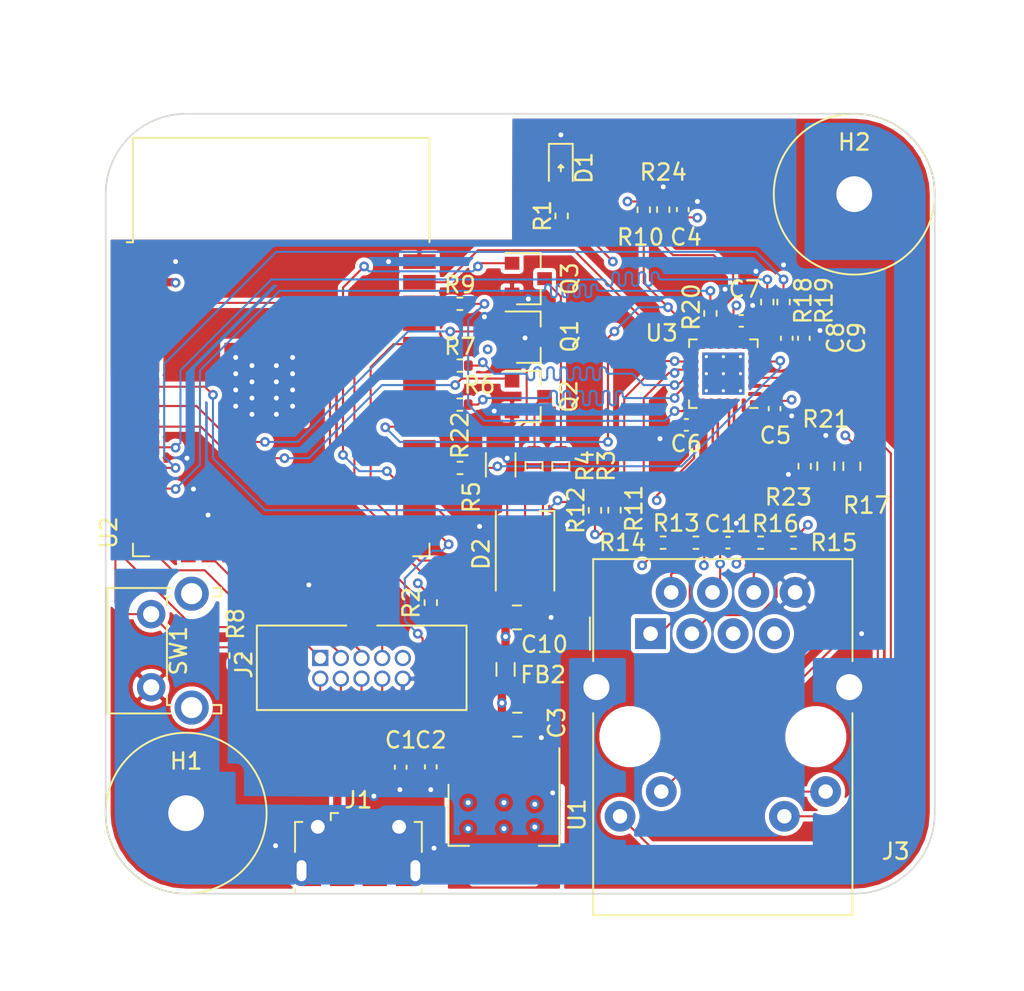
<source format=kicad_pcb>
(kicad_pcb (version 20171130) (host pcbnew "(5.1.7)-1")
  (layers (0 Front signal) (1 Gnd signal) (2 Pwr signal) (31 Back signal) (34 B.Paste user hide) (35 F.Paste user hide) (36 B.SilkS user) (37 F.SilkS user) (38 B.Mask user hide) (39 F.Mask user hide) (44 Edge.Cuts user))
  (net 0 "")
  (net 1 GND)
  (net 2 VBUS)
  (net 3 +3V3)
  (net 4 VDDCR)
  (net 5 "Net-(D2-Pad2)")
  (net 6 LED1_REGOFF)
  (net 7 LED2_nINTSEL)
  (net 8 EN)
  (net 9 RX)
  (net 10 TX)
  (net 11 RXD0)
  (net 12 RXD1)
  (net 13 MDIO)
  (net 14 TXD0)
  (net 15 TXEN)
  (net 16 TXD1)
  (net 17 MDC)
  (net 18 "Net-(U2-Pad4)")
  (net 19 "Net-(U3-Pad4)")
  (net 20 CLK50MHZ)
  (net 21 Blue)
  (net 22 Green)
  (net 23 Block)
  (net 24 Red)
  (net 25 "Net-(D1-Pad2)")
  (net 26 "Net-(J1-Pad4)")
  (net 27 Earth)
  (net 28 "Net-(Q1-Pad3)")
  (net 29 "Net-(Q2-Pad3)")
  (net 30 "Net-(Q3-Pad3)")
  (net 31 "Net-(D2-Pad1)")
  (net 32 "Net-(D2-Pad3)")
  (net 33 "Net-(J2-Pad9)")
  (net 34 "Net-(J3-PadR7)")
  (net 35 IO0)
  (net 36 MTDO)
  (net 37 MTCK)
  (net 38 MTDI)
  (net 39 MTMS)
  (net 40 "Net-(U2-Pad32)")
  (net 41 "Net-(U2-Pad29)")
  (net 42 "Net-(U2-Pad24)")
  (net 43 "Net-(U2-Pad22)")
  (net 44 "Net-(U2-Pad21)")
  (net 45 "Net-(U2-Pad20)")
  (net 46 "Net-(U2-Pad19)")
  (net 47 "Net-(U2-Pad18)")
  (net 48 "Net-(U2-Pad17)")
  (net 49 "Net-(U2-Pad5)")
  (net 50 nINT)
  (net 51 CRS_DV)
  (net 52 nRST)
  (net 53 +3.3VA)
  (net 54 /D+)
  (net 55 /D-)
  (net 56 /LEDG_K)
  (net 57 /LEDY_A)
  (net 58 /RD-)
  (net 59 /RD+)
  (net 60 /TD-)
  (net 61 /TD+)
  (net 62 /TXD0_R)
  (net 63 /TXEN_R)
  (net 64 /TXD1_R)
  (net 65 /RX0_R)
  (net 66 /RX1_R)
  (net 67 /CRS_DV_R)
  (net 68 /CLK_R)
  (net 69 /RBIAS)
  (net 70 /PHYAD0)
  (module EsperFootprints:CNC_3220-10-0100-00 (layer Front) (at -12.3 9.5 90)
    (fp_text reference J2 (at -0.4 -4.7 90) (layer F.SilkS))
    (fp_text value Conn_02x05_Odd_Even)
    (pad 10 thru_hole oval (at -1.27 5.08 90) (size 1 1) (drill 0.7) (layers *.Cu *.Mask) (net 1 GND))
    (pad 9 thru_hole oval (at 0 5.08 90) (size 1 1) (drill 0.7) (layers *.Cu *.Mask) (net 33 "Net-(J2-Pad9)"))
    (pad 8 thru_hole oval (at -1.27 3.81 90) (size 1 1) (drill 0.7) (layers *.Cu *.Mask) (net 35 IO0))
    (pad 7 thru_hole oval (at 0 3.81 90) (size 1 1) (drill 0.7) (layers *.Cu *.Mask) (net 36 MTDO))
    (pad 6 thru_hole oval (at -1.27 2.54 90) (size 1 1) (drill 0.7) (layers *.Cu *.Mask) (net 8 EN))
    (pad 5 thru_hole oval (at 0 2.54 90) (size 1 1) (drill 0.7) (layers *.Cu *.Mask) (net 37 MTCK))
    (pad 4 thru_hole oval (at -1.27 1.27 90) (size 1 1) (drill 0.7) (layers *.Cu *.Mask) (net 9 RX))
    (pad 3 thru_hole oval (at 0 1.27 90) (size 1 1) (drill 0.7) (layers *.Cu *.Mask) (net 38 MTDI))
    (pad 2 thru_hole oval (at -1.27 0 90) (size 1 1) (drill 0.7) (layers *.Cu *.Mask) (net 10 TX))
    (pad 1 thru_hole rect (at 0 0 90) (size 1 1) (drill 0.7) (layers *.Cu *.Mask) (net 39 MTMS))
  )
  (module Connector_USB:USB_Micro-B_Molex-105017-0001 (layer Front) (at -9.95 21.35)
    (fp_text reference J1 (at 0 -3.1125) (layer F.SilkS))
    (fp_text value USB_B_Micro)
    (pad 6 smd rect (at -2.9 1.2375) (size 1.2 1.9) (layers Front F.Mask) (net 27 Earth))
    (pad 6 smd rect (at 2.9 1.2375) (size 1.2 1.9) (layers Front F.Mask) (net 27 Earth))
    (pad 6 thru_hole oval (at 3.5 1.2375) (size 1.2 1.9) (drill oval 0.6 1.3) (layers *.Cu *.Mask) (net 27 Earth))
    (pad 6 thru_hole oval (at -3.5 1.2375 180) (size 1.2 1.9) (drill oval 0.6 1.3) (layers *.Cu *.Mask) (net 27 Earth))
    (pad 6 smd rect (at -1 1.2375) (size 1.5 1.9) (layers Front F.Paste F.Mask) (net 27 Earth))
    (pad 6 thru_hole circle (at 2.5 -1.4625) (size 1.45 1.45) (drill 0.85) (layers *.Cu *.Mask) (net 27 Earth))
    (pad 3 smd rect (at 0 -1.4625) (size 0.4 1.35) (layers Front F.Paste F.Mask) (net 54 /D+))
    (pad 4 smd rect (at 0.65 -1.4625) (size 0.4 1.35) (layers Front F.Paste F.Mask) (net 26 "Net-(J1-Pad4)"))
    (pad 5 smd rect (at 1.3 -1.4625) (size 0.4 1.35) (layers Front F.Paste F.Mask) (net 1 GND))
    (pad 1 smd rect (at -1.3 -1.4625) (size 0.4 1.35) (layers Front F.Paste F.Mask) (net 2 VBUS))
    (pad 2 smd rect (at -0.65 -1.4625) (size 0.4 1.35) (layers Front F.Paste F.Mask) (net 55 /D-))
    (pad 6 thru_hole circle (at -2.5 -1.4625) (size 1.45 1.45) (drill 0.85) (layers *.Cu *.Mask) (net 27 Earth))
    (pad 6 smd rect (at 1 1.2375) (size 1.5 1.9) (layers Front F.Paste F.Mask) (net 27 Earth))
  )
  (module Capacitor_SMD:C_0805_2012Metric (layer Front) (at -0.2 7)
    (fp_text reference C10 (at 1.69 1.66 180) (layer F.SilkS))
    (fp_text value 10uF)
    (pad 2 smd roundrect (at 0.95 0) (size 1 1.45) (layers Front F.Paste F.Mask) (net 1 GND))
    (pad 1 smd roundrect (at -0.95 0) (size 1 1.45) (layers Front F.Paste F.Mask) (net 53 +3.3VA))
  )
  (module Capacitor_SMD:C_0805_2012Metric (layer Front) (at -0.175 13.6)
    (fp_text reference C3 (at 2.425 -0.11 90) (layer F.SilkS))
    (fp_text value 10uF)
    (pad 2 smd roundrect (at 0.95 0) (size 1 1.45) (layers Front F.Paste F.Mask) (net 1 GND))
    (pad 1 smd roundrect (at -0.95 0) (size 1 1.45) (layers Front F.Paste F.Mask) (net 3 +3V3))
  )
  (module Resistor_SMD:R_0603_1608Metric (layer Front) (at 18.8 -2.31 90)
    (fp_text reference R21 (at 2.89 0 180) (layer F.SilkS))
    (fp_text value 270)
    (pad 2 smd roundrect (at 0.825 0 90) (size 0.8 0.95) (layers Front F.Paste F.Mask) (net 1 GND))
    (pad 1 smd roundrect (at -0.825 0 90) (size 0.8 0.95) (layers Front F.Paste F.Mask) (net 56 /LEDG_K))
  )
  (module Resistor_SMD:R_0603_1608Metric (layer Front) (at 20.4 -2.3 270)
    (fp_text reference R17 (at 2.4 -0.9 180) (layer F.SilkS))
    (fp_text value 270)
    (pad 2 smd roundrect (at 0.825 0 270) (size 0.8 0.95) (layers Front F.Paste F.Mask) (net 57 /LEDY_A))
    (pad 1 smd roundrect (at -0.825 0 270) (size 0.8 0.95) (layers Front F.Paste F.Mask) (net 53 +3.3VA))
  )
  (module Inductor_SMD:L_0805_2012Metric (layer Front) (at -0.9 10.2 270)
    (fp_text reference FB2 (at 0.33 -2.31 180) (layer F.SilkS))
    (fp_text value Ferrite_Bead)
    (pad 2 smd roundrect (at 1.0625 0 270) (size 0.875 1.2) (layers Front F.Paste F.Mask) (net 3 +3V3))
    (pad 1 smd roundrect (at -1.0625 0 270) (size 0.875 1.2) (layers Front F.Paste F.Mask) (net 53 +3.3VA))
  )
  (module Resistor_SMD:R_0402_1005Metric (layer Front) (at -3.7 -2.2 180)
    (fp_text reference R22 (at 0 2 90) (layer F.SilkS))
    (fp_text value 49.9)
    (pad 2 smd roundrect (at 0.51 0 180) (size 0.54 0.64) (layers Front F.Paste F.Mask) (net 68 /CLK_R))
    (pad 1 smd roundrect (at -0.51 0 180) (size 0.54 0.64) (layers Front F.Paste F.Mask) (net 20 CLK50MHZ))
  )
  (module Package_DFN_QFN:QFN-24-1EP_4x4mm_P0.5mm_EP2.6x2.6mm_ThermalVias (layer Front) (at 12.5 -8 180)
    (fp_text reference U3 (at 3.8 2.5) (layer F.SilkS))
    (fp_text value LAN8720A)
    (pad 25 smd rect (at 0 0 180) (size 2.6 2.6) (layers Back) (net 1 GND))
    (pad 25 thru_hole circle (at 1.05 1.05 180) (size 0.5 0.5) (drill 0.2) (layers *.Cu) (net 1 GND))
    (pad 25 thru_hole circle (at 0 1.05 180) (size 0.5 0.5) (drill 0.2) (layers *.Cu) (net 1 GND))
    (pad 25 thru_hole circle (at -1.05 1.05 180) (size 0.5 0.5) (drill 0.2) (layers *.Cu) (net 1 GND))
    (pad 25 thru_hole circle (at 1.05 0 180) (size 0.5 0.5) (drill 0.2) (layers *.Cu) (net 1 GND))
    (pad 25 thru_hole circle (at 0 0 180) (size 0.5 0.5) (drill 0.2) (layers *.Cu) (net 1 GND))
    (pad 25 thru_hole circle (at -1.05 0 180) (size 0.5 0.5) (drill 0.2) (layers *.Cu) (net 1 GND))
    (pad 25 thru_hole circle (at 1.05 -1.05 180) (size 0.5 0.5) (drill 0.2) (layers *.Cu) (net 1 GND))
    (pad 25 thru_hole circle (at 0 -1.05 180) (size 0.5 0.5) (drill 0.2) (layers *.Cu) (net 1 GND))
    (pad 25 thru_hole circle (at -1.05 -1.05 180) (size 0.5 0.5) (drill 0.2) (layers *.Cu) (net 1 GND))
    (pad 25 smd rect (at 0 0 180) (size 2.6 2.6) (layers Front F.Mask) (net 1 GND))
    (pad 24 smd roundrect (at -1.25 -1.9375 180) (size 0.25 0.825) (layers Front F.Paste F.Mask) (net 69 /RBIAS))
    (pad 23 smd roundrect (at -0.75 -1.9375 180) (size 0.25 0.825) (layers Front F.Paste F.Mask) (net 59 /RD+))
    (pad 22 smd roundrect (at -0.25 -1.9375 180) (size 0.25 0.825) (layers Front F.Paste F.Mask) (net 58 /RD-))
    (pad 21 smd roundrect (at 0.25 -1.9375 180) (size 0.25 0.825) (layers Front F.Paste F.Mask) (net 61 /TD+))
    (pad 20 smd roundrect (at 0.75 -1.9375 180) (size 0.25 0.825) (layers Front F.Paste F.Mask) (net 60 /TD-))
    (pad 19 smd roundrect (at 1.25 -1.9375 180) (size 0.25 0.825) (layers Front F.Paste F.Mask) (net 53 +3.3VA))
    (pad 18 smd roundrect (at 1.9375 -1.25 180) (size 0.825 0.25) (layers Front F.Paste F.Mask) (net 16 TXD1))
    (pad 17 smd roundrect (at 1.9375 -0.75 180) (size 0.825 0.25) (layers Front F.Paste F.Mask) (net 14 TXD0))
    (pad 16 smd roundrect (at 1.9375 -0.25 180) (size 0.825 0.25) (layers Front F.Paste F.Mask) (net 15 TXEN))
    (pad 15 smd roundrect (at 1.9375 0.25 180) (size 0.825 0.25) (layers Front F.Paste F.Mask) (net 52 nRST))
    (pad 14 smd roundrect (at 1.9375 0.75 180) (size 0.825 0.25) (layers Front F.Paste F.Mask) (net 50 nINT))
    (pad 13 smd roundrect (at 1.9375 1.25 180) (size 0.825 0.25) (layers Front F.Paste F.Mask) (net 17 MDC))
    (pad 12 smd roundrect (at 1.25 1.9375 180) (size 0.25 0.825) (layers Front F.Paste F.Mask) (net 13 MDIO))
    (pad 11 smd roundrect (at 0.75 1.9375 180) (size 0.25 0.825) (layers Front F.Paste F.Mask) (net 67 /CRS_DV_R))
    (pad 10 smd roundrect (at 0.25 1.9375 180) (size 0.25 0.825) (layers Front F.Paste F.Mask) (net 70 /PHYAD0))
    (pad 9 smd roundrect (at -0.25 1.9375 180) (size 0.25 0.825) (layers Front F.Paste F.Mask) (net 3 +3V3))
    (pad 8 smd roundrect (at -0.75 1.9375 180) (size 0.25 0.825) (layers Front F.Paste F.Mask) (net 65 /RX0_R))
    (pad 7 smd roundrect (at -1.25 1.9375 180) (size 0.25 0.825) (layers Front F.Paste F.Mask) (net 66 /RX1_R))
    (pad 6 smd roundrect (at -1.9375 1.25 180) (size 0.825 0.25) (layers Front F.Paste F.Mask) (net 4 VDDCR))
    (pad 5 smd roundrect (at -1.9375 0.75 180) (size 0.825 0.25) (layers Front F.Paste F.Mask) (net 20 CLK50MHZ))
    (pad 4 smd roundrect (at -1.9375 0.25 180) (size 0.825 0.25) (layers Front F.Paste F.Mask) (net 19 "Net-(U3-Pad4)"))
    (pad 3 smd roundrect (at -1.9375 -0.25 180) (size 0.825 0.25) (layers Front F.Paste F.Mask) (net 6 LED1_REGOFF))
    (pad 2 smd roundrect (at -1.9375 -0.75 180) (size 0.825 0.25) (layers Front F.Paste F.Mask) (net 7 LED2_nINTSEL))
    (pad 1 smd roundrect (at -1.9375 -1.25 180) (size 0.825 0.25) (layers Front F.Paste F.Mask) (net 53 +3.3VA))
  )
  (module RF_Module:ESP32-WROOM-32 (layer Front) (at -14.7 -6.645)
    (fp_text reference U2 (at -10.61 8.43 90) (layer F.SilkS))
    (fp_text value ESP32-WROOM-32E)
    (pad 38 smd rect (at 8.5 -8.255) (size 2 0.9) (layers Front F.Paste F.Mask) (net 1 GND))
    (pad 37 smd rect (at 8.5 -6.985) (size 2 0.9) (layers Front F.Paste F.Mask) (net 17 MDC))
    (pad 36 smd rect (at 8.5 -5.715) (size 2 0.9) (layers Front F.Paste F.Mask) (net 64 /TXD1_R))
    (pad 35 smd rect (at 8.5 -4.445) (size 2 0.9) (layers Front F.Paste F.Mask) (net 9 RX))
    (pad 34 smd rect (at 8.5 -3.175) (size 2 0.9) (layers Front F.Paste F.Mask) (net 10 TX))
    (pad 33 smd rect (at 8.5 -1.905) (size 2 0.9) (layers Front F.Paste F.Mask) (net 63 /TXEN_R))
    (pad 32 smd rect (at 8.5 -0.635) (size 2 0.9) (layers Front F.Paste F.Mask) (net 40 "Net-(U2-Pad32)"))
    (pad 31 smd rect (at 8.5 0.635) (size 2 0.9) (layers Front F.Paste F.Mask) (net 62 /TXD0_R))
    (pad 30 smd rect (at 8.5 1.905) (size 2 0.9) (layers Front F.Paste F.Mask) (net 13 MDIO))
    (pad 29 smd rect (at 8.5 3.175) (size 2 0.9) (layers Front F.Paste F.Mask) (net 41 "Net-(U2-Pad29)"))
    (pad 28 smd rect (at 8.5 4.445) (size 2 0.9) (layers Front F.Paste F.Mask) (net 68 /CLK_R))
    (pad 27 smd rect (at 8.5 5.715) (size 2 0.9) (layers Front F.Paste F.Mask) (net 21 Blue))
    (pad 26 smd rect (at 8.5 6.985) (size 2 0.9) (layers Front F.Paste F.Mask) (net 52 nRST))
    (pad 25 smd rect (at 8.5 8.255) (size 2 0.9) (layers Front F.Paste F.Mask) (net 35 IO0))
    (pad 24 smd rect (at 5.715 9.255 90) (size 2 0.9) (layers Front F.Paste F.Mask) (net 42 "Net-(U2-Pad24)"))
    (pad 23 smd rect (at 4.445 9.255 90) (size 2 0.9) (layers Front F.Paste F.Mask) (net 36 MTDO))
    (pad 22 smd rect (at 3.175 9.255 90) (size 2 0.9) (layers Front F.Paste F.Mask) (net 43 "Net-(U2-Pad22)"))
    (pad 21 smd rect (at 1.905 9.255 90) (size 2 0.9) (layers Front F.Paste F.Mask) (net 44 "Net-(U2-Pad21)"))
    (pad 20 smd rect (at 0.635 9.255 90) (size 2 0.9) (layers Front F.Paste F.Mask) (net 45 "Net-(U2-Pad20)"))
    (pad 19 smd rect (at -0.635 9.255 90) (size 2 0.9) (layers Front F.Paste F.Mask) (net 46 "Net-(U2-Pad19)"))
    (pad 18 smd rect (at -1.905 9.255 90) (size 2 0.9) (layers Front F.Paste F.Mask) (net 47 "Net-(U2-Pad18)"))
    (pad 17 smd rect (at -3.175 9.255 90) (size 2 0.9) (layers Front F.Paste F.Mask) (net 48 "Net-(U2-Pad17)"))
    (pad 16 smd rect (at -4.445 9.255 90) (size 2 0.9) (layers Front F.Paste F.Mask) (net 37 MTCK))
    (pad 15 smd rect (at -5.715 9.255 90) (size 2 0.9) (layers Front F.Paste F.Mask) (net 1 GND))
    (pad 14 smd rect (at -8.5 8.255) (size 2 0.9) (layers Front F.Paste F.Mask) (net 38 MTDI))
    (pad 13 smd rect (at -8.5 6.985) (size 2 0.9) (layers Front F.Paste F.Mask) (net 39 MTMS))
    (pad 12 smd rect (at -8.5 5.715) (size 2 0.9) (layers Front F.Paste F.Mask) (net 51 CRS_DV))
    (pad 11 smd rect (at -8.5 4.445) (size 2 0.9) (layers Front F.Paste F.Mask) (net 12 RXD1))
    (pad 10 smd rect (at -8.5 3.175) (size 2 0.9) (layers Front F.Paste F.Mask) (net 11 RXD0))
    (pad 9 smd rect (at -8.5 1.905) (size 2 0.9) (layers Front F.Paste F.Mask) (net 22 Green))
    (pad 8 smd rect (at -8.5 0.635) (size 2 0.9) (layers Front F.Paste F.Mask) (net 24 Red))
    (pad 7 smd rect (at -8.5 -0.635) (size 2 0.9) (layers Front F.Paste F.Mask) (net 50 nINT))
    (pad 6 smd rect (at -8.5 -1.905) (size 2 0.9) (layers Front F.Paste F.Mask) (net 23 Block))
    (pad 5 smd rect (at -8.5 -3.175) (size 2 0.9) (layers Front F.Paste F.Mask) (net 49 "Net-(U2-Pad5)"))
    (pad 4 smd rect (at -8.5 -4.445) (size 2 0.9) (layers Front F.Paste F.Mask) (net 18 "Net-(U2-Pad4)"))
    (pad 3 smd rect (at -8.5 -5.715) (size 2 0.9) (layers Front F.Paste F.Mask) (net 8 EN))
    (pad 2 smd rect (at -8.5 -6.985) (size 2 0.9) (layers Front F.Paste F.Mask) (net 3 +3V3))
    (pad 1 smd rect (at -8.5 -8.255) (size 2 0.9) (layers Front F.Paste F.Mask) (net 1 GND))
    (pad 39 smd rect (at -1 -0.755) (size 5 5) (layers Front F.Paste F.Mask) (net 1 GND))
  )
  (module Package_TO_SOT_SMD:SOT-223 (layer Front) (at -1 19.15 270)
    (fp_text reference U1 (at 0 -4.5 90) (layer F.SilkS))
    (fp_text value AZ1117EH-3.3TRG1)
    (pad 1 smd rect (at -3.15 -2.3 270) (size 2 1.5) (layers Front F.Paste F.Mask) (net 1 GND))
    (pad 3 smd rect (at -3.15 2.3 270) (size 2 1.5) (layers Front F.Paste F.Mask) (net 2 VBUS))
    (pad 2 smd rect (at -3.15 0 270) (size 2 1.5) (layers Front F.Paste F.Mask) (net 3 +3V3))
    (pad 4 smd rect (at 3.15 0 270) (size 2 3.8) (layers Front F.Paste F.Mask))
  )
  (module Button_Switch_THT:SW_Tactile_SPST_Angled_PTS645Vx83-2LFS (layer Front) (at -22.7 11.3 90)
    (fp_text reference SW1 (at 2.25 1.68 90) (layer F.SilkS))
    (fp_text value "PTS645VH83-2 LFS")
    (pad "" thru_hole circle (at -1.25 2.49 90) (size 2.1 2.1) (drill 1.3) (layers *.Cu *.Mask))
    (pad 1 thru_hole circle (at 0 0 90) (size 1.75 1.75) (drill 0.99) (layers *.Cu *.Mask) (net 1 GND))
    (pad 2 thru_hole circle (at 4.5 0 90) (size 1.75 1.75) (drill 0.99) (layers *.Cu *.Mask) (net 23 Block))
    (pad "" thru_hole circle (at 5.76 2.49 90) (size 2.1 2.1) (drill 1.3) (layers *.Cu *.Mask))
  )
  (module Resistor_SMD:R_0402_1005Metric (layer Front) (at 8.8 -18.1 90)
    (fp_text reference R24 (at 2.3 0 180) (layer F.SilkS))
    (fp_text value 10K)
    (pad 2 smd roundrect (at 0.51 0 90) (size 0.54 0.64) (layers Front F.Paste F.Mask) (net 1 GND))
    (pad 1 smd roundrect (at -0.51 0 90) (size 0.54 0.64) (layers Front F.Paste F.Mask) (net 70 /PHYAD0))
  )
  (module Resistor_SMD:R_0402_1005Metric (layer Front) (at 17.5 -2.3 270)
    (fp_text reference R23 (at 1.9 1 180) (layer F.SilkS))
    (fp_text value 12.1K)
    (pad 2 smd roundrect (at 0.51 0 270) (size 0.54 0.64) (layers Front F.Paste F.Mask) (net 1 GND))
    (pad 1 smd roundrect (at -0.51 0 270) (size 0.54 0.64) (layers Front F.Paste F.Mask) (net 69 /RBIAS))
  )
  (module Resistor_SMD:R_0402_1005Metric (layer Front) (at 11.7 -11.71 90)
    (fp_text reference R20 (at 0.39 -1.17 270) (layer F.SilkS))
    (fp_text value 49.9)
    (pad 2 smd roundrect (at 0.51 0 90) (size 0.54 0.64) (layers Front F.Paste F.Mask) (net 51 CRS_DV))
    (pad 1 smd roundrect (at -0.51 0 90) (size 0.54 0.64) (layers Front F.Paste F.Mask) (net 67 /CRS_DV_R))
  )
  (module Resistor_SMD:R_0402_1005Metric (layer Front) (at 16.2 -12.41 90)
    (fp_text reference R19 (at 0.09 2.5 90) (layer F.SilkS))
    (fp_text value 49.9)
    (pad 2 smd roundrect (at 0.51 0 90) (size 0.54 0.64) (layers Front F.Paste F.Mask) (net 12 RXD1))
    (pad 1 smd roundrect (at -0.51 0 90) (size 0.54 0.64) (layers Front F.Paste F.Mask) (net 66 /RX1_R))
  )
  (module Resistor_SMD:R_0402_1005Metric (layer Front) (at 15.2 -12.41 90)
    (fp_text reference R18 (at 0.09 2.2 90) (layer F.SilkS))
    (fp_text value 49.9)
    (pad 2 smd roundrect (at 0.51 0 90) (size 0.54 0.64) (layers Front F.Paste F.Mask) (net 11 RXD0))
    (pad 1 smd roundrect (at -0.51 0 90) (size 0.54 0.64) (layers Front F.Paste F.Mask) (net 65 /RX0_R))
  )
  (module Resistor_SMD:R_0402_1005Metric (layer Front) (at 14.79 2.4)
    (fp_text reference R16 (at 0.91 -1.17) (layer F.SilkS))
    (fp_text value 49.9)
    (pad 2 smd roundrect (at 0.51 0) (size 0.54 0.64) (layers Front F.Paste F.Mask) (net 58 /RD-))
    (pad 1 smd roundrect (at -0.51 0) (size 0.54 0.64) (layers Front F.Paste F.Mask) (net 53 +3.3VA))
  )
  (module Resistor_SMD:R_0402_1005Metric (layer Front) (at 16.81 2.4 180)
    (fp_text reference R15 (at -2.49 0) (layer F.SilkS))
    (fp_text value 49.9)
    (pad 2 smd roundrect (at 0.51 0 180) (size 0.54 0.64) (layers Front F.Paste F.Mask) (net 59 /RD+))
    (pad 1 smd roundrect (at -0.51 0 180) (size 0.54 0.64) (layers Front F.Paste F.Mask) (net 53 +3.3VA))
  )
  (module Resistor_SMD:R_0402_1005Metric (layer Front) (at 8.79 2.4)
    (fp_text reference R14 (at -2.49 0) (layer F.SilkS))
    (fp_text value 49.9)
    (pad 2 smd roundrect (at 0.51 0) (size 0.54 0.64) (layers Front F.Paste F.Mask) (net 60 /TD-))
    (pad 1 smd roundrect (at -0.51 0) (size 0.54 0.64) (layers Front F.Paste F.Mask) (net 53 +3.3VA))
  )
  (module Resistor_SMD:R_0402_1005Metric (layer Front) (at 10.81 2.4 180)
    (fp_text reference R13 (at 1.21 1.2) (layer F.SilkS))
    (fp_text value 49.9)
    (pad 2 smd roundrect (at 0.51 0 180) (size 0.54 0.64) (layers Front F.Paste F.Mask) (net 61 /TD+))
    (pad 1 smd roundrect (at -0.51 0 180) (size 0.54 0.64) (layers Front F.Paste F.Mask) (net 53 +3.3VA))
  )
  (module Resistor_SMD:R_0402_1005Metric (layer Front) (at 4.6 0.41 90)
    (fp_text reference R12 (at 0 -1.17 90) (layer F.SilkS))
    (fp_text value 10K)
    (pad 2 smd roundrect (at 0.51 0 90) (size 0.54 0.64) (layers Front F.Paste F.Mask) (net 50 nINT))
    (pad 1 smd roundrect (at -0.51 0 90) (size 0.54 0.64) (layers Front F.Paste F.Mask) (net 53 +3.3VA))
  )
  (module Resistor_SMD:R_0402_1005Metric (layer Front) (at 5.8 0.4 90)
    (fp_text reference R11 (at 0.1 1.2 90) (layer F.SilkS))
    (fp_text value 10K)
    (pad 2 smd roundrect (at 0.51 0 90) (size 0.54 0.64) (layers Front F.Paste F.Mask) (net 52 nRST))
    (pad 1 smd roundrect (at -0.51 0 90) (size 0.54 0.64) (layers Front F.Paste F.Mask) (net 53 +3.3VA))
  )
  (module Resistor_SMD:R_0402_1005Metric (layer Front) (at 7.6 -18.09 270)
    (fp_text reference R10 (at 1.69 0.2 180) (layer F.SilkS))
    (fp_text value 10K)
    (pad 2 smd roundrect (at 0.51 0 270) (size 0.54 0.64) (layers Front F.Paste F.Mask) (net 13 MDIO))
    (pad 1 smd roundrect (at -0.51 0 270) (size 0.54 0.64) (layers Front F.Paste F.Mask) (net 53 +3.3VA))
  )
  (module Resistor_SMD:R_0402_1005Metric (layer Front) (at -3.71 -12.3)
    (fp_text reference R9 (at 0 -1.17) (layer F.SilkS))
    (fp_text value 49.9)
    (pad 2 smd roundrect (at 0.51 0) (size 0.54 0.64) (layers Front F.Paste F.Mask) (net 16 TXD1))
    (pad 1 smd roundrect (at -0.51 0) (size 0.54 0.64) (layers Front F.Paste F.Mask) (net 64 /TXD1_R))
  )
  (module Resistor_SMD:R_0402_1005Metric (layer Front) (at -17.5 9.35 90)
    (fp_text reference R8 (at 1.95 0 90) (layer F.SilkS))
    (fp_text value 10K)
    (pad 2 smd roundrect (at 0.51 0 90) (size 0.54 0.64) (layers Front F.Paste F.Mask) (net 23 Block))
    (pad 1 smd roundrect (at -0.51 0 90) (size 0.54 0.64) (layers Front F.Paste F.Mask) (net 2 VBUS))
  )
  (module Resistor_SMD:R_0402_1005Metric (layer Front) (at -3.7 -8.5)
    (fp_text reference R7 (at 0 -1.17) (layer F.SilkS))
    (fp_text value 49.9)
    (pad 2 smd roundrect (at 0.51 0) (size 0.54 0.64) (layers Front F.Paste F.Mask) (net 15 TXEN))
    (pad 1 smd roundrect (at -0.51 0) (size 0.54 0.64) (layers Front F.Paste F.Mask) (net 63 /TXEN_R))
  )
  (module Resistor_SMD:R_0402_1005Metric (layer Front) (at -3.71 -6.1)
    (fp_text reference R6 (at 1.21 -1.2) (layer F.SilkS))
    (fp_text value 49.9)
    (pad 2 smd roundrect (at 0.51 0) (size 0.54 0.64) (layers Front F.Paste F.Mask) (net 14 TXD0))
    (pad 1 smd roundrect (at -0.51 0) (size 0.54 0.64) (layers Front F.Paste F.Mask) (net 62 /TXD0_R))
  )
  (module Resistor_SMD:R_1206_3216Metric (layer Front) (at -1.2 -2.3875 90)
    (fp_text reference R5 (at -1.9875 -1.8 90) (layer F.SilkS))
    (fp_text value 82)
    (pad 2 smd roundrect (at 1.4625 0 90) (size 1.125 1.75) (layers Front F.Paste F.Mask) (roundrect_rratio 0.2222204444444444) (net 28 "Net-(Q1-Pad3)"))
    (pad 1 smd roundrect (at -1.4625 0 90) (size 1.125 1.75) (layers Front F.Paste F.Mask) (roundrect_rratio 0.2222204444444444) (net 32 "Net-(D2-Pad3)"))
  )
  (module Resistor_SMD:R_0603_1608Metric (layer Front) (at 0.85 -2.325 90)
    (fp_text reference R4 (at 0 3.15 90) (layer F.SilkS))
    (fp_text value 47)
    (pad 2 smd roundrect (at 0.825 0 90) (size 0.8 0.95) (layers Front F.Paste F.Mask) (net 29 "Net-(Q2-Pad3)"))
    (pad 1 smd roundrect (at -0.825 0 90) (size 0.8 0.95) (layers Front F.Paste F.Mask) (net 5 "Net-(D2-Pad2)"))
  )
  (module Resistor_SMD:R_0603_1608Metric (layer Front) (at 2.5 -2.325 90)
    (fp_text reference R3 (at 0 2.8 90) (layer F.SilkS))
    (fp_text value 47)
    (pad 2 smd roundrect (at 0.825 0 90) (size 0.8 0.95) (layers Front F.Paste F.Mask) (net 30 "Net-(Q3-Pad3)"))
    (pad 1 smd roundrect (at -0.825 0 90) (size 0.8 0.95) (layers Front F.Paste F.Mask) (net 31 "Net-(D2-Pad1)"))
  )
  (module Resistor_SMD:R_0402_1005Metric (layer Front) (at -5.5 6.09 90)
    (fp_text reference R2 (at -0.01 -1.2 90) (layer F.SilkS))
    (fp_text value 10K)
    (pad 2 smd roundrect (at 0.51 0 90) (size 0.54 0.64) (layers Front F.Paste F.Mask) (net 3 +3V3))
    (pad 1 smd roundrect (at -0.51 0 90) (size 0.54 0.64) (layers Front F.Paste F.Mask) (net 8 EN))
  )
  (module Resistor_SMD:R_0402_1005Metric (layer Front) (at 2.55 -17.71 90)
    (fp_text reference R1 (at 0 -1.17 90) (layer F.SilkS))
    (fp_text value 470)
    (pad 2 smd roundrect (at 0.51 0 90) (size 0.54 0.64) (layers Front F.Paste F.Mask) (net 25 "Net-(D1-Pad2)"))
    (pad 1 smd roundrect (at -0.51 0 90) (size 0.54 0.64) (layers Front F.Paste F.Mask) (net 3 +3V3))
  )
  (module Package_TO_SOT_SMD:SOT-23 (layer Front) (at 0.5 -13.85)
    (fp_text reference Q3 (at 2.55 0 90) (layer F.SilkS))
    (fp_text value 2N7002)
    (pad 3 smd rect (at 1 0) (size 0.9 0.8) (layers Front F.Paste F.Mask) (net 30 "Net-(Q3-Pad3)"))
    (pad 2 smd rect (at -1 0.95) (size 0.9 0.8) (layers Front F.Paste F.Mask) (net 1 GND))
    (pad 1 smd rect (at -1 -0.95) (size 0.9 0.8) (layers Front F.Paste F.Mask) (net 21 Blue))
  )
  (module Package_TO_SOT_SMD:SOT-23 (layer Front) (at 0.5 -6.6)
    (fp_text reference Q2 (at 2.5 0 90) (layer F.SilkS))
    (fp_text value 2N7002)
    (pad 3 smd rect (at 1 0) (size 0.9 0.8) (layers Front F.Paste F.Mask) (net 29 "Net-(Q2-Pad3)"))
    (pad 2 smd rect (at -1 0.95) (size 0.9 0.8) (layers Front F.Paste F.Mask) (net 1 GND))
    (pad 1 smd rect (at -1 -0.95) (size 0.9 0.8) (layers Front F.Paste F.Mask) (net 22 Green))
  )
  (module Package_TO_SOT_SMD:SOT-23 (layer Front) (at 0.5 -10.25)
    (fp_text reference Q1 (at 2.55 -0.05 90) (layer F.SilkS))
    (fp_text value 2N7002)
    (pad 3 smd rect (at 1 0) (size 0.9 0.8) (layers Front F.Paste F.Mask) (net 28 "Net-(Q1-Pad3)"))
    (pad 2 smd rect (at -1 0.95) (size 0.9 0.8) (layers Front F.Paste F.Mask) (net 1 GND))
    (pad 1 smd rect (at -1 -0.95) (size 0.9 0.8) (layers Front F.Paste F.Mask) (net 24 Red))
  )
  (module Connector_RJ:RJ45_Amphenol_RJMG1BD3B8K1ANR (layer Front) (at 8.02 8)
    (fp_text reference J3 (at 15.08 13.4) (layer F.SilkS))
    (fp_text value RJ45_Amphenol_RJMG1BD3B8K1ANR)
    (pad "" np_thru_hole circle (at 10.16 6.34) (size 3.25 3.25) (drill 3.25) (layers *.Cu *.Mask))
    (pad "" np_thru_hole circle (at -1.27 6.34) (size 3.25 3.25) (drill 3.25) (layers *.Cu *.Mask))
    (pad 13 thru_hole circle (at 12.22 3.29) (size 2.6 2.6) (drill 1.6) (layers *.Cu *.Mask) (net 27 Earth))
    (pad 13 thru_hole circle (at -3.33 3.29) (size 2.6 2.6) (drill 1.6) (layers *.Cu *.Mask) (net 27 Earth))
    (pad L4 thru_hole circle (at -1.88 11.24) (size 1.89 1.89) (drill 0.89) (layers *.Cu *.Mask) (net 6 LED1_REGOFF))
    (pad L3 thru_hole circle (at 0.66 9.72) (size 1.89 1.89) (drill 0.89) (layers *.Cu *.Mask) (net 56 /LEDG_K))
    (pad L2 thru_hole circle (at 8.23 11.24) (size 1.89 1.89) (drill 0.89) (layers *.Cu *.Mask) (net 7 LED2_nINTSEL))
    (pad L1 thru_hole circle (at 10.77 9.72) (size 1.89 1.89) (drill 0.89) (layers *.Cu *.Mask) (net 57 /LEDY_A))
    (pad R8 thru_hole circle (at 8.89 -2.54) (size 1.9 1.9) (drill 0.9) (layers *.Cu *.Mask) (net 1 GND))
    (pad R7 thru_hole circle (at 7.62 0) (size 1.9 1.9) (drill 0.9) (layers *.Cu *.Mask) (net 34 "Net-(J3-PadR7)"))
    (pad R6 thru_hole circle (at 6.35 -2.54) (size 1.9 1.9) (drill 0.9) (layers *.Cu *.Mask) (net 58 /RD-))
    (pad R5 thru_hole circle (at 5.08 0) (size 1.9 1.9) (drill 0.9) (layers *.Cu *.Mask) (net 53 +3.3VA))
    (pad R4 thru_hole circle (at 3.81 -2.54) (size 1.9 1.9) (drill 0.9) (layers *.Cu *.Mask) (net 53 +3.3VA))
    (pad R3 thru_hole circle (at 2.54 0) (size 1.9 1.9) (drill 0.9) (layers *.Cu *.Mask) (net 59 /RD+))
    (pad R2 thru_hole circle (at 1.27 -2.54) (size 1.9 1.9) (drill 0.9) (layers *.Cu *.Mask) (net 60 /TD-))
    (pad R1 thru_hole rect (at 0 0) (size 1.9 1.9) (drill 0.9) (layers *.Cu *.Mask) (net 61 /TD+))
  )
  (module MountingHole:MountingHole_2.2mm_M2_Pad (layer Front) (at 20.55 -19.05)
    (fp_text reference H2 (at 0 -3.2) (layer F.SilkS))
    (fp_text value MountingHole)
    (pad 1 thru_hole circle (at 0 0) (size 4.4 4.4) (drill 2.2) (layers *.Cu *.Mask) (net 27 Earth))
  )
  (module MountingHole:MountingHole_2.2mm_M2_Pad (layer Front) (at -20.55 19.05)
    (fp_text reference H1 (at 0 -3.2) (layer F.SilkS))
    (fp_text value MountingHole)
    (pad 1 thru_hole circle (at 0 0) (size 4.4 4.4) (drill 2.2) (layers *.Cu *.Mask) (net 27 Earth))
  )
  (module LED_SMD:LED_RGB_PLCC-6 (layer Front) (at 0.3 3 270)
    (fp_text reference D2 (at 0.1 2.7 270) (layer F.SilkS))
    (fp_text value RS-3535MWAR)
    (pad 6 smd rect (at 1.55 -1.1) (size 0.7 1.3) (layers Front F.Paste F.Mask) (net 2 VBUS))
    (pad 5 smd rect (at 1.55 0) (size 0.7 1.3) (layers Front F.Paste F.Mask) (net 2 VBUS))
    (pad 4 smd rect (at 1.55 1.1) (size 0.7 1.3) (layers Front F.Paste F.Mask) (net 2 VBUS))
    (pad 3 smd rect (at -1.55 1.1) (size 0.7 1.3) (layers Front F.Paste F.Mask) (net 32 "Net-(D2-Pad3)"))
    (pad 2 smd rect (at -1.55 0) (size 0.7 1.3) (layers Front F.Paste F.Mask) (net 5 "Net-(D2-Pad2)"))
    (pad 1 smd rect (at -1.55 -1.1) (size 0.7 1.3) (layers Front F.Paste F.Mask) (net 31 "Net-(D2-Pad1)"))
  )
  (module Diode_SMD:D_0603_1608Metric (layer Front) (at 2.5 -20.6625 270)
    (fp_text reference D1 (at 0 -1.43 90) (layer F.SilkS))
    (fp_text value GRN)
    (pad 2 smd roundrect (at 0.7875 0 270) (size 0.875 0.95) (layers Front F.Paste F.Mask) (net 25 "Net-(D1-Pad2)"))
    (pad 1 smd roundrect (at -0.7875 0 270) (size 0.875 0.95) (layers Front F.Paste F.Mask) (net 1 GND))
  )
  (module Capacitor_SMD:C_0402_1005Metric (layer Front) (at 12.78 2.4)
    (fp_text reference C11 (at 0 -1.16) (layer F.SilkS))
    (fp_text value 0.1uF)
    (pad 2 smd roundrect (at 0.48 0) (size 0.56 0.62) (layers Front F.Paste F.Mask) (net 1 GND))
    (pad 1 smd roundrect (at -0.48 0) (size 0.56 0.62) (layers Front F.Paste F.Mask) (net 53 +3.3VA))
  )
  (module Capacitor_SMD:C_0402_1005Metric (layer Front) (at 17.45 -10.18 90)
    (fp_text reference C9 (at 0.02 3.25 90) (layer F.SilkS))
    (fp_text value 1uF)
    (pad 2 smd roundrect (at 0.48 0 90) (size 0.56 0.62) (layers Front F.Paste F.Mask) (net 1 GND))
    (pad 1 smd roundrect (at -0.48 0 90) (size 0.56 0.62) (layers Front F.Paste F.Mask) (net 4 VDDCR))
  )
  (module Capacitor_SMD:C_0402_1005Metric (layer Front) (at 16.4 -10.18 90)
    (fp_text reference C8 (at 0.02 3 270) (layer F.SilkS))
    (fp_text value 0.1uF)
    (pad 2 smd roundrect (at 0.48 0 90) (size 0.56 0.62) (layers Front F.Paste F.Mask) (net 1 GND))
    (pad 1 smd roundrect (at -0.48 0 90) (size 0.56 0.62) (layers Front F.Paste F.Mask) (net 4 VDDCR))
  )
  (module Capacitor_SMD:C_0402_1005Metric (layer Front) (at 13.6 -11.25)
    (fp_text reference C7 (at 0.2 -1.95) (layer F.SilkS))
    (fp_text value 0.1uF)
    (pad 2 smd roundrect (at 0.48 0) (size 0.56 0.62) (layers Front F.Paste F.Mask) (net 1 GND))
    (pad 1 smd roundrect (at -0.48 0) (size 0.56 0.62) (layers Front F.Paste F.Mask) (net 3 +3V3))
  )
  (module Capacitor_SMD:C_0402_1005Metric (layer Front) (at 10.22 -4.85 180)
    (fp_text reference C6 (at 0 -1.16) (layer F.SilkS))
    (fp_text value 0.1uF)
    (pad 2 smd roundrect (at 0.48 0 180) (size 0.56 0.62) (layers Front F.Paste F.Mask) (net 1 GND))
    (pad 1 smd roundrect (at -0.48 0 180) (size 0.56 0.62) (layers Front F.Paste F.Mask) (net 53 +3.3VA))
  )
  (module Capacitor_SMD:C_0402_1005Metric (layer Front) (at 15.65 -5.85 270)
    (fp_text reference C5 (at 1.65 -0.05 180) (layer F.SilkS))
    (fp_text value 0.1uF)
    (pad 2 smd roundrect (at 0.48 0 270) (size 0.56 0.62) (layers Front F.Paste F.Mask) (net 1 GND))
    (pad 1 smd roundrect (at -0.48 0 270) (size 0.56 0.62) (layers Front F.Paste F.Mask) (net 53 +3.3VA))
  )
  (module Capacitor_SMD:C_0402_1005Metric (layer Front) (at 10 -18.1 90)
    (fp_text reference C4 (at -1.7 0.2 180) (layer F.SilkS))
    (fp_text value 1uF)
    (pad 2 smd roundrect (at 0.48 0 90) (size 0.56 0.62) (layers Front F.Paste F.Mask) (net 1 GND))
    (pad 1 smd roundrect (at -0.48 0 90) (size 0.56 0.62) (layers Front F.Paste F.Mask) (net 53 +3.3VA))
  )
  (module Capacitor_SMD:C_0402_1005Metric (layer Front) (at -5.5 16.2 270)
    (fp_text reference C2 (at -1.65 0 180) (layer F.SilkS))
    (fp_text value 0.1uF)
    (pad 2 smd roundrect (at 0.48 0 270) (size 0.56 0.62) (layers Front F.Paste F.Mask) (net 1 GND))
    (pad 1 smd roundrect (at -0.48 0 270) (size 0.56 0.62) (layers Front F.Paste F.Mask) (net 2 VBUS))
  )
  (module Capacitor_SMD:C_0402_1005Metric (layer Front) (at -7.35 16.22 270)
    (fp_text reference C1 (at -1.67 0 180) (layer F.SilkS))
    (fp_text value 1uF)
    (pad 2 smd roundrect (at 0.48 0 270) (size 0.56 0.62) (layers Front F.Paste F.Mask) (net 1 GND))
    (pad 1 smd roundrect (at -0.48 0 270) (size 0.56 0.62) (layers Front F.Paste F.Mask) (net 2 VBUS))
  )
  (gr_arc (start -20.55 19.05) (end -20.55 24) (angle 90) (layer Edge.Cuts) (width 0.1))
  (gr_arc (start 20.55 19.05) (end 25.5 19.05) (angle 90) (layer Edge.Cuts) (width 0.1))
  (gr_arc (start 20.55 -19.05) (end 20.55 -24) (angle 90) (layer Edge.Cuts) (width 0.1))
  (gr_arc (start -20.55 -19.05) (end -25.5 -19.05) (angle 90) (layer Edge.Cuts) (width 0.1))
  (gr_circle (center -20.55 19.05) (end -15.6 19.05) (layer F.SilkS) (width 0.12))
  (gr_circle (center 20.55 -19.05) (end 25.5 -19.05) (layer F.SilkS) (width 0.12))
  (gr_line (start 2.35 -20.7) (end 2.5 -20.85) (layer F.SilkS) (width 0.12))
  (gr_line (start 2.65 -20.7) (end 2.35 -20.7) (layer F.SilkS) (width 0.12))
  (gr_line (start 2.5 -20.85) (end 2.65 -20.7) (layer F.SilkS) (width 0.12))
  (gr_line (start 2.5 -20.45) (end 2.5 -20.85) (layer F.SilkS) (width 0.12))
  (gr_line (start 25.5 -19.05) (end 25.5 19.05) (layer Edge.Cuts) (width 0.1))
  (gr_line (start -20.55 -24) (end 20.55 -24) (layer Edge.Cuts) (width 0.1))
  (gr_line (start -25.5 -19.05) (end -25.5 19.05) (layer Edge.Cuts) (width 0.1))
  (gr_line (start -20.55 24) (end 20.55 24) (layer Edge.Cuts) (width 0.1))
  (via (at -16.5 -5.5) (size 0.6) (drill 0.3) (layers Front Back) (net 1))
  (via (at -17.5 -6) (size 0.6) (drill 0.3) (layers Front Back) (net 1))
  (via (at -16.5 -6.5) (size 0.6) (drill 0.3) (layers Front Back) (net 1))
  (via (at -17.5 -7) (size 0.6) (drill 0.3) (layers Front Back) (net 1))
  (via (at -15 -5.5) (size 0.6) (drill 0.3) (layers Front Back) (net 1))
  (via (at -14 -6) (size 0.6) (drill 0.3) (layers Front Back) (net 1))
  (via (at -15 -6.5) (size 0.6) (drill 0.3) (layers Front Back) (net 1))
  (via (at -14 -7) (size 0.6) (drill 0.3) (layers Front Back) (net 1))
  (via (at -15 -7.5) (size 0.6) (drill 0.3) (layers Front Back) (net 1))
  (via (at -16.5 -7.5) (size 0.6) (drill 0.3) (layers Front Back) (net 1))
  (via (at -17.5 -8) (size 0.6) (drill 0.3) (layers Front Back) (net 1))
  (via (at -14 -8) (size 0.6) (drill 0.3) (layers Front Back) (net 1))
  (via (at -15 -8.5) (size 0.6) (drill 0.3) (layers Front Back) (net 1))
  (via (at -16.5 -8.5) (size 0.6) (drill 0.3) (layers Front Back) (net 1))
  (via (at -14 -9) (size 0.6) (drill 0.3) (layers Front Back) (net 1))
  (via (at -17.5 -9) (size 0.6) (drill 0.3) (layers Front Back) (net 1))
  (segment (start -8.65 18.35) (end -9 18) (width 0.508) (layer Front) (net 1))
  (segment (start -8.65 19.8) (end -8.65 18.35) (width 0.508) (layer Front) (net 1))
  (via (at -9 18) (size 0.6) (drill 0.3) (layers Front Back) (net 1))
  (via (at 0.5 -12.6) (size 0.6) (drill 0.3) (layers Front Back) (net 1))
  (segment (start 0.2 -12.9) (end 0.5 -12.6) (width 0.127) (layer Front) (net 1))
  (segment (start -0.6 -12.9) (end 0.2 -12.9) (width 0.127) (layer Front) (net 1))
  (via (at 0.3 -10.2) (size 0.6) (drill 0.3) (layers Front Back) (net 1))
  (segment (start -0.6 -9.3) (end 0.3 -10.2) (width 0.127) (layer Front) (net 1))
  (segment (start -0.6 -9.25) (end -0.6 -9.3) (width 0.127) (layer Front) (net 1))
  (via (at -1.6 -5.7) (size 0.6) (drill 0.3) (layers Front Back) (net 1))
  (segment (start -1.5 -5.6) (end -1.6 -5.7) (width 0.127) (layer Front) (net 1))
  (segment (start -0.6 -5.6) (end -1.5 -5.6) (width 0.127) (layer Front) (net 1))
  (via (at -20.1 -0.9) (size 0.6) (drill 0.3) (layers Front Back) (net 1))
  (via (at -20.5 -2.8) (size 0.6) (drill 0.3) (layers Front Back) (net 1))
  (via (at 14.5 -14.3) (size 0.6) (drill 0.3) (layers Front Back) (net 1))
  (via (at 12.6 -13.2) (size 0.6) (drill 0.3) (layers Front Back) (net 1))
  (via (at -0.8 -2.8) (size 0.6) (drill 0.3) (layers Front Back) (net 1))
  (via (at -21.2 -14.9) (size 0.6) (drill 0.3) (layers Front Back) (net 1))
  (via (at -2.2 -11.5) (size 0.6) (drill 0.3) (layers Front Back) (net 1))
  (via (at 16.2 -14.7) (size 0.6) (drill 0.3) (layers Front Back) (net 1))
  (via (at 2.5 -22.7) (size 0.6) (drill 0.3) (layers Front Back) (net 1))
  (segment (start 2.5 -21.45) (end 2.5 -22.7) (width 0.127) (layer Front) (net 1))
  (via (at 16.7 -5.4) (size 0.6) (drill 0.3) (layers Front Back) (net 1))
  (segment (start 16.67 -5.37) (end 16.7 -5.4) (width 0.127) (layer Front) (net 1))
  (segment (start 15.65 -5.37) (end 16.67 -5.37) (width 0.127) (layer Front) (net 1))
  (segment (start 16.4 -10.66) (end 17.45 -10.66) (width 0.127) (layer Front) (net 1))
  (segment (start 17.45 -10.66) (end 18.44 -10.66) (width 0.127) (layer Front) (net 1))
  (via (at 18.44 -10.66) (size 0.6) (drill 0.3) (layers Front Back) (net 1))
  (via (at 13.3 1.2) (size 0.6) (drill 0.3) (layers Front Back) (net 1))
  (segment (start 9.45 -4.85) (end 8.6 -4) (width 0.127) (layer Front) (net 1))
  (segment (start 9.74 -4.85) (end 9.45 -4.85) (width 0.127) (layer Front) (net 1))
  (via (at 8.6 -4) (size 0.6) (drill 0.3) (layers Front Back) (net 1))
  (segment (start -23.2 -14.9) (end -21.2 -14.9) (width 0.508) (layer Front) (net 1))
  (via (at 10.9 -18.6) (size 0.6) (drill 0.3) (layers Front Back) (net 1))
  (segment (start 10.88 -18.58) (end 10.9 -18.6) (width 0.127) (layer Front) (net 1))
  (segment (start 10 -18.58) (end 10.88 -18.58) (width 0.127) (layer Front) (net 1))
  (via (at 8.8 -19.5) (size 0.6) (drill 0.3) (layers Front Back) (net 1))
  (segment (start 8.8 -18.61) (end 8.8 -19.5) (width 0.127) (layer Front) (net 1))
  (segment (start 1.3 17.1) (end 2 17.8) (width 0.508) (layer Front) (net 1))
  (segment (start 1.3 16) (end 1.3 17.1) (width 0.508) (layer Front) (net 1))
  (via (at 2 17.8) (size 0.6) (drill 0.3) (layers Front Back) (net 1))
  (via (at -5.5 17.6) (size 0.6) (drill 0.3) (layers Front Back) (net 1))
  (segment (start -5.5 16.68) (end -5.5 17.6) (width 0.127) (layer Front) (net 1))
  (segment (start -7.35 17.55) (end -7.4 17.6) (width 0.127) (layer Front) (net 1))
  (segment (start -7.35 16.7) (end -7.35 17.55) (width 0.127) (layer Front) (net 1))
  (via (at -7.4 17.6) (size 0.6) (drill 0.3) (layers Front Back) (net 1))
  (segment (start 1.3 14.3) (end 0.6 13.6) (width 0.508) (layer Front) (net 1))
  (segment (start 1.3 16) (end 1.3 14.4) (width 0.508) (layer Front) (net 1))
  (segment (start 1.3 14.4) (end 1.3 14.3) (width 0.508) (layer Front) (net 1))
  (via (at 1.3 14.4) (size 0.6) (drill 0.3) (layers Front Back) (net 1))
  (segment (start -6.2 -14.9) (end -8.1 -14.9) (width 0.508) (layer Front) (net 1))
  (via (at -8.1 -14.9) (size 0.6) (drill 0.3) (layers Front Back) (net 1))
  (segment (start 14.08 -11.98) (end 14.3 -12.2) (width 0.127) (layer Front) (net 1))
  (segment (start 14.08 -11.25) (end 14.08 -11.98) (width 0.127) (layer Front) (net 1))
  (via (at 14.3 -12.2) (size 0.6) (drill 0.3) (layers Front Back) (net 1))
  (via (at 1.9 7) (size 0.6) (drill 0.3) (layers Front Back) (net 1))
  (segment (start 0.575 7) (end 1.9 7) (width 0.127) (layer Front) (net 1))
  (via (at -19.2 0.7) (size 0.6) (drill 0.3) (layers Front Back) (net 1))
  (segment (start -20.415 2.61) (end -20.415 1.102) (width 0.508) (layer Front) (net 1))
  (segment (start -20.415 1.102) (end -20.013 0.7) (width 0.508) (layer Front) (net 1))
  (segment (start -20.013 0.7) (end -19.2 0.7) (width 0.508) (layer Front) (net 1))
  (segment (start 13.26 2.4) (end 13.26 2.46) (width 0.127) (layer Front) (net 1))
  (segment (start 13.3 2.42) (end 13.3 1.2) (width 0.127) (layer Front) (net 1))
  (segment (start 13.26 2.46) (end 13.3 2.42) (width 0.127) (layer Front) (net 1))
  (via (at -13 5) (size 0.6) (drill 0.3) (layers Front Back) (net 1))
  (via (at 21 8) (size 0.6) (drill 0.3) (layers Front Back) (net 1))
  (via (at -2.5 1.4) (size 0.6) (drill 0.3) (layers Front Back) (net 1))
  (via (at 2.9 1.3) (size 0.6) (drill 0.3) (layers Front Back) (net 1))
  (via (at 16.5 -1.799994) (size 0.6) (drill 0.3) (layers Front Back) (net 1))
  (segment (start 17.7 -1.79) (end 16.509994 -1.79) (width 0.127) (layer Front) (net 1))
  (segment (start 16.509994 -1.79) (end 16.5 -1.799994) (width 0.127) (layer Front) (net 1))
  (via (at 18.8 -4.2) (size 0.6) (drill 0.3) (layers Front Back) (net 1))
  (segment (start 18.8 -2.82) (end 18.8 -4.2) (width 0.127) (layer Front) (net 1))
  (segment (start 1.45 4.4) (end 0.35 4.4) (width 0.127) (layer Front) (net 2))
  (segment (start 0.35 4.4) (end -0.75 4.4) (width 0.127) (layer Front) (net 2))
  (segment (start -3.725 15.725) (end -3.55 15.55) (width 0.508) (layer Front) (net 2))
  (segment (start -7.36 15.75) (end -7.35 15.74) (width 0.508) (layer Front) (net 2))
  (segment (start -5.52 15.74) (end -5.5 15.72) (width 0.508) (layer Front) (net 2))
  (segment (start -7.35 15.74) (end -5.52 15.74) (width 0.508) (layer Front) (net 2))
  (segment (start -3.58 15.72) (end -3.3 16) (width 0.508) (layer Front) (net 2))
  (segment (start -5.5 15.72) (end -3.58 15.72) (width 0.508) (layer Front) (net 2))
  (segment (start -0.8 4.55) (end 0.3 4.55) (width 0.508) (layer Front) (net 2))
  (segment (start 0.3 4.55) (end 1.4 4.55) (width 0.508) (layer Front) (net 2))
  (segment (start -2.4 6.15) (end -0.8 4.55) (width 0.508) (layer Front) (net 2))
  (segment (start -2.4 13.6) (end -2.4 6.15) (width 0.508) (layer Front) (net 2))
  (segment (start -3.3 14.5) (end -2.4 13.6) (width 0.508) (layer Front) (net 2))
  (segment (start -3.3 16) (end -3.3 14.5) (width 0.508) (layer Front) (net 2))
  (segment (start -7.615 15.475) (end -7.35 15.74) (width 0.508) (layer Front) (net 2))
  (segment (start -11.3 15.475) (end -7.615 15.475) (width 0.508) (layer Front) (net 2))
  (segment (start -11.25 15.525) (end -11.3 15.475) (width 0.508) (layer Front) (net 2))
  (segment (start -11.25 19.8) (end -11.25 15.525) (width 0.508) (layer Front) (net 2))
  (segment (start -11.375 15.4) (end -11.25 15.525) (width 0.127) (layer Front) (net 2))
  (segment (start -16.2 15.4) (end -11.375 15.4) (width 0.127) (layer Front) (net 2))
  (segment (start -17.5 14.1) (end -16.2 15.4) (width 0.127) (layer Front) (net 2))
  (segment (start -17.5 9.86) (end -17.5 14.1) (width 0.127) (layer Front) (net 2))
  (segment (start 12.75 -10.88) (end 13.12 -11.25) (width 0.127) (layer Front) (net 3))
  (segment (start 12.75 -9.9375) (end 12.75 -10.88) (width 0.127) (layer Front) (net 3))
  (segment (start -1 16) (end -1 13.8) (width 0.508) (layer Front) (net 3))
  (via (at -21.2 -13.6) (size 0.6) (drill 0.3) (layers Front Back) (net 3))
  (segment (start -23.2 -13.63) (end -21.23 -13.63) (width 0.508) (layer Front) (net 3))
  (segment (start -1 16) (end -1 18.4) (width 1) (layer Front) (net 3))
  (via (at 0.9 18.5) (size 0.6) (drill 0.3) (layers Front Back) (net 3))
  (via (at 0.9 19.9) (size 0.6) (drill 0.3) (layers Front Back) (net 3))
  (via (at -3.2 20) (size 0.6) (drill 0.3) (layers Front Back) (net 3))
  (via (at -3.2 18.4) (size 0.6) (drill 0.3) (layers Front Back) (net 3))
  (segment (start -1 18.4) (end -1 18.4) (width 0.508) (layer Front) (net 3))
  (segment (start -21.2 -13.6) (end -21.23 -13.63) (width 0.508) (layer Front) (net 3))
  (via (at 13.3 -12.2) (size 0.6) (drill 0.3) (layers Front Back) (net 3))
  (segment (start 13.12 -12.02) (end 13.3 -12.2) (width 0.127) (layer Front) (net 3))
  (segment (start 13.12 -11.25) (end 13.12 -12.02) (width 0.127) (layer Front) (net 3))
  (segment (start 3.4 -17.2) (end 5.7 -14.9) (width 0.127) (layer Front) (net 3))
  (segment (start 2.55 -17.2) (end 3.4 -17.2) (width 0.127) (layer Front) (net 3))
  (via (at -2 -9.5) (size 0.6) (drill 0.3) (layers Front Back) (net 3))
  (via (at -6.3 4.9) (size 0.6) (drill 0.3) (layers Front Back) (net 3))
  (segment (start -5.62 5.58) (end -6.3 4.9) (width 0.127) (layer Front) (net 3))
  (segment (start -5.5 5.58) (end -5.62 5.58) (width 0.127) (layer Front) (net 3))
  (via (at 5.7 -14.9) (size 0.6) (drill 0.3) (layers Front Back) (net 3))
  (via (at -1 18.4) (size 0.6) (drill 0.3) (layers Front Back) (net 3))
  (via (at -1 20) (size 0.6) (drill 0.3) (layers Front Back) (net 3))
  (segment (start -1 22.3) (end -1 19.9) (width 0.508) (layer Front) (net 3))
  (segment (start -1 19.9) (end -1 18.4) (width 0.508) (layer Front) (net 3))
  (segment (start -0.95 11.3125) (end -0.9 11.2625) (width 0.508) (layer Front) (net 3))
  (segment (start -1.125 11.4875) (end -0.9 11.2625) (width 0.508) (layer Front) (net 3))
  (segment (start -1.125 13.6) (end -1.125 12.265) (width 0.508) (layer Front) (net 3))
  (segment (start -1.125 12.265) (end -1.125 11.4875) (width 0.508) (layer Front) (net 3))
  (via (at -1.125 12.265) (size 0.6) (drill 0.3) (layers Front Back) (net 3))
  (segment (start 16.4 -9.7) (end 17.45 -9.7) (width 0.127) (layer Front) (net 4))
  (segment (start 16.15 -9.45) (end 16.4 -9.7) (width 0.127) (layer Front) (net 4))
  (segment (start 14.6375 -9.45) (end 16.15 -9.45) (width 0.127) (layer Front) (net 4))
  (segment (start 14.4375 -9.25) (end 14.6375 -9.45) (width 0.127) (layer Front) (net 4))
  (segment (start 0.3 -0.95) (end 0.85 -1.5) (width 0.127) (layer Front) (net 5))
  (segment (start 0.3 1.45) (end 0.3 -0.95) (width 0.127) (layer Front) (net 5))
  (segment (start 14.4375 -7.75) (end 18.15 -7.75) (width 0.127) (layer Front) (net 6))
  (segment (start 18.15 -7.75) (end 22.8 -3.1) (width 0.127) (layer Front) (net 6))
  (segment (start 22.8 -3.1) (end 22.8 17.2) (width 0.127) (layer Front) (net 6))
  (segment (start 22.8 17.2) (end 18.9 21.1) (width 0.127) (layer Front) (net 6))
  (segment (start 8 21.1) (end 6.14 19.24) (width 0.127) (layer Front) (net 6))
  (segment (start 18.9 21.1) (end 8 21.1) (width 0.127) (layer Front) (net 6))
  (segment (start 19.36 19.24) (end 16.25 19.24) (width 0.127) (layer Front) (net 7))
  (segment (start 22 16.6) (end 19.36 19.24) (width 0.127) (layer Front) (net 7))
  (segment (start 22 -3) (end 22 16.6) (width 0.127) (layer Front) (net 7))
  (segment (start 17.75 -7.25) (end 22 -3) (width 0.127) (layer Front) (net 7))
  (segment (start 14.4375 -7.25) (end 17.75 -7.25) (width 0.127) (layer Front) (net 7))
  (segment (start -5.5 11.4) (end -5.5 9.9) (width 0.127) (layer Front) (net 8))
  (segment (start -6.54599 12.44599) (end -5.5 11.4) (width 0.127) (layer Front) (net 8))
  (segment (start -5.5 9.9) (end -5.5 6.6) (width 0.127) (layer Front) (net 8))
  (segment (start -9.35401 12.44599) (end -6.54599 12.44599) (width 0.127) (layer Front) (net 8))
  (segment (start -9.76 12.04) (end -9.35401 12.44599) (width 0.127) (layer Front) (net 8))
  (segment (start -9.76 10.77) (end -9.76 12.04) (width 0.127) (layer Front) (net 8))
  (segment (start -13.66 -12.36) (end -23.2 -12.36) (width 0.127) (layer Front) (net 8))
  (segment (start -11.7 -2) (end -11.7 -10.4) (width 0.127) (layer Front) (net 8))
  (segment (start -8.3 1.4) (end -11.7 -2) (width 0.127) (layer Front) (net 8))
  (segment (start -8.3 3.8) (end -8.3 1.4) (width 0.127) (layer Front) (net 8))
  (segment (start -11.7 -10.4) (end -13.66 -12.36) (width 0.127) (layer Front) (net 8))
  (segment (start -5.5 6.6) (end -8.3 3.8) (width 0.127) (layer Front) (net 8))
  (segment (start -7.327 -11.09) (end -6.2 -11.09) (width 0.127) (layer Front) (net 9))
  (segment (start -10.2 -8.217) (end -7.327 -11.09) (width 0.127) (layer Front) (net 9))
  (segment (start -7.9 2.399658) (end -7.9 0.9) (width 0.127) (layer Front) (net 9))
  (segment (start -4.98949 5.310168) (end -7.9 2.399658) (width 0.127) (layer Front) (net 9))
  (segment (start -5 6.880342) (end -4.98949 6.869832) (width 0.127) (layer Front) (net 9))
  (segment (start -10.2 -1.4) (end -10.2 -8.217) (width 0.127) (layer Front) (net 9))
  (segment (start -5 11.6) (end -5 6.880342) (width 0.127) (layer Front) (net 9))
  (segment (start -6.2 12.8) (end -5 11.6) (width 0.127) (layer Front) (net 9))
  (segment (start -10.5 12.8) (end -6.2 12.8) (width 0.127) (layer Front) (net 9))
  (segment (start -11.03 12.27) (end -10.5 12.8) (width 0.127) (layer Front) (net 9))
  (segment (start -7.9 0.9) (end -10.2 -1.4) (width 0.127) (layer Front) (net 9))
  (segment (start -4.98949 6.869832) (end -4.98949 5.310168) (width 0.127) (layer Front) (net 9))
  (segment (start -11.03 10.77) (end -11.03 12.27) (width 0.127) (layer Front) (net 9))
  (segment (start -9.2 -8.4) (end -7.78 -9.82) (width 0.127) (layer Front) (net 10))
  (segment (start -6.2 3.5) (end -7.6 2.1) (width 0.127) (layer Front) (net 10))
  (segment (start -7.6 2.1) (end -7.6 0) (width 0.127) (layer Front) (net 10))
  (segment (start -5.2 3.5) (end -6.2 3.5) (width 0.127) (layer Front) (net 10))
  (segment (start -7.6 0) (end -9.2 -1.6) (width 0.127) (layer Front) (net 10))
  (segment (start -4.4 4.3) (end -5.2 3.5) (width 0.127) (layer Front) (net 10))
  (segment (start -4.4 12.1) (end -4.4 4.3) (width 0.127) (layer Front) (net 10))
  (segment (start -5.5 13.2) (end -4.4 12.1) (width 0.127) (layer Front) (net 10))
  (segment (start -7.78 -9.82) (end -6.2 -9.82) (width 0.127) (layer Front) (net 10))
  (segment (start -11.4 13.2) (end -5.5 13.2) (width 0.127) (layer Front) (net 10))
  (segment (start -12.3 12.3) (end -11.4 13.2) (width 0.127) (layer Front) (net 10))
  (segment (start -9.2 -1.6) (end -9.2 -8.4) (width 0.127) (layer Front) (net 10))
  (segment (start -12.3 10.77) (end -12.3 12.3) (width 0.127) (layer Front) (net 10))
  (via (at -21.2 -3.45) (size 0.6) (drill 0.3) (layers Front Back) (net 11))
  (segment (start -21.22 -3.47) (end -21.2 -3.45) (width 0.127) (layer Front) (net 11))
  (segment (start -23.2 -3.47) (end -21.22 -3.47) (width 0.127) (layer Front) (net 11))
  (via (at 15.2 -13.8) (size 0.6) (drill 0.3) (layers Front Back) (net 11))
  (segment (start 15.2 -12.92) (end 15.2 -13.8) (width 0.127) (layer Front) (net 11))
  (segment (start -20.9 -3.75) (end -21.2 -3.45) (width 0.127) (layer Back) (net 11))
  (segment (start 5.066 -13.8) (end -15.3 -13.8) (width 0.127) (layer Back) (net 11))
  (segment (start 5.110504 -13.794986) (end 5.066 -13.8) (width 0.127) (layer Back) (net 11))
  (segment (start 5.260985 -13.644505) (end 5.246193 -13.686777) (width 0.127) (layer Back) (net 11))
  (segment (start 5.271014 -13.555496) (end 5.260985 -13.644505) (width 0.127) (layer Back) (net 11))
  (segment (start 5.341302 -13.443634) (end 5.309633 -13.475303) (width 0.127) (layer Back) (net 11))
  (segment (start 7.266193 -13.513224) (end 7.242366 -13.475303) (width 0.127) (layer Back) (net 11))
  (segment (start 7.280985 -13.555496) (end 7.266193 -13.513224) (width 0.127) (layer Back) (net 11))
  (segment (start 7.362055 -14.205929) (end 7.33007 -14.173944) (width 0.127) (layer Back) (net 11))
  (segment (start 7.613944 -14.205929) (end 7.575644 -14.229995) (width 0.127) (layer Back) (net 11))
  (segment (start 7.669995 -14.135644) (end 7.645929 -14.173944) (width 0.127) (layer Back) (net 11))
  (segment (start 7.845495 -13.405015) (end 7.803223 -13.419807) (width 0.127) (layer Back) (net 11))
  (segment (start 8.170055 -14.205929) (end 8.13807 -14.173944) (width 0.127) (layer Back) (net 11))
  (segment (start 7.980776 -13.419807) (end 7.938504 -13.405015) (width 0.127) (layer Back) (net 11))
  (segment (start 5.152776 -13.780194) (end 5.110504 -13.794986) (width 0.127) (layer Back) (net 11))
  (segment (start 8.65505 -13.805064) (end 8.612355 -13.820004) (width 0.127) (layer Back) (net 11))
  (segment (start 7.33007 -14.173944) (end 7.306004 -14.135644) (width 0.127) (layer Back) (net 11))
  (segment (start 8.54207 -13.876055) (end 8.518004 -13.914355) (width 0.127) (layer Back) (net 11))
  (segment (start 7.286 -14.048) (end 7.286 -13.6) (width 0.127) (layer Back) (net 11))
  (segment (start 5.222366 -13.724698) (end 5.190697 -13.756367) (width 0.127) (layer Back) (net 11))
  (segment (start 8.492935 -14.092949) (end 8.477995 -14.135644) (width 0.127) (layer Back) (net 11))
  (segment (start 7.69 -13.6) (end 7.69 -14.048) (width 0.127) (layer Back) (net 11))
  (segment (start 7.575644 -14.229995) (end 7.532949 -14.244935) (width 0.127) (layer Back) (net 11))
  (segment (start 5.466 -13.4) (end 5.421495 -13.405015) (width 0.127) (layer Back) (net 11))
  (segment (start 8.7 -13.8) (end 8.65505 -13.805064) (width 0.127) (layer Back) (net 11))
  (segment (start 8.518004 -13.914355) (end 8.503064 -13.95705) (width 0.127) (layer Back) (net 11))
  (segment (start 7.242366 -13.475303) (end 7.210697 -13.443634) (width 0.127) (layer Back) (net 11))
  (segment (start 7.938504 -13.405015) (end 7.894 -13.4) (width 0.127) (layer Back) (net 11))
  (segment (start 8.498 -14.002) (end 8.498 -14.048) (width 0.127) (layer Back) (net 11))
  (segment (start 5.246193 -13.686777) (end 5.222366 -13.724698) (width 0.127) (layer Back) (net 11))
  (segment (start 7.765302 -13.443634) (end 7.733633 -13.475303) (width 0.127) (layer Back) (net 11))
  (segment (start 7.306004 -14.135644) (end 7.291064 -14.092949) (width 0.127) (layer Back) (net 11))
  (segment (start 7.286 -13.6) (end 7.280985 -13.555496) (width 0.127) (layer Back) (net 11))
  (segment (start 8.503064 -13.95705) (end 8.498 -14.002) (width 0.127) (layer Back) (net 11))
  (segment (start -15.3 -13.8) (end -20.9 -8.2) (width 0.127) (layer Back) (net 11))
  (segment (start 8.074193 -13.513224) (end 8.050366 -13.475303) (width 0.127) (layer Back) (net 11))
  (segment (start 7.69 -14.048) (end 7.684935 -14.092949) (width 0.127) (layer Back) (net 11))
  (segment (start 8.421944 -14.205929) (end 8.383644 -14.229995) (width 0.127) (layer Back) (net 11))
  (segment (start 7.291064 -14.092949) (end 7.286 -14.048) (width 0.127) (layer Back) (net 11))
  (segment (start 7.645929 -14.173944) (end 7.613944 -14.205929) (width 0.127) (layer Back) (net 11))
  (segment (start 8.094 -13.6) (end 8.088985 -13.555496) (width 0.127) (layer Back) (net 11))
  (segment (start 7.488 -14.25) (end 7.44305 -14.244935) (width 0.127) (layer Back) (net 11))
  (segment (start 8.088985 -13.555496) (end 8.074193 -13.513224) (width 0.127) (layer Back) (net 11))
  (segment (start 5.556776 -13.419807) (end 5.514504 -13.405015) (width 0.127) (layer Back) (net 11))
  (segment (start 7.532949 -14.244935) (end 7.488 -14.25) (width 0.127) (layer Back) (net 11))
  (segment (start 8.477995 -14.135644) (end 8.453929 -14.173944) (width 0.127) (layer Back) (net 11))
  (segment (start 8.612355 -13.820004) (end 8.574055 -13.84407) (width 0.127) (layer Back) (net 11))
  (segment (start 8.498 -14.048) (end 8.492935 -14.092949) (width 0.127) (layer Back) (net 11))
  (segment (start 7.733633 -13.475303) (end 7.709806 -13.513224) (width 0.127) (layer Back) (net 11))
  (segment (start 5.190697 -13.756367) (end 5.152776 -13.780194) (width 0.127) (layer Back) (net 11))
  (segment (start 15.2 -13.8) (end 8.7 -13.8) (width 0.127) (layer Back) (net 11))
  (segment (start 5.309633 -13.475303) (end 5.285806 -13.513224) (width 0.127) (layer Back) (net 11))
  (segment (start 7.89 -13.4) (end 7.845495 -13.405015) (width 0.127) (layer Back) (net 11))
  (segment (start 5.379223 -13.419807) (end 5.341302 -13.443634) (width 0.127) (layer Back) (net 11))
  (segment (start 8.099064 -14.092949) (end 8.094 -14.048) (width 0.127) (layer Back) (net 11))
  (segment (start 7.695014 -13.555496) (end 7.69 -13.6) (width 0.127) (layer Back) (net 11))
  (segment (start 8.574055 -13.84407) (end 8.54207 -13.876055) (width 0.127) (layer Back) (net 11))
  (segment (start 7.709806 -13.513224) (end 7.695014 -13.555496) (width 0.127) (layer Back) (net 11))
  (segment (start -20.9 -8.2) (end -20.9 -3.75) (width 0.127) (layer Back) (net 11))
  (segment (start 8.383644 -14.229995) (end 8.340949 -14.244935) (width 0.127) (layer Back) (net 11))
  (segment (start 7.894 -13.4) (end 7.89 -13.4) (width 0.127) (layer Back) (net 11))
  (segment (start 8.340949 -14.244935) (end 8.296 -14.25) (width 0.127) (layer Back) (net 11))
  (segment (start 8.296 -14.25) (end 8.25105 -14.244935) (width 0.127) (layer Back) (net 11))
  (segment (start 5.285806 -13.513224) (end 5.271014 -13.555496) (width 0.127) (layer Back) (net 11))
  (segment (start 8.453929 -14.173944) (end 8.421944 -14.205929) (width 0.127) (layer Back) (net 11))
  (segment (start 7.684935 -14.092949) (end 7.669995 -14.135644) (width 0.127) (layer Back) (net 11))
  (segment (start 7.44305 -14.244935) (end 7.400355 -14.229995) (width 0.127) (layer Back) (net 11))
  (segment (start 8.25105 -14.244935) (end 8.208355 -14.229995) (width 0.127) (layer Back) (net 11))
  (segment (start 5.421495 -13.405015) (end 5.379223 -13.419807) (width 0.127) (layer Back) (net 11))
  (segment (start 8.208355 -14.229995) (end 8.170055 -14.205929) (width 0.127) (layer Back) (net 11))
  (segment (start 7.803223 -13.419807) (end 7.765302 -13.443634) (width 0.127) (layer Back) (net 11))
  (segment (start 8.114004 -14.135644) (end 8.099064 -14.092949) (width 0.127) (layer Back) (net 11))
  (segment (start 8.094 -14.048) (end 8.094 -13.6) (width 0.127) (layer Back) (net 11))
  (segment (start 8.050366 -13.475303) (end 8.018697 -13.443634) (width 0.127) (layer Back) (net 11))
  (segment (start 7.400355 -14.229995) (end 7.362055 -14.205929) (width 0.127) (layer Back) (net 11))
  (segment (start 5.514504 -13.405015) (end 5.47 -13.4) (width 0.127) (layer Back) (net 11))
  (segment (start 8.018697 -13.443634) (end 7.980776 -13.419807) (width 0.127) (layer Back) (net 11))
  (segment (start 7.210697 -13.443634) (end 7.172776 -13.419807) (width 0.127) (layer Back) (net 11))
  (segment (start 7.172776 -13.419807) (end 7.130504 -13.405015) (width 0.127) (layer Back) (net 11))
  (segment (start 7.130504 -13.405015) (end 7.086 -13.4) (width 0.127) (layer Back) (net 11))
  (segment (start 7.086 -13.4) (end 7.082 -13.4) (width 0.127) (layer Back) (net 11))
  (segment (start 7.082 -13.4) (end 7.037495 -13.405015) (width 0.127) (layer Back) (net 11))
  (segment (start 7.037495 -13.405015) (end 6.995223 -13.419807) (width 0.127) (layer Back) (net 11))
  (segment (start 6.995223 -13.419807) (end 6.957302 -13.443634) (width 0.127) (layer Back) (net 11))
  (segment (start 6.957302 -13.443634) (end 6.925633 -13.475303) (width 0.127) (layer Back) (net 11))
  (segment (start 6.925633 -13.475303) (end 6.901806 -13.513224) (width 0.127) (layer Back) (net 11))
  (segment (start 6.901806 -13.513224) (end 6.887014 -13.555496) (width 0.127) (layer Back) (net 11))
  (segment (start 6.887014 -13.555496) (end 6.882 -13.6) (width 0.127) (layer Back) (net 11))
  (segment (start 6.882 -13.6) (end 6.882 -14.048) (width 0.127) (layer Back) (net 11))
  (segment (start 6.882 -14.048) (end 6.876935 -14.092949) (width 0.127) (layer Back) (net 11))
  (segment (start 6.876935 -14.092949) (end 6.861995 -14.135644) (width 0.127) (layer Back) (net 11))
  (segment (start 6.861995 -14.135644) (end 6.837929 -14.173944) (width 0.127) (layer Back) (net 11))
  (segment (start 6.837929 -14.173944) (end 6.805944 -14.205929) (width 0.127) (layer Back) (net 11))
  (segment (start 6.805944 -14.205929) (end 6.767644 -14.229995) (width 0.127) (layer Back) (net 11))
  (segment (start 6.767644 -14.229995) (end 6.724949 -14.244935) (width 0.127) (layer Back) (net 11))
  (segment (start 6.724949 -14.244935) (end 6.68 -14.25) (width 0.127) (layer Back) (net 11))
  (segment (start 6.68 -14.25) (end 6.63505 -14.244935) (width 0.127) (layer Back) (net 11))
  (segment (start 6.63505 -14.244935) (end 6.592355 -14.229995) (width 0.127) (layer Back) (net 11))
  (segment (start 6.592355 -14.229995) (end 6.554055 -14.205929) (width 0.127) (layer Back) (net 11))
  (segment (start 6.554055 -14.205929) (end 6.52207 -14.173944) (width 0.127) (layer Back) (net 11))
  (segment (start 6.52207 -14.173944) (end 6.498004 -14.135644) (width 0.127) (layer Back) (net 11))
  (segment (start 6.498004 -14.135644) (end 6.483064 -14.092949) (width 0.127) (layer Back) (net 11))
  (segment (start 6.483064 -14.092949) (end 6.478 -14.048) (width 0.127) (layer Back) (net 11))
  (segment (start 6.478 -14.048) (end 6.478 -13.6) (width 0.127) (layer Back) (net 11))
  (segment (start 6.478 -13.6) (end 6.472985 -13.555496) (width 0.127) (layer Back) (net 11))
  (segment (start 6.472985 -13.555496) (end 6.458193 -13.513224) (width 0.127) (layer Back) (net 11))
  (segment (start 6.458193 -13.513224) (end 6.434366 -13.475303) (width 0.127) (layer Back) (net 11))
  (segment (start 6.434366 -13.475303) (end 6.402697 -13.443634) (width 0.127) (layer Back) (net 11))
  (segment (start 6.402697 -13.443634) (end 6.364776 -13.419807) (width 0.127) (layer Back) (net 11))
  (segment (start 6.364776 -13.419807) (end 6.322504 -13.405015) (width 0.127) (layer Back) (net 11))
  (segment (start 6.322504 -13.405015) (end 6.278 -13.4) (width 0.127) (layer Back) (net 11))
  (segment (start 6.278 -13.4) (end 6.274 -13.4) (width 0.127) (layer Back) (net 11))
  (segment (start 6.274 -13.4) (end 6.229495 -13.405015) (width 0.127) (layer Back) (net 11))
  (segment (start 6.229495 -13.405015) (end 6.187223 -13.419807) (width 0.127) (layer Back) (net 11))
  (segment (start 6.187223 -13.419807) (end 6.149302 -13.443634) (width 0.127) (layer Back) (net 11))
  (segment (start 6.149302 -13.443634) (end 6.117633 -13.475303) (width 0.127) (layer Back) (net 11))
  (segment (start 6.117633 -13.475303) (end 6.093806 -13.513224) (width 0.127) (layer Back) (net 11))
  (segment (start 6.093806 -13.513224) (end 6.079014 -13.555496) (width 0.127) (layer Back) (net 11))
  (segment (start 6.079014 -13.555496) (end 6.074 -13.6) (width 0.127) (layer Back) (net 11))
  (segment (start 6.074 -13.6) (end 6.074 -14.048) (width 0.127) (layer Back) (net 11))
  (segment (start 6.074 -14.048) (end 6.068935 -14.092949) (width 0.127) (layer Back) (net 11))
  (segment (start 6.068935 -14.092949) (end 6.053995 -14.135644) (width 0.127) (layer Back) (net 11))
  (segment (start 6.053995 -14.135644) (end 6.029929 -14.173944) (width 0.127) (layer Back) (net 11))
  (segment (start 6.029929 -14.173944) (end 5.997944 -14.205929) (width 0.127) (layer Back) (net 11))
  (segment (start 5.997944 -14.205929) (end 5.959644 -14.229995) (width 0.127) (layer Back) (net 11))
  (segment (start 5.959644 -14.229995) (end 5.916949 -14.244935) (width 0.127) (layer Back) (net 11))
  (segment (start 5.916949 -14.244935) (end 5.872 -14.25) (width 0.127) (layer Back) (net 11))
  (segment (start 5.872 -14.25) (end 5.82705 -14.244935) (width 0.127) (layer Back) (net 11))
  (segment (start 5.82705 -14.244935) (end 5.784355 -14.229995) (width 0.127) (layer Back) (net 11))
  (segment (start 5.784355 -14.229995) (end 5.746055 -14.205929) (width 0.127) (layer Back) (net 11))
  (segment (start 5.746055 -14.205929) (end 5.71407 -14.173944) (width 0.127) (layer Back) (net 11))
  (segment (start 5.71407 -14.173944) (end 5.690004 -14.135644) (width 0.127) (layer Back) (net 11))
  (segment (start 5.690004 -14.135644) (end 5.675064 -14.092949) (width 0.127) (layer Back) (net 11))
  (segment (start 5.675064 -14.092949) (end 5.67 -14.048) (width 0.127) (layer Back) (net 11))
  (segment (start 5.67 -14.048) (end 5.67 -13.6) (width 0.127) (layer Back) (net 11))
  (segment (start 5.67 -13.6) (end 5.664985 -13.555496) (width 0.127) (layer Back) (net 11))
  (segment (start 5.664985 -13.555496) (end 5.650193 -13.513224) (width 0.127) (layer Back) (net 11))
  (segment (start 5.650193 -13.513224) (end 5.626366 -13.475303) (width 0.127) (layer Back) (net 11))
  (segment (start 5.626366 -13.475303) (end 5.594697 -13.443634) (width 0.127) (layer Back) (net 11))
  (segment (start 5.594697 -13.443634) (end 5.556776 -13.419807) (width 0.127) (layer Back) (net 11))
  (segment (start 8.13807 -14.173944) (end 8.114004 -14.135644) (width 0.127) (layer Back) (net 11))
  (segment (start 5.47 -13.4) (end 5.466 -13.4) (width 0.127) (layer Back) (net 11))
  (via (at -21.2 -2.2) (size 0.6) (drill 0.3) (layers Front Back) (net 12))
  (segment (start -23.2 -2.2) (end -21.2 -2.2) (width 0.127) (layer Front) (net 12))
  (via (at 16.2 -13.8) (size 0.6) (drill 0.3) (layers Front Back) (net 12))
  (segment (start 16.2 -12.92) (end 16.2 -13.8) (width 0.127) (layer Front) (net 12))
  (segment (start -21.9 -2.9) (end -21.2 -2.2) (width 0.127) (layer Back) (net 12))
  (segment (start -21.9 -8.6) (end -21.9 -2.9) (width 0.127) (layer Back) (net 12))
  (segment (start -15 -15.5) (end -21.9 -8.6) (width 0.127) (layer Back) (net 12))
  (segment (start 14.5 -15.5) (end -15 -15.5) (width 0.127) (layer Back) (net 12))
  (segment (start 16.2 -13.8) (end 14.5 -15.5) (width 0.127) (layer Back) (net 12))
  (segment (start 7.6 -13.5875) (end 7.6 -17.58) (width 0.127) (layer Front) (net 13))
  (via (at -8.3 -4.7) (size 0.6) (drill 0.3) (layers Front Back) (net 13))
  (segment (start -8.26 -4.74) (end -8.3 -4.7) (width 0.127) (layer Front) (net 13))
  (segment (start -6.2 -4.74) (end -8.26 -4.74) (width 0.127) (layer Front) (net 13))
  (segment (start -8.3 -4.7) (end -7.4 -3.8) (width 0.127) (layer Back) (net 13))
  (via (at 5.4 -3.8) (size 0.6) (drill 0.3) (layers Front Back) (net 13))
  (segment (start -7.4 -3.8) (end 5.4 -3.8) (width 0.127) (layer Back) (net 13))
  (via (at 5.8 -10.6) (size 0.6) (drill 0.3) (layers Front Back) (net 13))
  (segment (start 5.4 -10.2) (end 5.8 -10.6) (width 0.127) (layer Front) (net 13))
  (segment (start 5.4 -3.8) (end 5.4 -10.2) (width 0.127) (layer Front) (net 13))
  (via (at 9.09375 -12.09375) (size 0.6) (drill 0.3) (layers Front Back) (net 13))
  (segment (start 7.29375 -12.09375) (end 9.09375 -12.09375) (width 0.127) (layer Back) (net 13))
  (segment (start 5.8 -10.6) (end 7.29375 -12.09375) (width 0.127) (layer Back) (net 13))
  (segment (start 9.09375 -12.09375) (end 7.6 -13.5875) (width 0.127) (layer Front) (net 13))
  (segment (start 11.25 -9.9375) (end 9.09375 -12.09375) (width 0.127) (layer Front) (net 13))
  (via (at 9.5 -6.5) (size 0.6) (drill 0.3) (layers Front Back) (net 14))
  (segment (start 9.5 -6.6) (end 9.5 -6.5) (width 0.127) (layer Front) (net 14))
  (segment (start 10.15 -7.25) (end 9.5 -6.6) (width 0.127) (layer Front) (net 14))
  (segment (start 10.5625 -7.25) (end 10.15 -7.25) (width 0.127) (layer Front) (net 14))
  (via (at -2.3 -6.4) (size 0.6) (drill 0.3) (layers Front Back) (net 14))
  (segment (start -2.6 -6.1) (end -2.3 -6.4) (width 0.127) (layer Front) (net 14))
  (segment (start -3.2 -6.1) (end -2.6 -6.1) (width 0.127) (layer Front) (net 14))
  (segment (start -2.2 -6.5) (end -2.3 -6.4) (width 0.127) (layer Back) (net 14))
  (segment (start 1.652 -6.5) (end -2.2 -6.5) (width 0.127) (layer Back) (net 14))
  (segment (start 1.696949 -6.505064) (end 1.652 -6.5) (width 0.127) (layer Back) (net 14))
  (segment (start 1.739644 -6.520004) (end 1.696949 -6.505064) (width 0.127) (layer Back) (net 14))
  (segment (start 1.777944 -6.54407) (end 1.739644 -6.520004) (width 0.127) (layer Back) (net 14))
  (segment (start 1.809929 -6.576055) (end 1.777944 -6.54407) (width 0.127) (layer Back) (net 14))
  (segment (start 1.833995 -6.614355) (end 1.809929 -6.576055) (width 0.127) (layer Back) (net 14))
  (segment (start 1.848935 -6.65705) (end 1.833995 -6.614355) (width 0.127) (layer Back) (net 14))
  (segment (start 1.854 -6.702) (end 1.848935 -6.65705) (width 0.127) (layer Back) (net 14))
  (segment (start 1.854 -6.748) (end 1.854 -6.702) (width 0.127) (layer Back) (net 14))
  (segment (start 1.859064 -6.792949) (end 1.854 -6.748) (width 0.127) (layer Back) (net 14))
  (segment (start 1.874004 -6.835644) (end 1.859064 -6.792949) (width 0.127) (layer Back) (net 14))
  (segment (start 1.89807 -6.873944) (end 1.874004 -6.835644) (width 0.127) (layer Back) (net 14))
  (segment (start 1.930055 -6.905929) (end 1.89807 -6.873944) (width 0.127) (layer Back) (net 14))
  (segment (start 1.968355 -6.929995) (end 1.930055 -6.905929) (width 0.127) (layer Back) (net 14))
  (segment (start 2.01105 -6.944935) (end 1.968355 -6.929995) (width 0.127) (layer Back) (net 14))
  (segment (start 2.056 -6.95) (end 2.01105 -6.944935) (width 0.127) (layer Back) (net 14))
  (segment (start 2.100949 -6.944935) (end 2.056 -6.95) (width 0.127) (layer Back) (net 14))
  (segment (start 2.143644 -6.929995) (end 2.100949 -6.944935) (width 0.127) (layer Back) (net 14))
  (segment (start 2.237995 -6.835644) (end 2.213929 -6.873944) (width 0.127) (layer Back) (net 14))
  (segment (start 2.252935 -6.792949) (end 2.237995 -6.835644) (width 0.127) (layer Back) (net 14))
  (segment (start 2.258 -6.748) (end 2.252935 -6.792949) (width 0.127) (layer Back) (net 14))
  (segment (start 2.258 -6.252) (end 2.258 -6.748) (width 0.127) (layer Back) (net 14))
  (segment (start 2.263064 -6.207051) (end 2.258 -6.252) (width 0.127) (layer Back) (net 14))
  (segment (start 2.278004 -6.164356) (end 2.263064 -6.207051) (width 0.127) (layer Back) (net 14))
  (segment (start 2.334055 -6.094071) (end 2.30207 -6.126056) (width 0.127) (layer Back) (net 14))
  (segment (start 2.372355 -6.070005) (end 2.334055 -6.094071) (width 0.127) (layer Back) (net 14))
  (segment (start 2.41505 -6.055065) (end 2.372355 -6.070005) (width 0.127) (layer Back) (net 14))
  (segment (start 2.46 -6.05) (end 2.41505 -6.055065) (width 0.127) (layer Back) (net 14))
  (segment (start 2.504949 -6.055065) (end 2.46 -6.05) (width 0.127) (layer Back) (net 14))
  (segment (start 2.547644 -6.070005) (end 2.504949 -6.055065) (width 0.127) (layer Back) (net 14))
  (segment (start 2.617929 -6.126056) (end 2.585944 -6.094071) (width 0.127) (layer Back) (net 14))
  (segment (start 2.641995 -6.164356) (end 2.617929 -6.126056) (width 0.127) (layer Back) (net 14))
  (segment (start 2.656935 -6.207051) (end 2.641995 -6.164356) (width 0.127) (layer Back) (net 14))
  (segment (start 2.662 -6.252) (end 2.656935 -6.207051) (width 0.127) (layer Back) (net 14))
  (segment (start 2.662 -6.748) (end 2.662 -6.252) (width 0.127) (layer Back) (net 14))
  (segment (start 2.667064 -6.792949) (end 2.662 -6.748) (width 0.127) (layer Back) (net 14))
  (segment (start 2.682004 -6.835644) (end 2.667064 -6.792949) (width 0.127) (layer Back) (net 14))
  (segment (start 2.70607 -6.873944) (end 2.682004 -6.835644) (width 0.127) (layer Back) (net 14))
  (segment (start 2.738055 -6.905929) (end 2.70607 -6.873944) (width 0.127) (layer Back) (net 14))
  (segment (start 2.776355 -6.929995) (end 2.738055 -6.905929) (width 0.127) (layer Back) (net 14))
  (segment (start 2.81905 -6.944935) (end 2.776355 -6.929995) (width 0.127) (layer Back) (net 14))
  (segment (start 2.864 -6.95) (end 2.81905 -6.944935) (width 0.127) (layer Back) (net 14))
  (segment (start 2.908949 -6.944935) (end 2.864 -6.95) (width 0.127) (layer Back) (net 14))
  (segment (start 2.951644 -6.929995) (end 2.908949 -6.944935) (width 0.127) (layer Back) (net 14))
  (segment (start 2.989944 -6.905929) (end 2.951644 -6.929995) (width 0.127) (layer Back) (net 14))
  (segment (start 3.021929 -6.873944) (end 2.989944 -6.905929) (width 0.127) (layer Back) (net 14))
  (segment (start 3.045995 -6.835644) (end 3.021929 -6.873944) (width 0.127) (layer Back) (net 14))
  (segment (start 3.060935 -6.792949) (end 3.045995 -6.835644) (width 0.127) (layer Back) (net 14))
  (segment (start 3.066 -6.748) (end 3.060935 -6.792949) (width 0.127) (layer Back) (net 14))
  (segment (start 3.066 -6.252) (end 3.066 -6.748) (width 0.127) (layer Back) (net 14))
  (segment (start 5.009944 -6.094071) (end 4.971644 -6.070005) (width 0.127) (layer Back) (net 14))
  (segment (start 5.065995 -6.164356) (end 5.041929 -6.126056) (width 0.127) (layer Back) (net 14))
  (segment (start 5.086 -6.748) (end 5.086 -6.252) (width 0.127) (layer Back) (net 14))
  (segment (start 5.162055 -6.905929) (end 5.13007 -6.873944) (width 0.127) (layer Back) (net 14))
  (segment (start 5.200355 -6.929995) (end 5.162055 -6.905929) (width 0.127) (layer Back) (net 14))
  (segment (start 5.288 -6.95) (end 5.24305 -6.944935) (width 0.127) (layer Back) (net 14))
  (segment (start 5.375644 -6.929995) (end 5.332949 -6.944935) (width 0.127) (layer Back) (net 14))
  (segment (start 5.484935 -6.792949) (end 5.469995 -6.835644) (width 0.127) (layer Back) (net 14))
  (segment (start 2.181944 -6.905929) (end 2.143644 -6.929995) (width 0.127) (layer Back) (net 14))
  (segment (start 6.45505 -6.505064) (end 6.412355 -6.520004) (width 0.127) (layer Back) (net 14))
  (segment (start 5.49 -6.748) (end 5.484935 -6.792949) (width 0.127) (layer Back) (net 14))
  (segment (start 5.49 -6.252) (end 5.49 -6.748) (width 0.127) (layer Back) (net 14))
  (segment (start 5.914004 -6.835644) (end 5.899064 -6.792949) (width 0.127) (layer Back) (net 14))
  (segment (start 5.413944 -6.905929) (end 5.375644 -6.929995) (width 0.127) (layer Back) (net 14))
  (segment (start 5.495064 -6.207051) (end 5.49 -6.252) (width 0.127) (layer Back) (net 14))
  (segment (start 2.213929 -6.873944) (end 2.181944 -6.905929) (width 0.127) (layer Back) (net 14))
  (segment (start 5.64705 -6.055065) (end 5.604355 -6.070005) (width 0.127) (layer Back) (net 14))
  (segment (start 5.566055 -6.094071) (end 5.53407 -6.126056) (width 0.127) (layer Back) (net 14))
  (segment (start 3.62705 -6.944935) (end 3.584355 -6.929995) (width 0.127) (layer Back) (net 14))
  (segment (start 5.13007 -6.873944) (end 5.106004 -6.835644) (width 0.127) (layer Back) (net 14))
  (segment (start 5.736949 -6.055065) (end 5.692 -6.05) (width 0.127) (layer Back) (net 14))
  (segment (start 5.779644 -6.070005) (end 5.736949 -6.055065) (width 0.127) (layer Back) (net 14))
  (segment (start 3.071064 -6.207051) (end 3.066 -6.252) (width 0.127) (layer Back) (net 14))
  (segment (start 6.096 -6.95) (end 6.05105 -6.944935) (width 0.127) (layer Back) (net 14))
  (segment (start 4.201944 -6.094071) (end 4.163644 -6.070005) (width 0.127) (layer Back) (net 14))
  (segment (start 6.253929 -6.873944) (end 6.221944 -6.905929) (width 0.127) (layer Back) (net 14))
  (segment (start 5.24305 -6.944935) (end 5.200355 -6.929995) (width 0.127) (layer Back) (net 14))
  (segment (start 6.292935 -6.792949) (end 6.277995 -6.835644) (width 0.127) (layer Back) (net 14))
  (segment (start 6.298 -6.702) (end 6.298 -6.748) (width 0.127) (layer Back) (net 14))
  (segment (start 5.332949 -6.944935) (end 5.288 -6.95) (width 0.127) (layer Back) (net 14))
  (segment (start 3.490004 -6.835644) (end 3.475064 -6.792949) (width 0.127) (layer Back) (net 14))
  (segment (start 5.873995 -6.164356) (end 5.849929 -6.126056) (width 0.127) (layer Back) (net 14))
  (segment (start 4.567644 -6.929995) (end 4.524949 -6.944935) (width 0.127) (layer Back) (net 14))
  (segment (start 6.277995 -6.835644) (end 6.253929 -6.873944) (width 0.127) (layer Back) (net 14))
  (segment (start 5.080935 -6.207051) (end 5.065995 -6.164356) (width 0.127) (layer Back) (net 14))
  (segment (start 6.298 -6.748) (end 6.292935 -6.792949) (width 0.127) (layer Back) (net 14))
  (segment (start 5.894 -6.748) (end 5.894 -6.252) (width 0.127) (layer Back) (net 14))
  (segment (start 3.91807 -6.126056) (end 3.894004 -6.164356) (width 0.127) (layer Back) (net 14))
  (segment (start 9.5 -6.5) (end 6.5 -6.5) (width 0.127) (layer Back) (net 14))
  (segment (start 5.106004 -6.835644) (end 5.091064 -6.792949) (width 0.127) (layer Back) (net 14))
  (segment (start 4.676935 -6.792949) (end 4.661995 -6.835644) (width 0.127) (layer Back) (net 14))
  (segment (start 5.091064 -6.792949) (end 5.086 -6.748) (width 0.127) (layer Back) (net 14))
  (segment (start 6.303064 -6.65705) (end 6.298 -6.702) (width 0.127) (layer Back) (net 14))
  (segment (start 2.30207 -6.126056) (end 2.278004 -6.164356) (width 0.127) (layer Back) (net 14))
  (segment (start 5.93807 -6.873944) (end 5.914004 -6.835644) (width 0.127) (layer Back) (net 14))
  (segment (start 6.221944 -6.905929) (end 6.183644 -6.929995) (width 0.127) (layer Back) (net 14))
  (segment (start 5.53407 -6.126056) (end 5.510004 -6.164356) (width 0.127) (layer Back) (net 14))
  (segment (start 3.142055 -6.094071) (end 3.11007 -6.126056) (width 0.127) (layer Back) (net 14))
  (segment (start 5.692 -6.05) (end 5.64705 -6.055065) (width 0.127) (layer Back) (net 14))
  (segment (start 5.894 -6.252) (end 5.888935 -6.207051) (width 0.127) (layer Back) (net 14))
  (segment (start 4.48 -6.95) (end 4.43505 -6.944935) (width 0.127) (layer Back) (net 14))
  (segment (start 6.183644 -6.929995) (end 6.140949 -6.944935) (width 0.127) (layer Back) (net 14))
  (segment (start 4.637929 -6.873944) (end 4.605944 -6.905929) (width 0.127) (layer Back) (net 14))
  (segment (start 6.5 -6.5) (end 6.45505 -6.505064) (width 0.127) (layer Back) (net 14))
  (segment (start 3.546055 -6.905929) (end 3.51407 -6.873944) (width 0.127) (layer Back) (net 14))
  (segment (start 5.445929 -6.873944) (end 5.413944 -6.905929) (width 0.127) (layer Back) (net 14))
  (segment (start 4.884 -6.05) (end 4.83905 -6.055065) (width 0.127) (layer Back) (net 14))
  (segment (start 6.140949 -6.944935) (end 6.096 -6.95) (width 0.127) (layer Back) (net 14))
  (segment (start 5.888935 -6.207051) (end 5.873995 -6.164356) (width 0.127) (layer Back) (net 14))
  (segment (start 3.894004 -6.164356) (end 3.879064 -6.207051) (width 0.127) (layer Back) (net 14))
  (segment (start 5.469995 -6.835644) (end 5.445929 -6.873944) (width 0.127) (layer Back) (net 14))
  (segment (start 5.086 -6.252) (end 5.080935 -6.207051) (width 0.127) (layer Back) (net 14))
  (segment (start 5.970055 -6.905929) (end 5.93807 -6.873944) (width 0.127) (layer Back) (net 14))
  (segment (start 2.585944 -6.094071) (end 2.547644 -6.070005) (width 0.127) (layer Back) (net 14))
  (segment (start 6.008355 -6.929995) (end 5.970055 -6.905929) (width 0.127) (layer Back) (net 14))
  (segment (start 3.464935 -6.207051) (end 3.449995 -6.164356) (width 0.127) (layer Back) (net 14))
  (segment (start 6.34207 -6.576055) (end 6.318004 -6.614355) (width 0.127) (layer Back) (net 14))
  (segment (start 3.086004 -6.164356) (end 3.071064 -6.207051) (width 0.127) (layer Back) (net 14))
  (segment (start 5.041929 -6.126056) (end 5.009944 -6.094071) (width 0.127) (layer Back) (net 14))
  (segment (start 5.899064 -6.792949) (end 5.894 -6.748) (width 0.127) (layer Back) (net 14))
  (segment (start 4.687064 -6.207051) (end 4.682 -6.252) (width 0.127) (layer Back) (net 14))
  (segment (start 5.510004 -6.164356) (end 5.495064 -6.207051) (width 0.127) (layer Back) (net 14))
  (segment (start 5.849929 -6.126056) (end 5.817944 -6.094071) (width 0.127) (layer Back) (net 14))
  (segment (start 4.03105 -6.055065) (end 3.988355 -6.070005) (width 0.127) (layer Back) (net 14))
  (segment (start 5.817944 -6.094071) (end 5.779644 -6.070005) (width 0.127) (layer Back) (net 14))
  (segment (start 3.988355 -6.070005) (end 3.950055 -6.094071) (width 0.127) (layer Back) (net 14))
  (segment (start 4.971644 -6.070005) (end 4.928949 -6.055065) (width 0.127) (layer Back) (net 14))
  (segment (start 4.928949 -6.055065) (end 4.884 -6.05) (width 0.127) (layer Back) (net 14))
  (segment (start 4.83905 -6.055065) (end 4.796355 -6.070005) (width 0.127) (layer Back) (net 14))
  (segment (start 4.796355 -6.070005) (end 4.758055 -6.094071) (width 0.127) (layer Back) (net 14))
  (segment (start 4.758055 -6.094071) (end 4.72607 -6.126056) (width 0.127) (layer Back) (net 14))
  (segment (start 4.72607 -6.126056) (end 4.702004 -6.164356) (width 0.127) (layer Back) (net 14))
  (segment (start 4.702004 -6.164356) (end 4.687064 -6.207051) (width 0.127) (layer Back) (net 14))
  (segment (start 4.682 -6.252) (end 4.682 -6.748) (width 0.127) (layer Back) (net 14))
  (segment (start 5.604355 -6.070005) (end 5.566055 -6.094071) (width 0.127) (layer Back) (net 14))
  (segment (start 4.682 -6.748) (end 4.676935 -6.792949) (width 0.127) (layer Back) (net 14))
  (segment (start 4.661995 -6.835644) (end 4.637929 -6.873944) (width 0.127) (layer Back) (net 14))
  (segment (start 4.605944 -6.905929) (end 4.567644 -6.929995) (width 0.127) (layer Back) (net 14))
  (segment (start 4.524949 -6.944935) (end 4.48 -6.95) (width 0.127) (layer Back) (net 14))
  (segment (start 4.43505 -6.944935) (end 4.392355 -6.929995) (width 0.127) (layer Back) (net 14))
  (segment (start 4.392355 -6.929995) (end 4.354055 -6.905929) (width 0.127) (layer Back) (net 14))
  (segment (start 4.354055 -6.905929) (end 4.32207 -6.873944) (width 0.127) (layer Back) (net 14))
  (segment (start 4.32207 -6.873944) (end 4.298004 -6.835644) (width 0.127) (layer Back) (net 14))
  (segment (start 4.298004 -6.835644) (end 4.283064 -6.792949) (width 0.127) (layer Back) (net 14))
  (segment (start 4.283064 -6.792949) (end 4.278 -6.748) (width 0.127) (layer Back) (net 14))
  (segment (start 4.278 -6.748) (end 4.278 -6.252) (width 0.127) (layer Back) (net 14))
  (segment (start 4.278 -6.252) (end 4.272935 -6.207051) (width 0.127) (layer Back) (net 14))
  (segment (start 4.272935 -6.207051) (end 4.257995 -6.164356) (width 0.127) (layer Back) (net 14))
  (segment (start 4.257995 -6.164356) (end 4.233929 -6.126056) (width 0.127) (layer Back) (net 14))
  (segment (start 4.233929 -6.126056) (end 4.201944 -6.094071) (width 0.127) (layer Back) (net 14))
  (segment (start 4.163644 -6.070005) (end 4.120949 -6.055065) (width 0.127) (layer Back) (net 14))
  (segment (start 4.120949 -6.055065) (end 4.076 -6.05) (width 0.127) (layer Back) (net 14))
  (segment (start 4.076 -6.05) (end 4.03105 -6.055065) (width 0.127) (layer Back) (net 14))
  (segment (start 3.950055 -6.094071) (end 3.91807 -6.126056) (width 0.127) (layer Back) (net 14))
  (segment (start 3.879064 -6.207051) (end 3.874 -6.252) (width 0.127) (layer Back) (net 14))
  (segment (start 3.874 -6.252) (end 3.874 -6.748) (width 0.127) (layer Back) (net 14))
  (segment (start 3.874 -6.748) (end 3.868935 -6.792949) (width 0.127) (layer Back) (net 14))
  (segment (start 3.868935 -6.792949) (end 3.853995 -6.835644) (width 0.127) (layer Back) (net 14))
  (segment (start 3.853995 -6.835644) (end 3.829929 -6.873944) (width 0.127) (layer Back) (net 14))
  (segment (start 3.829929 -6.873944) (end 3.797944 -6.905929) (width 0.127) (layer Back) (net 14))
  (segment (start 3.797944 -6.905929) (end 3.759644 -6.929995) (width 0.127) (layer Back) (net 14))
  (segment (start 3.759644 -6.929995) (end 3.716949 -6.944935) (width 0.127) (layer Back) (net 14))
  (segment (start 6.05105 -6.944935) (end 6.008355 -6.929995) (width 0.127) (layer Back) (net 14))
  (segment (start 3.716949 -6.944935) (end 3.672 -6.95) (width 0.127) (layer Back) (net 14))
  (segment (start 6.374055 -6.54407) (end 6.34207 -6.576055) (width 0.127) (layer Back) (net 14))
  (segment (start 3.672 -6.95) (end 3.62705 -6.944935) (width 0.127) (layer Back) (net 14))
  (segment (start 3.584355 -6.929995) (end 3.546055 -6.905929) (width 0.127) (layer Back) (net 14))
  (segment (start 3.51407 -6.873944) (end 3.490004 -6.835644) (width 0.127) (layer Back) (net 14))
  (segment (start 3.475064 -6.792949) (end 3.47 -6.748) (width 0.127) (layer Back) (net 14))
  (segment (start 3.47 -6.748) (end 3.47 -6.252) (width 0.127) (layer Back) (net 14))
  (segment (start 3.47 -6.252) (end 3.464935 -6.207051) (width 0.127) (layer Back) (net 14))
  (segment (start 3.449995 -6.164356) (end 3.425929 -6.126056) (width 0.127) (layer Back) (net 14))
  (segment (start 3.425929 -6.126056) (end 3.393944 -6.094071) (width 0.127) (layer Back) (net 14))
  (segment (start 6.412355 -6.520004) (end 6.374055 -6.54407) (width 0.127) (layer Back) (net 14))
  (segment (start 3.393944 -6.094071) (end 3.355644 -6.070005) (width 0.127) (layer Back) (net 14))
  (segment (start 3.355644 -6.070005) (end 3.312949 -6.055065) (width 0.127) (layer Back) (net 14))
  (segment (start 3.312949 -6.055065) (end 3.268 -6.05) (width 0.127) (layer Back) (net 14))
  (segment (start 3.268 -6.05) (end 3.22305 -6.055065) (width 0.127) (layer Back) (net 14))
  (segment (start 3.22305 -6.055065) (end 3.180355 -6.070005) (width 0.127) (layer Back) (net 14))
  (segment (start 6.318004 -6.614355) (end 6.303064 -6.65705) (width 0.127) (layer Back) (net 14))
  (segment (start 3.180355 -6.070005) (end 3.142055 -6.094071) (width 0.127) (layer Back) (net 14))
  (segment (start 3.11007 -6.126056) (end 3.086004 -6.164356) (width 0.127) (layer Back) (net 14))
  (via (at 9.5 -7.3) (size 0.6) (drill 0.3) (layers Front Back) (net 15))
  (segment (start 9.7 -7.3) (end 9.5 -7.3) (width 0.127) (layer Front) (net 15))
  (segment (start 10.15 -7.75) (end 9.7 -7.3) (width 0.127) (layer Front) (net 15))
  (segment (start 10.5625 -7.75) (end 10.15 -7.75) (width 0.127) (layer Front) (net 15))
  (via (at -2.3 -8.7) (size 0.6) (drill 0.3) (layers Front Back) (net 15))
  (segment (start -2.5 -8.5) (end -2.3 -8.7) (width 0.127) (layer Front) (net 15))
  (segment (start -3.19 -8.5) (end -2.5 -8.5) (width 0.127) (layer Front) (net 15))
  (segment (start -1.6 -8) (end -2.3 -8.7) (width 0.127) (layer Back) (net 15))
  (segment (start 0.252 -8) (end -1.6 -8) (width 0.127) (layer Back) (net 15))
  (segment (start 0.296504 -7.994986) (end 0.252 -8) (width 0.127) (layer Back) (net 15))
  (segment (start 0.338776 -7.980194) (end 0.296504 -7.994986) (width 0.127) (layer Back) (net 15))
  (segment (start 0.376697 -7.956367) (end 0.338776 -7.980194) (width 0.127) (layer Back) (net 15))
  (segment (start 0.408366 -7.924698) (end 0.376697 -7.956367) (width 0.127) (layer Back) (net 15))
  (segment (start 0.432193 -7.886777) (end 0.408366 -7.924698) (width 0.127) (layer Back) (net 15))
  (segment (start 0.446985 -7.844505) (end 0.432193 -7.886777) (width 0.127) (layer Back) (net 15))
  (segment (start 0.457014 -7.755496) (end 0.446985 -7.844505) (width 0.127) (layer Back) (net 15))
  (segment (start 0.471806 -7.713224) (end 0.457014 -7.755496) (width 0.127) (layer Back) (net 15))
  (segment (start 0.495633 -7.675303) (end 0.471806 -7.713224) (width 0.127) (layer Back) (net 15))
  (segment (start 0.527302 -7.643634) (end 0.495633 -7.675303) (width 0.127) (layer Back) (net 15))
  (segment (start 0.565223 -7.619807) (end 0.527302 -7.643634) (width 0.127) (layer Back) (net 15))
  (segment (start 0.607495 -7.605015) (end 0.565223 -7.619807) (width 0.127) (layer Back) (net 15))
  (segment (start 0.652 -7.6) (end 0.607495 -7.605015) (width 0.127) (layer Back) (net 15))
  (segment (start 0.656 -7.6) (end 0.652 -7.6) (width 0.127) (layer Back) (net 15))
  (segment (start 0.700504 -7.605015) (end 0.656 -7.6) (width 0.127) (layer Back) (net 15))
  (segment (start 0.742776 -7.619807) (end 0.700504 -7.605015) (width 0.127) (layer Back) (net 15))
  (segment (start 0.780697 -7.643634) (end 0.742776 -7.619807) (width 0.127) (layer Back) (net 15))
  (segment (start 0.812366 -7.675303) (end 0.780697 -7.643634) (width 0.127) (layer Back) (net 15))
  (segment (start 0.836193 -7.713224) (end 0.812366 -7.675303) (width 0.127) (layer Back) (net 15))
  (segment (start 0.850985 -7.755496) (end 0.836193 -7.713224) (width 0.127) (layer Back) (net 15))
  (segment (start 0.856 -7.8) (end 0.850985 -7.755496) (width 0.127) (layer Back) (net 15))
  (segment (start 0.856 -8.2) (end 0.856 -7.8) (width 0.127) (layer Back) (net 15))
  (segment (start 0.861014 -8.244504) (end 0.856 -8.2) (width 0.127) (layer Back) (net 15))
  (segment (start 0.875806 -8.286776) (end 0.861014 -8.244504) (width 0.127) (layer Back) (net 15))
  (segment (start 0.899633 -8.324697) (end 0.875806 -8.286776) (width 0.127) (layer Back) (net 15))
  (segment (start 0.931302 -8.356366) (end 0.899633 -8.324697) (width 0.127) (layer Back) (net 15))
  (segment (start 0.969223 -8.380193) (end 0.931302 -8.356366) (width 0.127) (layer Back) (net 15))
  (segment (start 1.011495 -8.394985) (end 0.969223 -8.380193) (width 0.127) (layer Back) (net 15))
  (segment (start 1.056 -8.4) (end 1.011495 -8.394985) (width 0.127) (layer Back) (net 15))
  (segment (start 1.06 -8.4) (end 1.056 -8.4) (width 0.127) (layer Back) (net 15))
  (segment (start 1.104504 -8.394985) (end 1.06 -8.4) (width 0.127) (layer Back) (net 15))
  (segment (start 1.146776 -8.380193) (end 1.104504 -8.394985) (width 0.127) (layer Back) (net 15))
  (segment (start 1.184697 -8.356366) (end 1.146776 -8.380193) (width 0.127) (layer Back) (net 15))
  (segment (start 1.216366 -8.324697) (end 1.184697 -8.356366) (width 0.127) (layer Back) (net 15))
  (segment (start 1.240193 -8.286776) (end 1.216366 -8.324697) (width 0.127) (layer Back) (net 15))
  (segment (start 1.254985 -8.244504) (end 1.240193 -8.286776) (width 0.127) (layer Back) (net 15))
  (segment (start 1.26 -8.2) (end 1.254985 -8.244504) (width 0.127) (layer Back) (net 15))
  (segment (start 1.26 -7.8) (end 1.26 -8.2) (width 0.127) (layer Back) (net 15))
  (segment (start 1.265014 -7.755496) (end 1.26 -7.8) (width 0.127) (layer Back) (net 15))
  (segment (start 1.279806 -7.713224) (end 1.265014 -7.755496) (width 0.127) (layer Back) (net 15))
  (segment (start 1.303633 -7.675303) (end 1.279806 -7.713224) (width 0.127) (layer Back) (net 15))
  (segment (start 1.335302 -7.643634) (end 1.303633 -7.675303) (width 0.127) (layer Back) (net 15))
  (segment (start 1.373223 -7.619807) (end 1.335302 -7.643634) (width 0.127) (layer Back) (net 15))
  (segment (start 1.415495 -7.605015) (end 1.373223 -7.619807) (width 0.127) (layer Back) (net 15))
  (segment (start 1.46 -7.6) (end 1.415495 -7.605015) (width 0.127) (layer Back) (net 15))
  (segment (start 1.464 -7.6) (end 1.46 -7.6) (width 0.127) (layer Back) (net 15))
  (segment (start 1.508504 -7.605015) (end 1.464 -7.6) (width 0.127) (layer Back) (net 15))
  (segment (start 1.550776 -7.619807) (end 1.508504 -7.605015) (width 0.127) (layer Back) (net 15))
  (segment (start 1.588697 -7.643634) (end 1.550776 -7.619807) (width 0.127) (layer Back) (net 15))
  (segment (start 1.620366 -7.675303) (end 1.588697 -7.643634) (width 0.127) (layer Back) (net 15))
  (segment (start 1.644193 -7.713224) (end 1.620366 -7.675303) (width 0.127) (layer Back) (net 15))
  (segment (start 1.658985 -7.755496) (end 1.644193 -7.713224) (width 0.127) (layer Back) (net 15))
  (segment (start 1.664 -7.8) (end 1.658985 -7.755496) (width 0.127) (layer Back) (net 15))
  (segment (start 1.664 -8.2) (end 1.664 -7.8) (width 0.127) (layer Back) (net 15))
  (segment (start 1.669014 -8.244504) (end 1.664 -8.2) (width 0.127) (layer Back) (net 15))
  (segment (start 1.683806 -8.286776) (end 1.669014 -8.244504) (width 0.127) (layer Back) (net 15))
  (segment (start 1.707633 -8.324697) (end 1.683806 -8.286776) (width 0.127) (layer Back) (net 15))
  (segment (start 1.739302 -8.356366) (end 1.707633 -8.324697) (width 0.127) (layer Back) (net 15))
  (segment (start 1.777223 -8.380193) (end 1.739302 -8.356366) (width 0.127) (layer Back) (net 15))
  (segment (start 1.819495 -8.394985) (end 1.777223 -8.380193) (width 0.127) (layer Back) (net 15))
  (segment (start 1.864 -8.4) (end 1.819495 -8.394985) (width 0.127) (layer Back) (net 15))
  (segment (start 1.868 -8.4) (end 1.864 -8.4) (width 0.127) (layer Back) (net 15))
  (segment (start 1.912504 -8.394985) (end 1.868 -8.4) (width 0.127) (layer Back) (net 15))
  (segment (start 1.954776 -8.380193) (end 1.912504 -8.394985) (width 0.127) (layer Back) (net 15))
  (segment (start 1.992697 -8.356366) (end 1.954776 -8.380193) (width 0.127) (layer Back) (net 15))
  (segment (start 2.024366 -8.324697) (end 1.992697 -8.356366) (width 0.127) (layer Back) (net 15))
  (segment (start 2.048193 -8.286776) (end 2.024366 -8.324697) (width 0.127) (layer Back) (net 15))
  (segment (start 2.062985 -8.244504) (end 2.048193 -8.286776) (width 0.127) (layer Back) (net 15))
  (segment (start 2.068 -8.2) (end 2.062985 -8.244504) (width 0.127) (layer Back) (net 15))
  (segment (start 2.068 -7.8) (end 2.068 -8.2) (width 0.127) (layer Back) (net 15))
  (segment (start 2.073014 -7.755496) (end 2.068 -7.8) (width 0.127) (layer Back) (net 15))
  (segment (start 2.087806 -7.713224) (end 2.073014 -7.755496) (width 0.127) (layer Back) (net 15))
  (segment (start 2.111633 -7.675303) (end 2.087806 -7.713224) (width 0.127) (layer Back) (net 15))
  (segment (start 2.143302 -7.643634) (end 2.111633 -7.675303) (width 0.127) (layer Back) (net 15))
  (segment (start 2.181223 -7.619807) (end 2.143302 -7.643634) (width 0.127) (layer Back) (net 15))
  (segment (start 2.223495 -7.605015) (end 2.181223 -7.619807) (width 0.127) (layer Back) (net 15))
  (segment (start 2.268 -7.6) (end 2.223495 -7.605015) (width 0.127) (layer Back) (net 15))
  (segment (start 2.272 -7.6) (end 2.268 -7.6) (width 0.127) (layer Back) (net 15))
  (segment (start 2.316504 -7.605015) (end 2.272 -7.6) (width 0.127) (layer Back) (net 15))
  (segment (start 4.088 -8.2) (end 4.088 -7.8) (width 0.127) (layer Back) (net 15))
  (segment (start 4.093014 -8.244504) (end 4.088 -8.2) (width 0.127) (layer Back) (net 15))
  (segment (start 4.131633 -8.324697) (end 4.107806 -8.286776) (width 0.127) (layer Back) (net 15))
  (segment (start 4.163302 -8.356366) (end 4.131633 -8.324697) (width 0.127) (layer Back) (net 15))
  (segment (start 4.201223 -8.380193) (end 4.163302 -8.356366) (width 0.127) (layer Back) (net 15))
  (segment (start 4.288 -8.4) (end 4.243495 -8.394985) (width 0.127) (layer Back) (net 15))
  (segment (start 4.292 -8.4) (end 4.288 -8.4) (width 0.127) (layer Back) (net 15))
  (segment (start 2.466985 -7.755496) (end 2.452193 -7.713224) (width 0.127) (layer Back) (net 15))
  (segment (start 4.336504 -8.394985) (end 4.292 -8.4) (width 0.127) (layer Back) (net 15))
  (segment (start 4.378776 -8.380193) (end 4.336504 -8.394985) (width 0.127) (layer Back) (net 15))
  (segment (start 4.416697 -8.356366) (end 4.378776 -8.380193) (width 0.127) (layer Back) (net 15))
  (segment (start 4.448366 -8.324697) (end 4.416697 -8.356366) (width 0.127) (layer Back) (net 15))
  (segment (start 4.472193 -8.286776) (end 4.448366 -8.324697) (width 0.127) (layer Back) (net 15))
  (segment (start 4.486985 -8.244504) (end 4.472193 -8.286776) (width 0.127) (layer Back) (net 15))
  (segment (start 4.492 -8.2) (end 4.486985 -8.244504) (width 0.127) (layer Back) (net 15))
  (segment (start 4.492 -7.8) (end 4.492 -8.2) (width 0.127) (layer Back) (net 15))
  (segment (start 4.497014 -7.755496) (end 4.492 -7.8) (width 0.127) (layer Back) (net 15))
  (segment (start 4.243495 -8.394985) (end 4.201223 -8.380193) (width 0.127) (layer Back) (net 15))
  (segment (start 4.511806 -7.713224) (end 4.497014 -7.755496) (width 0.127) (layer Back) (net 15))
  (segment (start 4.535633 -7.675303) (end 4.511806 -7.713224) (width 0.127) (layer Back) (net 15))
  (segment (start 4.567302 -7.643634) (end 4.535633 -7.675303) (width 0.127) (layer Back) (net 15))
  (segment (start 4.605223 -7.619807) (end 4.567302 -7.643634) (width 0.127) (layer Back) (net 15))
  (segment (start 4.647495 -7.605015) (end 4.605223 -7.619807) (width 0.127) (layer Back) (net 15))
  (segment (start 4.692 -7.6) (end 4.647495 -7.605015) (width 0.127) (layer Back) (net 15))
  (segment (start 4.696 -7.6) (end 4.692 -7.6) (width 0.127) (layer Back) (net 15))
  (segment (start 2.472 -8.2) (end 2.472 -7.8) (width 0.127) (layer Back) (net 15))
  (segment (start 4.740504 -7.605015) (end 4.696 -7.6) (width 0.127) (layer Back) (net 15))
  (segment (start 4.820697 -7.643634) (end 4.782776 -7.619807) (width 0.127) (layer Back) (net 15))
  (segment (start 5.280193 -8.286776) (end 5.256366 -8.324697) (width 0.127) (layer Back) (net 15))
  (segment (start 5.294985 -8.244504) (end 5.280193 -8.286776) (width 0.127) (layer Back) (net 15))
  (segment (start 4.852366 -7.675303) (end 4.820697 -7.643634) (width 0.127) (layer Back) (net 15))
  (segment (start 5.305014 -8.155495) (end 5.294985 -8.244504) (width 0.127) (layer Back) (net 15))
  (segment (start 4.782776 -7.619807) (end 4.740504 -7.605015) (width 0.127) (layer Back) (net 15))
  (segment (start 3.48 -8.4) (end 3.435495 -8.394985) (width 0.127) (layer Back) (net 15))
  (segment (start 4.939633 -8.324697) (end 4.915806 -8.286776) (width 0.127) (layer Back) (net 15))
  (segment (start 5.375302 -8.043633) (end 5.343633 -8.075302) (width 0.127) (layer Back) (net 15))
  (segment (start 4.971302 -8.356366) (end 4.939633 -8.324697) (width 0.127) (layer Back) (net 15))
  (segment (start 4.088 -7.8) (end 4.082985 -7.755496) (width 0.127) (layer Back) (net 15))
  (segment (start 5.319806 -8.113223) (end 5.305014 -8.155495) (width 0.127) (layer Back) (net 15))
  (segment (start 5.413223 -8.019806) (end 5.375302 -8.043633) (width 0.127) (layer Back) (net 15))
  (segment (start 4.896 -7.8) (end 4.890985 -7.755496) (width 0.127) (layer Back) (net 15))
  (segment (start 5.343633 -8.075302) (end 5.319806 -8.113223) (width 0.127) (layer Back) (net 15))
  (segment (start 5.455495 -8.005014) (end 5.413223 -8.019806) (width 0.127) (layer Back) (net 15))
  (segment (start 2.428366 -7.675303) (end 2.396697 -7.643634) (width 0.127) (layer Back) (net 15))
  (segment (start 6.9 -8) (end 5.5 -8) (width 0.127) (layer Back) (net 15))
  (segment (start 2.358776 -7.619807) (end 2.316504 -7.605015) (width 0.127) (layer Back) (net 15))
  (segment (start 5.5 -8) (end 5.455495 -8.005014) (width 0.127) (layer Back) (net 15))
  (segment (start 7.6 -7.3) (end 6.9 -8) (width 0.127) (layer Back) (net 15))
  (segment (start 5.256366 -8.324697) (end 5.224697 -8.356366) (width 0.127) (layer Back) (net 15))
  (segment (start 9.5 -7.3) (end 7.6 -7.3) (width 0.127) (layer Back) (net 15))
  (segment (start 5.051495 -8.394985) (end 5.009223 -8.380193) (width 0.127) (layer Back) (net 15))
  (segment (start 5.224697 -8.356366) (end 5.186776 -8.380193) (width 0.127) (layer Back) (net 15))
  (segment (start 5.096 -8.4) (end 5.051495 -8.394985) (width 0.127) (layer Back) (net 15))
  (segment (start 2.396697 -7.643634) (end 2.358776 -7.619807) (width 0.127) (layer Back) (net 15))
  (segment (start 5.186776 -8.380193) (end 5.144504 -8.394985) (width 0.127) (layer Back) (net 15))
  (segment (start 4.082985 -7.755496) (end 4.068193 -7.713224) (width 0.127) (layer Back) (net 15))
  (segment (start 5.144504 -8.394985) (end 5.1 -8.4) (width 0.127) (layer Back) (net 15))
  (segment (start 5.1 -8.4) (end 5.096 -8.4) (width 0.127) (layer Back) (net 15))
  (segment (start 5.009223 -8.380193) (end 4.971302 -8.356366) (width 0.127) (layer Back) (net 15))
  (segment (start 4.915806 -8.286776) (end 4.901014 -8.244504) (width 0.127) (layer Back) (net 15))
  (segment (start 4.901014 -8.244504) (end 4.896 -8.2) (width 0.127) (layer Back) (net 15))
  (segment (start 4.896 -8.2) (end 4.896 -7.8) (width 0.127) (layer Back) (net 15))
  (segment (start 4.890985 -7.755496) (end 4.876193 -7.713224) (width 0.127) (layer Back) (net 15))
  (segment (start 2.452193 -7.713224) (end 2.428366 -7.675303) (width 0.127) (layer Back) (net 15))
  (segment (start 4.107806 -8.286776) (end 4.093014 -8.244504) (width 0.127) (layer Back) (net 15))
  (segment (start 4.876193 -7.713224) (end 4.852366 -7.675303) (width 0.127) (layer Back) (net 15))
  (segment (start 4.068193 -7.713224) (end 4.044366 -7.675303) (width 0.127) (layer Back) (net 15))
  (segment (start 4.044366 -7.675303) (end 4.012697 -7.643634) (width 0.127) (layer Back) (net 15))
  (segment (start 4.012697 -7.643634) (end 3.974776 -7.619807) (width 0.127) (layer Back) (net 15))
  (segment (start 3.974776 -7.619807) (end 3.932504 -7.605015) (width 0.127) (layer Back) (net 15))
  (segment (start 3.932504 -7.605015) (end 3.888 -7.6) (width 0.127) (layer Back) (net 15))
  (segment (start 3.888 -7.6) (end 3.884 -7.6) (width 0.127) (layer Back) (net 15))
  (segment (start 3.884 -7.6) (end 3.839495 -7.605015) (width 0.127) (layer Back) (net 15))
  (segment (start 3.839495 -7.605015) (end 3.797223 -7.619807) (width 0.127) (layer Back) (net 15))
  (segment (start 3.797223 -7.619807) (end 3.759302 -7.643634) (width 0.127) (layer Back) (net 15))
  (segment (start 3.759302 -7.643634) (end 3.727633 -7.675303) (width 0.127) (layer Back) (net 15))
  (segment (start 3.727633 -7.675303) (end 3.703806 -7.713224) (width 0.127) (layer Back) (net 15))
  (segment (start 3.703806 -7.713224) (end 3.689014 -7.755496) (width 0.127) (layer Back) (net 15))
  (segment (start 3.689014 -7.755496) (end 3.684 -7.8) (width 0.127) (layer Back) (net 15))
  (segment (start 3.684 -7.8) (end 3.684 -8.2) (width 0.127) (layer Back) (net 15))
  (segment (start 3.684 -8.2) (end 3.678985 -8.244504) (width 0.127) (layer Back) (net 15))
  (segment (start 3.678985 -8.244504) (end 3.664193 -8.286776) (width 0.127) (layer Back) (net 15))
  (segment (start 3.664193 -8.286776) (end 3.640366 -8.324697) (width 0.127) (layer Back) (net 15))
  (segment (start 3.640366 -8.324697) (end 3.608697 -8.356366) (width 0.127) (layer Back) (net 15))
  (segment (start 3.608697 -8.356366) (end 3.570776 -8.380193) (width 0.127) (layer Back) (net 15))
  (segment (start 3.570776 -8.380193) (end 3.528504 -8.394985) (width 0.127) (layer Back) (net 15))
  (segment (start 3.528504 -8.394985) (end 3.484 -8.4) (width 0.127) (layer Back) (net 15))
  (segment (start 3.484 -8.4) (end 3.48 -8.4) (width 0.127) (layer Back) (net 15))
  (segment (start 3.435495 -8.394985) (end 3.393223 -8.380193) (width 0.127) (layer Back) (net 15))
  (segment (start 3.393223 -8.380193) (end 3.355302 -8.356366) (width 0.127) (layer Back) (net 15))
  (segment (start 3.355302 -8.356366) (end 3.323633 -8.324697) (width 0.127) (layer Back) (net 15))
  (segment (start 3.323633 -8.324697) (end 3.299806 -8.286776) (width 0.127) (layer Back) (net 15))
  (segment (start 3.299806 -8.286776) (end 3.285014 -8.244504) (width 0.127) (layer Back) (net 15))
  (segment (start 3.285014 -8.244504) (end 3.28 -8.2) (width 0.127) (layer Back) (net 15))
  (segment (start 3.28 -8.2) (end 3.28 -7.8) (width 0.127) (layer Back) (net 15))
  (segment (start 3.28 -7.8) (end 3.274985 -7.755496) (width 0.127) (layer Back) (net 15))
  (segment (start 3.274985 -7.755496) (end 3.260193 -7.713224) (width 0.127) (layer Back) (net 15))
  (segment (start 3.260193 -7.713224) (end 3.236366 -7.675303) (width 0.127) (layer Back) (net 15))
  (segment (start 3.236366 -7.675303) (end 3.204697 -7.643634) (width 0.127) (layer Back) (net 15))
  (segment (start 3.204697 -7.643634) (end 3.166776 -7.619807) (width 0.127) (layer Back) (net 15))
  (segment (start 3.166776 -7.619807) (end 3.124504 -7.605015) (width 0.127) (layer Back) (net 15))
  (segment (start 3.124504 -7.605015) (end 3.08 -7.6) (width 0.127) (layer Back) (net 15))
  (segment (start 3.08 -7.6) (end 3.076 -7.6) (width 0.127) (layer Back) (net 15))
  (segment (start 3.076 -7.6) (end 3.031495 -7.605015) (width 0.127) (layer Back) (net 15))
  (segment (start 3.031495 -7.605015) (end 2.989223 -7.619807) (width 0.127) (layer Back) (net 15))
  (segment (start 2.989223 -7.619807) (end 2.951302 -7.643634) (width 0.127) (layer Back) (net 15))
  (segment (start 2.951302 -7.643634) (end 2.919633 -7.675303) (width 0.127) (layer Back) (net 15))
  (segment (start 2.919633 -7.675303) (end 2.895806 -7.713224) (width 0.127) (layer Back) (net 15))
  (segment (start 2.895806 -7.713224) (end 2.881014 -7.755496) (width 0.127) (layer Back) (net 15))
  (segment (start 2.881014 -7.755496) (end 2.876 -7.8) (width 0.127) (layer Back) (net 15))
  (segment (start 2.876 -7.8) (end 2.876 -8.2) (width 0.127) (layer Back) (net 15))
  (segment (start 2.876 -8.2) (end 2.870985 -8.244504) (width 0.127) (layer Back) (net 15))
  (segment (start 2.870985 -8.244504) (end 2.856193 -8.286776) (width 0.127) (layer Back) (net 15))
  (segment (start 2.856193 -8.286776) (end 2.832366 -8.324697) (width 0.127) (layer Back) (net 15))
  (segment (start 2.832366 -8.324697) (end 2.800697 -8.356366) (width 0.127) (layer Back) (net 15))
  (segment (start 2.800697 -8.356366) (end 2.762776 -8.380193) (width 0.127) (layer Back) (net 15))
  (segment (start 2.762776 -8.380193) (end 2.720504 -8.394985) (width 0.127) (layer Back) (net 15))
  (segment (start 2.720504 -8.394985) (end 2.676 -8.4) (width 0.127) (layer Back) (net 15))
  (segment (start 2.676 -8.4) (end 2.672 -8.4) (width 0.127) (layer Back) (net 15))
  (segment (start 2.672 -8.4) (end 2.627495 -8.394985) (width 0.127) (layer Back) (net 15))
  (segment (start 2.627495 -8.394985) (end 2.585223 -8.380193) (width 0.127) (layer Back) (net 15))
  (segment (start 2.585223 -8.380193) (end 2.547302 -8.356366) (width 0.127) (layer Back) (net 15))
  (segment (start 2.547302 -8.356366) (end 2.515633 -8.324697) (width 0.127) (layer Back) (net 15))
  (segment (start 2.515633 -8.324697) (end 2.491806 -8.286776) (width 0.127) (layer Back) (net 15))
  (segment (start 2.491806 -8.286776) (end 2.477014 -8.244504) (width 0.127) (layer Back) (net 15))
  (segment (start 2.477014 -8.244504) (end 2.472 -8.2) (width 0.127) (layer Back) (net 15))
  (segment (start 2.472 -7.8) (end 2.466985 -7.755496) (width 0.127) (layer Back) (net 15))
  (via (at 9.5 -5.699994) (size 0.6) (drill 0.3) (layers Front Back) (net 16))
  (segment (start 9.999994 -5.699994) (end 9.5 -5.699994) (width 0.127) (layer Front) (net 16))
  (segment (start 10.5625 -6.2625) (end 9.999994 -5.699994) (width 0.127) (layer Front) (net 16))
  (segment (start 10.5625 -6.75) (end 10.5625 -6.2625) (width 0.127) (layer Front) (net 16))
  (via (at -2.2 -12.3) (size 0.6) (drill 0.3) (layers Front Back) (net 16))
  (segment (start -3.2 -12.3) (end -2.2 -12.3) (width 0.127) (layer Front) (net 16))
  (segment (start -3.2 -11.3) (end -2.2 -12.3) (width 0.127) (layer Back) (net 16))
  (segment (start -2.2 -5.1) (end -3.2 -6.1) (width 0.127) (layer Back) (net 16))
  (segment (start -3.2 -6.1) (end -3.2 -11.3) (width 0.127) (layer Back) (net 16))
  (segment (start 8.900006 -5.1) (end -2.2 -5.1) (width 0.127) (layer Back) (net 16))
  (segment (start 9.5 -5.699994) (end 8.900006 -5.1) (width 0.127) (layer Back) (net 16))
  (segment (start 9.9125 -9.9) (end 10.5625 -9.25) (width 0.127) (layer Front) (net 17))
  (segment (start 9 -9.9) (end 9.9125 -9.9) (width 0.127) (layer Front) (net 17))
  (segment (start 3.3 -15.6) (end 9 -9.9) (width 0.127) (layer Front) (net 17))
  (segment (start -2.6 -15.6) (end 3.3 -15.6) (width 0.127) (layer Front) (net 17))
  (segment (start -4.57 -13.63) (end -2.6 -15.6) (width 0.127) (layer Front) (net 17))
  (segment (start -6.2 -13.63) (end -4.57 -13.63) (width 0.127) (layer Front) (net 17))
  (via (at 16 -8.8) (size 0.6) (drill 0.3) (layers Front Back) (net 20))
  (segment (start 15.95 -8.75) (end 16 -8.8) (width 0.127) (layer Front) (net 20))
  (segment (start 14.4375 -8.75) (end 15.95 -8.75) (width 0.127) (layer Front) (net 20))
  (segment (start 9.924264 -2.3) (end -1.4 -2.3) (width 0.127) (layer Back) (net 20))
  (segment (start 16 -8.375736) (end 9.924264 -2.3) (width 0.127) (layer Back) (net 20))
  (segment (start 16 -8.8) (end 16 -8.375736) (width 0.127) (layer Back) (net 20))
  (segment (start -1.5 -2.2) (end -1.4 -2.3) (width 0.127) (layer Front) (net 20))
  (segment (start -3.29 -2.2) (end -1.5 -2.2) (width 0.127) (layer Front) (net 20))
  (via (at -1.4 -2.3) (size 0.6) (drill 0.3) (layers Front Back) (net 20))
  (via (at -8.2 -2) (size 0.6) (drill 0.3) (layers Front Back) (net 21))
  (segment (start -7.13 -0.93) (end -8.2 -2) (width 0.127) (layer Front) (net 21))
  (segment (start -6.2 -0.93) (end -7.13 -0.93) (width 0.127) (layer Front) (net 21))
  (via (at -10.9 -3) (size 0.6) (drill 0.3) (layers Front Back) (net 21))
  (segment (start -9.9 -2) (end -10.9 -3) (width 0.127) (layer Back) (net 21))
  (segment (start -8.2 -2) (end -9.9 -2) (width 0.127) (layer Back) (net 21))
  (segment (start -10.9 -13.3) (end -9.6 -14.6) (width 0.127) (layer Front) (net 21))
  (segment (start -10.9 -3) (end -10.9 -13.3) (width 0.127) (layer Front) (net 21))
  (segment (start -0.5 -14.8) (end -2.4 -14.8) (width 0.127) (layer Front) (net 21))
  (segment (start -2.4 -14.8) (end -2.6 -14.6) (width 0.127) (layer Front) (net 21))
  (segment (start -2.899999 -14.300001) (end -2.6 -14.6) (width 0.127) (layer Back) (net 21))
  (segment (start -9.6 -14.6) (end -9.300001 -14.300001) (width 0.127) (layer Back) (net 21))
  (segment (start -9.300001 -14.300001) (end -2.899999 -14.300001) (width 0.127) (layer Back) (net 21))
  (via (at -9.6 -14.6) (size 0.6) (drill 0.3) (layers Front Back) (net 21))
  (via (at -2.6 -14.6) (size 0.6) (drill 0.3) (layers Front Back) (net 21))
  (segment (start -23.2 -4.74) (end -19.64 -4.74) (width 0.127) (layer Front) (net 22))
  (via (at -14.5 -2.8) (size 0.6) (drill 0.3) (layers Front Back) (net 22))
  (segment (start -17.7 -2.8) (end -14.5 -2.8) (width 0.127) (layer Front) (net 22))
  (segment (start -19.64 -4.74) (end -17.7 -2.8) (width 0.127) (layer Front) (net 22))
  (segment (start -14.5 -2.8) (end -13 -2.8) (width 0.127) (layer Back) (net 22))
  (via (at -4 -7.3) (size 0.6) (drill 0.3) (layers Front Back) (net 22))
  (segment (start -8.5 -7.3) (end -4 -7.3) (width 0.127) (layer Back) (net 22))
  (segment (start -13 -2.8) (end -8.5 -7.3) (width 0.127) (layer Back) (net 22))
  (segment (start -0.65 -7.7) (end -0.5 -7.55) (width 0.127) (layer Front) (net 22))
  (segment (start -3.6 -7.7) (end -0.65 -7.7) (width 0.127) (layer Front) (net 22))
  (segment (start -4 -7.3) (end -3.6 -7.7) (width 0.127) (layer Front) (net 22))
  (segment (start -20.66 8.84) (end -22.7 6.8) (width 0.127) (layer Front) (net 23))
  (segment (start -17.5 8.84) (end -20.66 8.84) (width 0.127) (layer Front) (net 23))
  (segment (start -24.327 -8.55) (end -24.9 -7.977) (width 0.127) (layer Front) (net 23))
  (segment (start -23.2 -8.55) (end -24.327 -8.55) (width 0.127) (layer Front) (net 23))
  (segment (start -24.9 -7.977) (end -24.9 6.1) (width 0.127) (layer Front) (net 23))
  (segment (start -24.2 6.8) (end -22.7 6.8) (width 0.127) (layer Front) (net 23))
  (segment (start -24.9 6.1) (end -24.2 6.8) (width 0.127) (layer Front) (net 23))
  (segment (start -23.2 -6.01) (end -19.91 -6.01) (width 0.127) (layer Front) (net 24))
  (via (at -15.7 -3.8) (size 0.6) (drill 0.3) (layers Front Back) (net 24))
  (segment (start -17.7 -3.8) (end -15.7 -3.8) (width 0.127) (layer Front) (net 24))
  (segment (start -19.91 -6.01) (end -17.7 -3.8) (width 0.127) (layer Front) (net 24))
  (segment (start -15.7 -3.8) (end -13.7 -3.8) (width 0.127) (layer Back) (net 24))
  (via (at -4.3 -10.6) (size 0.6) (drill 0.3) (layers Front Back) (net 24))
  (segment (start -6.9 -10.6) (end -4.3 -10.6) (width 0.127) (layer Back) (net 24))
  (segment (start -13.7 -3.8) (end -6.9 -10.6) (width 0.127) (layer Back) (net 24))
  (segment (start -1.1 -10.6) (end -0.5 -11.2) (width 0.127) (layer Front) (net 24))
  (segment (start -4.3 -10.6) (end -1.1 -10.6) (width 0.127) (layer Front) (net 24))
  (segment (start 2.55 -19.825) (end 2.5 -19.875) (width 0.127) (layer Front) (net 25))
  (segment (start 2.55 -18.22) (end 2.55 -19.825) (width 0.127) (layer Front) (net 25))
  (segment (start -7.05 22.5875) (end -8.95 22.5875) (width 0.508) (layer Front) (net 27))
  (segment (start -8.95 22.5875) (end -10.95 22.5875) (width 0.508) (layer Front) (net 27))
  (segment (start -10.95 22.5875) (end -12.85 22.5875) (width 0.508) (layer Front) (net 27))
  (segment (start -12.85 20.2875) (end -12.45 19.8875) (width 0.508) (layer Front) (net 27))
  (segment (start -7.05 20.2875) (end -7.45 19.8875) (width 0.508) (layer Front) (net 27))
  (via (at -15.05 21.05) (size 0.6) (drill 0.3) (layers Front Back) (net 27))
  (segment (start -12.85 22.5875) (end -12.85 21.05) (width 0.508) (layer Front) (net 27))
  (segment (start -12.85 21.05) (end -15.05 21.05) (width 0.508) (layer Front) (net 27))
  (segment (start -12.85 21.05) (end -12.85 20.2875) (width 0.508) (layer Front) (net 27))
  (via (at -5.3 21.2) (size 0.6) (drill 0.3) (layers Front Back) (net 27))
  (segment (start -7.05 21.2) (end -5.3 21.2) (width 0.508) (layer Front) (net 27))
  (segment (start -7.05 22.5875) (end -7.05 21.2) (width 0.508) (layer Front) (net 27))
  (segment (start -7.05 21.2) (end -7.05 20.2875) (width 0.508) (layer Front) (net 27))
  (segment (start -1.045 -3.6575) (end 0.4 -5.1025) (width 0.127) (layer Front) (net 28))
  (segment (start 0.4 -9.2) (end 1.4 -10.2) (width 0.127) (layer Front) (net 28))
  (segment (start 0.4 -5.1025) (end 0.4 -9.2) (width 0.127) (layer Front) (net 28))
  (segment (start 0.88 -6.03) (end 1.4 -6.55) (width 0.127) (layer Front) (net 29))
  (segment (start 0.88 -3.0275) (end 0.88 -6.03) (width 0.127) (layer Front) (net 29))
  (segment (start 2.505 -12.745) (end 1.4 -13.85) (width 0.127) (layer Front) (net 30))
  (segment (start 2.505 -3.0275) (end 2.505 -12.745) (width 0.127) (layer Front) (net 30))
  (segment (start 1.4 -0.4) (end 2.5 -1.5) (width 0.127) (layer Front) (net 31))
  (segment (start 1.4 1.45) (end 1.4 -0.4) (width 0.127) (layer Front) (net 31))
  (segment (start -0.8 -0.525) (end -1.2 -0.925) (width 0.127) (layer Front) (net 32))
  (segment (start -0.8 1.45) (end -0.8 -0.525) (width 0.127) (layer Front) (net 32))
  (segment (start -6 11.2) (end -6 8.3) (width 0.127) (layer Front) (net 35))
  (segment (start -6.8 12) (end -6 11.2) (width 0.127) (layer Front) (net 35))
  (segment (start -6 8.3) (end -6.3 8) (width 0.127) (layer Front) (net 35))
  (segment (start -8.49 11.71) (end -8.2 12) (width 0.127) (layer Front) (net 35))
  (segment (start -8.2 12) (end -6.8 12) (width 0.127) (layer Front) (net 35))
  (segment (start -8.49 10.77) (end -8.49 11.71) (width 0.127) (layer Front) (net 35))
  (segment (start -6.3 8) (end -6.3 8) (width 0.127) (layer Front) (net 35))
  (via (at -6.3 8) (size 0.6) (drill 0.3) (layers Front Back) (net 35))
  (segment (start -6.3 8) (end -6.9 7.4) (width 0.127) (layer Back) (net 35))
  (segment (start -6.9 7.4) (end -7.1 7.2) (width 0.127) (layer Back) (net 35))
  (segment (start -7.1 7.2) (end -7.1 4.6) (width 0.127) (layer Back) (net 35))
  (segment (start -7.1 4.6) (end -5.4 2.9) (width 0.127) (layer Back) (net 35))
  (via (at -4.4 2.5) (size 0.6) (drill 0.3) (layers Front Back) (net 35))
  (segment (start -4.8 2.9) (end -4.4 2.5) (width 0.127) (layer Back) (net 35))
  (segment (start -5.4 2.9) (end -4.8 2.9) (width 0.127) (layer Back) (net 35))
  (segment (start -5.29 1.61) (end -6.2 1.61) (width 0.127) (layer Front) (net 35))
  (segment (start -4.4 2.5) (end -5.29 1.61) (width 0.127) (layer Front) (net 35))
  (segment (start -10.255 2.61) (end -10.255 6.445) (width 0.127) (layer Front) (net 36))
  (segment (start -8.49 8.21) (end -8.49 9.5) (width 0.127) (layer Front) (net 36))
  (segment (start -10.255 6.445) (end -8.49 8.21) (width 0.127) (layer Front) (net 36))
  (segment (start -9.76 9.14) (end -9.76 9.5) (width 0.127) (layer Front) (net 37))
  (segment (start -12.5 6.4) (end -9.76 9.14) (width 0.127) (layer Front) (net 37))
  (segment (start -15.9 6.4) (end -12.5 6.4) (width 0.127) (layer Front) (net 37))
  (segment (start -19.145 3.155) (end -15.9 6.4) (width 0.127) (layer Front) (net 37))
  (segment (start -19.145 2.61) (end -19.145 3.155) (width 0.127) (layer Front) (net 37))
  (segment (start -13.3 7) (end -11.03 9.27) (width 0.127) (layer Front) (net 38))
  (segment (start -16.5 7) (end -13.3 7) (width 0.127) (layer Front) (net 38))
  (segment (start -19.4 4.1) (end -16.5 7) (width 0.127) (layer Front) (net 38))
  (segment (start -21.4 4.1) (end -19.4 4.1) (width 0.127) (layer Front) (net 38))
  (segment (start -11.03 9.27) (end -11.03 9.5) (width 0.127) (layer Front) (net 38))
  (segment (start -23.2 2.3) (end -21.4 4.1) (width 0.127) (layer Front) (net 38))
  (segment (start -23.2 1.61) (end -23.2 2.3) (width 0.127) (layer Front) (net 38))
  (segment (start -14.2 7.6) (end -12.3 9.5) (width 0.127) (layer Front) (net 39))
  (segment (start -20.1 7.6) (end -14.2 7.6) (width 0.127) (layer Front) (net 39))
  (segment (start -24.5 3.2) (end -20.1 7.6) (width 0.127) (layer Front) (net 39))
  (segment (start -24.5 0.513) (end -24.5 3.2) (width 0.127) (layer Front) (net 39))
  (segment (start -24.327 0.34) (end -24.5 0.513) (width 0.127) (layer Front) (net 39))
  (segment (start -23.2 0.34) (end -24.327 0.34) (width 0.127) (layer Front) (net 39))
  (via (at 9.5 -8.777001) (size 0.6) (drill 0.3) (layers Front Back) (net 50))
  (segment (start 9.527001 -8.75) (end 9.5 -8.777001) (width 0.127) (layer Front) (net 50))
  (segment (start 10.5625 -8.75) (end 9.527001 -8.75) (width 0.127) (layer Front) (net 50))
  (segment (start 9.5 -8.777001) (end 8.677001 -8.777001) (width 0.127) (layer Front) (net 50))
  (segment (start 8.677001 -8.777001) (end 6.4 -6.5) (width 0.127) (layer Front) (net 50))
  (segment (start 6.4 -1.9) (end 4.6 -0.1) (width 0.127) (layer Front) (net 50))
  (segment (start 6.4 -6.5) (end 6.4 -1.9) (width 0.127) (layer Front) (net 50))
  (via (at 2.3 -0.2) (size 0.6) (drill 0.3) (layers Front Back) (net 50))
  (segment (start 2.4 -0.1) (end 2.3 -0.2) (width 0.127) (layer Front) (net 50))
  (segment (start 4.6 -0.1) (end 2.4 -0.1) (width 0.127) (layer Front) (net 50))
  (segment (start 2.3 -0.2) (end 1.7 0.4) (width 0.127) (layer Back) (net 50))
  (segment (start 1.7 0.4) (end -15.7 0.4) (width 0.127) (layer Back) (net 50))
  (via (at -18.9 -6.7) (size 0.6) (drill 0.3) (layers Front Back) (net 50))
  (segment (start -18.9 -2.8) (end -18.9 -6.7) (width 0.127) (layer Back) (net 50))
  (segment (start -15.7 0.4) (end -18.9 -2.8) (width 0.127) (layer Back) (net 50))
  (segment (start -18.9 -6.7) (end -19.4 -7.2) (width 0.127) (layer Front) (net 50))
  (segment (start -23.12 -7.2) (end -23.2 -7.28) (width 0.127) (layer Front) (net 50))
  (segment (start -19.4 -7.2) (end -23.12 -7.2) (width 0.127) (layer Front) (net 50))
  (via (at -21.2 -0.9) (size 0.6) (drill 0.3) (layers Front Back) (net 51))
  (segment (start -21.23 -0.93) (end -21.2 -0.9) (width 0.127) (layer Front) (net 51))
  (segment (start -23.2 -0.93) (end -21.23 -0.93) (width 0.127) (layer Front) (net 51))
  (via (at 11.7 -13.1) (size 0.6) (drill 0.3) (layers Front Back) (net 51))
  (segment (start 11.7 -12.22) (end 11.7 -13.1) (width 0.127) (layer Front) (net 51))
  (segment (start -19.7 -8.2) (end -19.7 -2.4) (width 0.127) (layer Back) (net 51))
  (segment (start -14.8 -13.1) (end -19.7 -8.2) (width 0.127) (layer Back) (net 51))
  (segment (start 1.436797 -13.117528) (end 1.399386 -13.104437) (width 0.127) (layer Back) (net 51))
  (segment (start 1.674613 -13.495562) (end 1.637202 -13.482471) (width 0.127) (layer Back) (net 51))
  (segment (start 1.886562 -13.362386) (end 1.873471 -13.399797) (width 0.127) (layer Back) (net 51))
  (segment (start 1.891 -13.323) (end 1.886562 -13.362386) (width 0.127) (layer Back) (net 51))
  (segment (start 1.891 -12.877) (end 1.891 -13.323) (width 0.127) (layer Back) (net 51))
  (segment (start 1.895437 -12.837614) (end 1.891 -12.877) (width 0.127) (layer Back) (net 51))
  (segment (start 1.603642 -13.461384) (end 1.575615 -13.433357) (width 0.127) (layer Back) (net 51))
  (segment (start 3.678528 -13.399797) (end 3.665437 -13.362386) (width 0.127) (layer Back) (net 51))
  (segment (start 1.753386 -13.495562) (end 1.714 -13.5) (width 0.127) (layer Back) (net 51))
  (segment (start 3.699615 -13.433357) (end 3.678528 -13.399797) (width 0.127) (layer Back) (net 51))
  (segment (start 3.798613 -13.495562) (end 3.761202 -13.482471) (width 0.127) (layer Back) (net 51))
  (segment (start 4.010562 -13.362386) (end 3.997471 -13.399797) (width 0.127) (layer Back) (net 51))
  (segment (start 4.015 -12.877) (end 4.015 -13.323) (width 0.127) (layer Back) (net 51))
  (segment (start 4.019437 -12.837614) (end 4.015 -12.877) (width 0.127) (layer Back) (net 51))
  (segment (start 1.714 -13.5) (end 1.674613 -13.495562) (width 0.127) (layer Back) (net 51))
  (segment (start 3.761202 -13.482471) (end 3.727642 -13.461384) (width 0.127) (layer Back) (net 51))
  (segment (start 4.081642 -12.738616) (end 4.053615 -12.766643) (width 0.127) (layer Back) (net 51))
  (segment (start 4.032528 -12.800203) (end 4.019437 -12.837614) (width 0.127) (layer Back) (net 51))
  (segment (start 2.461386 -13.495562) (end 2.422 -13.5) (width 0.127) (layer Back) (net 51))
  (segment (start 4.015 -13.323) (end 4.010562 -13.362386) (width 0.127) (layer Back) (net 51))
  (segment (start 4.192 -12.7) (end 4.152613 -12.704438) (width 0.127) (layer Back) (net 51))
  (segment (start 3.661 -13.323) (end 3.661 -12.877) (width 0.127) (layer Back) (net 51))
  (segment (start 2.262528 -13.399797) (end 2.249437 -13.362386) (width 0.127) (layer Back) (net 51))
  (segment (start 4.684384 -13.433357) (end 4.656357 -13.461384) (width 0.127) (layer Back) (net 51))
  (segment (start 4.053615 -12.766643) (end 4.032528 -12.800203) (width 0.127) (layer Back) (net 51))
  (segment (start 2.382613 -13.495562) (end 2.345202 -13.482471) (width 0.127) (layer Back) (net 51))
  (segment (start 1.470357 -13.138615) (end 1.436797 -13.117528) (width 0.127) (layer Back) (net 51))
  (segment (start 3.665437 -13.362386) (end 3.661 -13.323) (width 0.127) (layer Back) (net 51))
  (segment (start 4.723 -13.323) (end 4.718562 -13.362386) (width 0.127) (layer Back) (net 51))
  (segment (start 2.249437 -13.362386) (end 2.245 -13.323) (width 0.127) (layer Back) (net 51))
  (segment (start 2.935471 -12.800203) (end 2.914384 -12.766643) (width 0.127) (layer Back) (net 51))
  (segment (start 4.727437 -13.237613) (end 4.723 -13.277) (width 0.127) (layer Back) (net 51))
  (segment (start 1.541437 -13.362386) (end 1.537 -13.323) (width 0.127) (layer Back) (net 51))
  (segment (start 3.838 -13.5) (end 3.798613 -13.495562) (width 0.127) (layer Back) (net 51))
  (segment (start 2.498797 -13.482471) (end 2.461386 -13.495562) (width 0.127) (layer Back) (net 51))
  (segment (start 4.789642 -13.138615) (end 4.761615 -13.166642) (width 0.127) (layer Back) (net 51))
  (segment (start 4.718562 -13.362386) (end 4.705471 -13.399797) (width 0.127) (layer Back) (net 51))
  (segment (start 4.860613 -13.104437) (end 4.823202 -13.117528) (width 0.127) (layer Back) (net 51))
  (segment (start 2.665642 -12.738616) (end 2.637615 -12.766643) (width 0.127) (layer Back) (net 51))
  (segment (start 4.823202 -13.117528) (end 4.789642 -13.138615) (width 0.127) (layer Back) (net 51))
  (segment (start -19.7 -2.4) (end -21.2 -0.9) (width 0.127) (layer Back) (net 51))
  (segment (start 3.656562 -12.837614) (end 3.643471 -12.800203) (width 0.127) (layer Back) (net 51))
  (segment (start 3.622384 -12.766643) (end 3.594357 -12.738616) (width 0.127) (layer Back) (net 51))
  (segment (start 2.107386 -12.704438) (end 2.068 -12.7) (width 0.127) (layer Back) (net 51))
  (segment (start 4.231386 -12.704438) (end 4.192 -12.7) (width 0.127) (layer Back) (net 51))
  (segment (start 2.532357 -13.461384) (end 2.498797 -13.482471) (width 0.127) (layer Back) (net 51))
  (segment (start 1.790797 -13.482471) (end 1.753386 -13.495562) (width 0.127) (layer Back) (net 51))
  (segment (start 3.997471 -13.399797) (end 3.976384 -13.433357) (width 0.127) (layer Back) (net 51))
  (segment (start 4.705471 -13.399797) (end 4.684384 -13.433357) (width 0.127) (layer Back) (net 51))
  (segment (start 4.364562 -12.837614) (end 4.351471 -12.800203) (width 0.127) (layer Back) (net 51))
  (segment (start 2.345202 -13.482471) (end 2.311642 -13.461384) (width 0.127) (layer Back) (net 51))
  (segment (start 4.740528 -13.200202) (end 4.727437 -13.237613) (width 0.127) (layer Back) (net 51))
  (segment (start 1.554528 -13.399797) (end 1.541437 -13.362386) (width 0.127) (layer Back) (net 51))
  (segment (start 3.643471 -12.800203) (end 3.622384 -12.766643) (width 0.127) (layer Back) (net 51))
  (segment (start 2.245 -12.877) (end 2.240562 -12.837614) (width 0.127) (layer Back) (net 51))
  (segment (start 4.9 -13.1) (end 4.860613 -13.104437) (width 0.127) (layer Back) (net 51))
  (segment (start 1.537 -13.277) (end 1.532562 -13.237613) (width 0.127) (layer Back) (net 51))
  (segment (start 3.594357 -12.738616) (end 3.560797 -12.717529) (width 0.127) (layer Back) (net 51))
  (segment (start 2.240562 -12.837614) (end 2.227471 -12.800203) (width 0.127) (layer Back) (net 51))
  (segment (start 11.7 -13.1) (end 4.9 -13.1) (width 0.127) (layer Back) (net 51))
  (segment (start 2.311642 -13.461384) (end 2.283615 -13.433357) (width 0.127) (layer Back) (net 51))
  (segment (start 1.852384 -13.433357) (end 1.824357 -13.461384) (width 0.127) (layer Back) (net 51))
  (segment (start 3.948357 -13.461384) (end 3.914797 -13.482471) (width 0.127) (layer Back) (net 51))
  (segment (start 2.068 -12.7) (end 2.028613 -12.704438) (width 0.127) (layer Back) (net 51))
  (segment (start 3.877386 -13.495562) (end 3.838 -13.5) (width 0.127) (layer Back) (net 51))
  (segment (start 2.581471 -13.399797) (end 2.560384 -13.433357) (width 0.127) (layer Back) (net 51))
  (segment (start 4.622797 -13.482471) (end 4.585386 -13.495562) (width 0.127) (layer Back) (net 51))
  (segment (start 2.852797 -12.717529) (end 2.815386 -12.704438) (width 0.127) (layer Back) (net 51))
  (segment (start 4.435642 -13.461384) (end 4.407615 -13.433357) (width 0.127) (layer Back) (net 51))
  (segment (start 2.948562 -12.837614) (end 2.935471 -12.800203) (width 0.127) (layer Back) (net 51))
  (segment (start 4.546 -13.5) (end 4.506613 -13.495562) (width 0.127) (layer Back) (net 51))
  (segment (start 2.953 -13.323) (end 2.953 -12.877) (width 0.127) (layer Back) (net 51))
  (segment (start 4.469202 -13.482471) (end 4.435642 -13.461384) (width 0.127) (layer Back) (net 51))
  (segment (start 4.506613 -13.495562) (end 4.469202 -13.482471) (width 0.127) (layer Back) (net 51))
  (segment (start 2.776 -12.7) (end 2.736613 -12.704438) (width 0.127) (layer Back) (net 51))
  (segment (start 4.407615 -13.433357) (end 4.386528 -13.399797) (width 0.127) (layer Back) (net 51))
  (segment (start 3.727642 -13.461384) (end 3.699615 -13.433357) (width 0.127) (layer Back) (net 51))
  (segment (start 2.206384 -12.766643) (end 2.178357 -12.738616) (width 0.127) (layer Back) (net 51))
  (segment (start 2.699202 -12.717529) (end 2.665642 -12.738616) (width 0.127) (layer Back) (net 51))
  (segment (start 4.386528 -13.399797) (end 4.373437 -13.362386) (width 0.127) (layer Back) (net 51))
  (segment (start 1.537 -13.323) (end 1.537 -13.277) (width 0.127) (layer Back) (net 51))
  (segment (start 3.976384 -13.433357) (end 3.948357 -13.461384) (width 0.127) (layer Back) (net 51))
  (segment (start 4.373437 -13.362386) (end 4.369 -13.323) (width 0.127) (layer Back) (net 51))
  (segment (start 2.637615 -12.766643) (end 2.616528 -12.800203) (width 0.127) (layer Back) (net 51))
  (segment (start 4.369 -13.323) (end 4.369 -12.877) (width 0.127) (layer Back) (net 51))
  (segment (start 2.227471 -12.800203) (end 2.206384 -12.766643) (width 0.127) (layer Back) (net 51))
  (segment (start 4.369 -12.877) (end 4.364562 -12.837614) (width 0.127) (layer Back) (net 51))
  (segment (start 4.351471 -12.800203) (end 4.330384 -12.766643) (width 0.127) (layer Back) (net 51))
  (segment (start 3.661 -12.877) (end 3.656562 -12.837614) (width 0.127) (layer Back) (net 51))
  (segment (start 2.957437 -13.362386) (end 2.953 -13.323) (width 0.127) (layer Back) (net 51))
  (segment (start 4.330384 -12.766643) (end 4.302357 -12.738616) (width 0.127) (layer Back) (net 51))
  (segment (start 2.616528 -12.800203) (end 2.603437 -12.837614) (width 0.127) (layer Back) (net 51))
  (segment (start 4.302357 -12.738616) (end 4.268797 -12.717529) (width 0.127) (layer Back) (net 51))
  (segment (start 1.36 -13.1) (end -14.8 -13.1) (width 0.127) (layer Back) (net 51))
  (segment (start 3.523386 -12.704438) (end 3.484 -12.7) (width 0.127) (layer Back) (net 51))
  (segment (start 1.873471 -13.399797) (end 1.852384 -13.433357) (width 0.127) (layer Back) (net 51))
  (segment (start 3.484 -12.7) (end 3.444613 -12.704438) (width 0.127) (layer Back) (net 51))
  (segment (start 1.399386 -13.104437) (end 1.36 -13.1) (width 0.127) (layer Back) (net 51))
  (segment (start 3.444613 -12.704438) (end 3.407202 -12.717529) (width 0.127) (layer Back) (net 51))
  (segment (start 2.028613 -12.704438) (end 1.991202 -12.717529) (width 0.127) (layer Back) (net 51))
  (segment (start 3.407202 -12.717529) (end 3.373642 -12.738616) (width 0.127) (layer Back) (net 51))
  (segment (start 3.373642 -12.738616) (end 3.345615 -12.766643) (width 0.127) (layer Back) (net 51))
  (segment (start 1.991202 -12.717529) (end 1.957642 -12.738616) (width 0.127) (layer Back) (net 51))
  (segment (start 3.345615 -12.766643) (end 3.324528 -12.800203) (width 0.127) (layer Back) (net 51))
  (segment (start 3.914797 -13.482471) (end 3.877386 -13.495562) (width 0.127) (layer Back) (net 51))
  (segment (start 2.144797 -12.717529) (end 2.107386 -12.704438) (width 0.127) (layer Back) (net 51))
  (segment (start 3.324528 -12.800203) (end 3.311437 -12.837614) (width 0.127) (layer Back) (net 51))
  (segment (start 3.311437 -12.837614) (end 3.307 -12.877) (width 0.127) (layer Back) (net 51))
  (segment (start 3.307 -12.877) (end 3.307 -13.323) (width 0.127) (layer Back) (net 51))
  (segment (start 3.307 -13.323) (end 3.302562 -13.362386) (width 0.127) (layer Back) (net 51))
  (segment (start 1.957642 -12.738616) (end 1.929615 -12.766643) (width 0.127) (layer Back) (net 51))
  (segment (start 3.302562 -13.362386) (end 3.289471 -13.399797) (width 0.127) (layer Back) (net 51))
  (segment (start 3.289471 -13.399797) (end 3.268384 -13.433357) (width 0.127) (layer Back) (net 51))
  (segment (start 1.929615 -12.766643) (end 1.908528 -12.800203) (width 0.127) (layer Back) (net 51))
  (segment (start 1.575615 -13.433357) (end 1.554528 -13.399797) (width 0.127) (layer Back) (net 51))
  (segment (start 3.268384 -13.433357) (end 3.240357 -13.461384) (width 0.127) (layer Back) (net 51))
  (segment (start 1.824357 -13.461384) (end 1.790797 -13.482471) (width 0.127) (layer Back) (net 51))
  (segment (start 3.240357 -13.461384) (end 3.206797 -13.482471) (width 0.127) (layer Back) (net 51))
  (segment (start 1.637202 -13.482471) (end 1.603642 -13.461384) (width 0.127) (layer Back) (net 51))
  (segment (start 3.206797 -13.482471) (end 3.169386 -13.495562) (width 0.127) (layer Back) (net 51))
  (segment (start 3.560797 -12.717529) (end 3.523386 -12.704438) (width 0.127) (layer Back) (net 51))
  (segment (start 1.908528 -12.800203) (end 1.895437 -12.837614) (width 0.127) (layer Back) (net 51))
  (segment (start 3.169386 -13.495562) (end 3.13 -13.5) (width 0.127) (layer Back) (net 51))
  (segment (start 1.498384 -13.166642) (end 1.470357 -13.138615) (width 0.127) (layer Back) (net 51))
  (segment (start 3.13 -13.5) (end 3.090613 -13.495562) (width 0.127) (layer Back) (net 51))
  (segment (start 1.519471 -13.200202) (end 1.498384 -13.166642) (width 0.127) (layer Back) (net 51))
  (segment (start 3.090613 -13.495562) (end 3.053202 -13.482471) (width 0.127) (layer Back) (net 51))
  (segment (start 1.532562 -13.237613) (end 1.519471 -13.200202) (width 0.127) (layer Back) (net 51))
  (segment (start 3.053202 -13.482471) (end 3.019642 -13.461384) (width 0.127) (layer Back) (net 51))
  (segment (start 3.019642 -13.461384) (end 2.991615 -13.433357) (width 0.127) (layer Back) (net 51))
  (segment (start 2.991615 -13.433357) (end 2.970528 -13.399797) (width 0.127) (layer Back) (net 51))
  (segment (start 2.970528 -13.399797) (end 2.957437 -13.362386) (width 0.127) (layer Back) (net 51))
  (segment (start 2.953 -12.877) (end 2.948562 -12.837614) (width 0.127) (layer Back) (net 51))
  (segment (start 4.656357 -13.461384) (end 4.622797 -13.482471) (width 0.127) (layer Back) (net 51))
  (segment (start 2.914384 -12.766643) (end 2.886357 -12.738616) (width 0.127) (layer Back) (net 51))
  (segment (start 2.886357 -12.738616) (end 2.852797 -12.717529) (width 0.127) (layer Back) (net 51))
  (segment (start 2.815386 -12.704438) (end 2.776 -12.7) (width 0.127) (layer Back) (net 51))
  (segment (start 2.736613 -12.704438) (end 2.699202 -12.717529) (width 0.127) (layer Back) (net 51))
  (segment (start 2.603437 -12.837614) (end 2.599 -12.877) (width 0.127) (layer Back) (net 51))
  (segment (start 4.585386 -13.495562) (end 4.546 -13.5) (width 0.127) (layer Back) (net 51))
  (segment (start 2.599 -12.877) (end 2.599 -13.323) (width 0.127) (layer Back) (net 51))
  (segment (start 4.152613 -12.704438) (end 4.115202 -12.717529) (width 0.127) (layer Back) (net 51))
  (segment (start 2.599 -13.323) (end 2.594562 -13.362386) (width 0.127) (layer Back) (net 51))
  (segment (start 4.268797 -12.717529) (end 4.231386 -12.704438) (width 0.127) (layer Back) (net 51))
  (segment (start 2.594562 -13.362386) (end 2.581471 -13.399797) (width 0.127) (layer Back) (net 51))
  (segment (start 4.761615 -13.166642) (end 4.740528 -13.200202) (width 0.127) (layer Back) (net 51))
  (segment (start 2.560384 -13.433357) (end 2.532357 -13.461384) (width 0.127) (layer Back) (net 51))
  (segment (start 4.115202 -12.717529) (end 4.081642 -12.738616) (width 0.127) (layer Back) (net 51))
  (segment (start 2.422 -13.5) (end 2.382613 -13.495562) (width 0.127) (layer Back) (net 51))
  (segment (start 2.283615 -13.433357) (end 2.262528 -13.399797) (width 0.127) (layer Back) (net 51))
  (segment (start 4.723 -13.277) (end 4.723 -13.323) (width 0.127) (layer Back) (net 51))
  (segment (start 2.245 -13.323) (end 2.245 -12.877) (width 0.127) (layer Back) (net 51))
  (segment (start 2.178357 -12.738616) (end 2.144797 -12.717529) (width 0.127) (layer Back) (net 51))
  (via (at 9.500006 -8.05) (size 0.6) (drill 0.3) (layers Front Back) (net 52))
  (segment (start 10.5625 -8.25) (end 9.700006 -8.25) (width 0.127) (layer Front) (net 52))
  (segment (start 9.700006 -8.25) (end 9.500006 -8.05) (width 0.127) (layer Front) (net 52))
  (segment (start 9.500006 -8.05) (end 9.15 -8.05) (width 0.127) (layer Front) (net 52))
  (segment (start 9.15 -8.05) (end 7.6 -6.5) (width 0.127) (layer Front) (net 52))
  (segment (start 7.6 -1.91) (end 5.8 -0.11) (width 0.127) (layer Front) (net 52))
  (segment (start 7.6 -6.5) (end 7.6 -1.91) (width 0.127) (layer Front) (net 52))
  (segment (start -5.073 0.34) (end -6.2 0.34) (width 0.127) (layer Front) (net 52))
  (segment (start -2.713 2.7) (end -5.073 0.34) (width 0.127) (layer Front) (net 52))
  (segment (start 5.4 2.7) (end -2.713 2.7) (width 0.127) (layer Front) (net 52))
  (segment (start 6.5 1.6) (end 5.4 2.7) (width 0.127) (layer Front) (net 52))
  (segment (start 6.5 0.59) (end 6.5 1.6) (width 0.127) (layer Front) (net 52))
  (segment (start 5.8 -0.11) (end 6.5 0.59) (width 0.127) (layer Front) (net 52))
  (segment (start 15.23 -6.75) (end 15.65 -6.33) (width 0.127) (layer Front) (net 53))
  (segment (start 14.4375 -6.75) (end 15.23 -6.75) (width 0.127) (layer Front) (net 53))
  (segment (start 11.25 -5.4) (end 10.7 -4.85) (width 0.127) (layer Front) (net 53))
  (segment (start 11.25 -6.0625) (end 11.25 -5.4) (width 0.127) (layer Front) (net 53))
  (via (at 16.7 -6.4) (size 0.6) (drill 0.3) (layers Front Back) (net 53))
  (segment (start 16.63 -6.33) (end 16.7 -6.4) (width 0.127) (layer Front) (net 53))
  (segment (start 15.65 -6.33) (end 16.63 -6.33) (width 0.127) (layer Front) (net 53))
  (segment (start 12.3 4.99) (end 11.83 5.46) (width 0.127) (layer Front) (net 53))
  (via (at 12.3 3.7) (size 0.6) (drill 0.3) (layers Front Back) (net 53))
  (segment (start 11.32 2.4) (end 11.32 2.72) (width 0.127) (layer Front) (net 53))
  (segment (start 12.3 3.7) (end 12.3 4.99) (width 0.127) (layer Front) (net 53))
  (segment (start 12.3 2.4) (end 12.3 3.7) (width 0.127) (layer Front) (net 53))
  (via (at 17.7 1.3) (size 0.6) (drill 0.3) (layers Front Back) (net 53))
  (segment (start 17.32 1.68) (end 17.7 1.3) (width 0.127) (layer Front) (net 53))
  (segment (start 17.32 2.4) (end 17.32 1.68) (width 0.127) (layer Front) (net 53))
  (via (at 7.5 3.8) (size 0.6) (drill 0.3) (layers Front Back) (net 53))
  (segment (start 8.28 3.02) (end 7.5 3.8) (width 0.127) (layer Front) (net 53))
  (segment (start 8.28 2.4) (end 8.28 3.02) (width 0.127) (layer Front) (net 53))
  (via (at 13.3 3.7) (size 0.6) (drill 0.3) (layers Front Back) (net 53))
  (segment (start 14.28 2.72) (end 13.3 3.7) (width 0.127) (layer Front) (net 53))
  (segment (start 14.28 2.4) (end 14.28 2.72) (width 0.127) (layer Front) (net 53))
  (via (at 11.3 3.8) (size 0.6) (drill 0.3) (layers Front Back) (net 53))
  (segment (start 11.32 3.78) (end 11.3 3.8) (width 0.127) (layer Front) (net 53))
  (segment (start 11.32 2.4) (end 11.32 3.78) (width 0.127) (layer Front) (net 53))
  (segment (start 10.88 -17.62) (end 10.9 -17.6) (width 0.127) (layer Front) (net 53))
  (via (at 10.9 -17.6) (size 0.6) (drill 0.3) (layers Front Back) (net 53))
  (segment (start 10 -17.62) (end 10.88 -17.62) (width 0.127) (layer Front) (net 53))
  (via (at 6.6 -18.6) (size 0.6) (drill 0.3) (layers Front Back) (net 53))
  (segment (start 7.6 -18.6) (end 6.6 -18.6) (width 0.127) (layer Front) (net 53))
  (via (at 8.4 -0.2) (size 0.6) (drill 0.3) (layers Front Back) (net 53))
  (segment (start 8.4 -0.5) (end 8.4 -0.2) (width 0.127) (layer Front) (net 53))
  (segment (start 10.7 -2.8) (end 8.4 -0.5) (width 0.127) (layer Front) (net 53))
  (segment (start 10.7 -4.85) (end 10.7 -2.8) (width 0.127) (layer Front) (net 53))
  (via (at 4.6 1.9) (size 0.6) (drill 0.3) (layers Front Back) (net 53))
  (segment (start 4.9 1.9) (end 4.6 1.9) (width 0.127) (layer Front) (net 53))
  (segment (start 5.8 1) (end 4.9 1.9) (width 0.127) (layer Front) (net 53))
  (segment (start 5.8 0.91) (end 5.8 1) (width 0.127) (layer Front) (net 53))
  (segment (start 4.6 0.92) (end 4.6 1.9) (width 0.127) (layer Front) (net 53))
  (via (at 20 -4.2) (size 0.6) (drill 0.3) (layers Front Back) (net 53))
  (segment (start 20.4 -3.8) (end 20 -4.2) (width 0.127) (layer Front) (net 53))
  (segment (start 20.4 -3.125) (end 20.4 -3.8) (width 0.127) (layer Front) (net 53))
  (segment (start -0.9 7.25) (end -1.15 7) (width 0.508) (layer Front) (net 53))
  (segment (start -0.9 9.1375) (end -0.9 8.18) (width 0.508) (layer Front) (net 53))
  (segment (start -0.9 8.18) (end -0.9 7.25) (width 0.508) (layer Front) (net 53))
  (via (at -0.9 8.18) (size 0.6) (drill 0.3) (layers Front Back) (net 53))
  (segment (start 18.8 7.6) (end 8.68 17.72) (width 0.127) (layer Front) (net 56))
  (segment (start 18.8 -1.8) (end 18.8 7.6) (width 0.127) (layer Front) (net 56))
  (segment (start 17.32 17.72) (end 18.79 17.72) (width 0.127) (layer Front) (net 57))
  (segment (start 15 15.4) (end 17.32 17.72) (width 0.127) (layer Front) (net 57))
  (segment (start 15 13.1) (end 15 15.4) (width 0.127) (layer Front) (net 57))
  (segment (start 20.3 7.8) (end 15 13.1) (width 0.127) (layer Front) (net 57))
  (segment (start 20.3 -1.39) (end 20.3 7.8) (width 0.127) (layer Front) (net 57))
  (segment (start 15.6476 2.0524) (end 15.3 2.4) (width 0.1524) (layer Front) (net 58))
  (segment (start 12.8476 -2.736872) (end 15.6476 0.063128) (width 0.1524) (layer Front) (net 58))
  (segment (start 12.8476 -5.9649) (end 12.8476 -2.736872) (width 0.1524) (layer Front) (net 58))
  (segment (start 15.6476 0.063128) (end 15.6476 2.0524) (width 0.1524) (layer Front) (net 58))
  (segment (start 12.75 -6.0625) (end 12.8476 -5.9649) (width 0.1524) (layer Front) (net 58))
  (segment (start 14.811539 2.888461) (end 15.3 2.4) (width 0.127) (layer Front) (net 58))
  (segment (start 14.37 3.33) (end 14.811539 2.888461) (width 0.127) (layer Front) (net 58))
  (segment (start 14.37 3.568) (end 14.37 3.33) (width 0.127) (layer Front) (net 58))
  (segment (start 14.366816 3.59626) (end 14.37 3.568) (width 0.127) (layer Front) (net 58))
  (segment (start 14.322184 3.667292) (end 14.342293 3.647183) (width 0.127) (layer Front) (net 58))
  (segment (start 14.243 3.695) (end 14.271261 3.691815) (width 0.127) (layer Front) (net 58))
  (segment (start 13.997 3.695) (end 14.243 3.695) (width 0.127) (layer Front) (net 58))
  (segment (start 13.96874 3.698184) (end 13.997 3.695) (width 0.127) (layer Front) (net 58))
  (segment (start 14.298104 3.682423) (end 14.322184 3.667292) (width 0.127) (layer Front) (net 58))
  (segment (start 13.941897 3.707576) (end 13.96874 3.698184) (width 0.127) (layer Front) (net 58))
  (segment (start 13.882577 3.766896) (end 13.897708 3.742816) (width 0.127) (layer Front) (net 58))
  (segment (start 13.873185 3.793739) (end 13.882577 3.766896) (width 0.127) (layer Front) (net 58))
  (segment (start 13.873185 3.85026) (end 13.87 3.822) (width 0.127) (layer Front) (net 58))
  (segment (start 13.882577 3.877103) (end 13.873185 3.85026) (width 0.127) (layer Front) (net 58))
  (segment (start 14.798103 4.190423) (end 14.822183 4.175292) (width 0.127) (layer Front) (net 58))
  (segment (start 14.743 4.203) (end 14.77126 4.199815) (width 0.127) (layer Front) (net 58))
  (segment (start 13.941897 3.936423) (end 13.917817 3.921292) (width 0.127) (layer Front) (net 58))
  (segment (start 14.497 4.203) (end 14.743 4.203) (width 0.127) (layer Front) (net 58))
  (segment (start 13.87 3.822) (end 13.873185 3.793739) (width 0.127) (layer Front) (net 58))
  (segment (start 14.468739 4.206184) (end 14.497 4.203) (width 0.127) (layer Front) (net 58))
  (segment (start 13.96874 3.945815) (end 13.941897 3.936423) (width 0.127) (layer Front) (net 58))
  (segment (start 14.417816 4.230707) (end 14.441896 4.215576) (width 0.127) (layer Front) (net 58))
  (segment (start 13.997 3.949) (end 13.96874 3.945815) (width 0.127) (layer Front) (net 58))
  (segment (start 13.917817 3.722707) (end 13.941897 3.707576) (width 0.127) (layer Front) (net 58))
  (segment (start 14.397707 4.250816) (end 14.417816 4.230707) (width 0.127) (layer Front) (net 58))
  (segment (start 14.441896 4.215576) (end 14.468739 4.206184) (width 0.127) (layer Front) (net 58))
  (segment (start 14.342293 3.647183) (end 14.357424 3.623103) (width 0.127) (layer Front) (net 58))
  (segment (start 14.382576 4.274896) (end 14.397707 4.250816) (width 0.127) (layer Front) (net 58))
  (segment (start 14.77126 4.199815) (end 14.798103 4.190423) (width 0.127) (layer Front) (net 58))
  (segment (start 14.373184 4.301739) (end 14.382576 4.274896) (width 0.127) (layer Front) (net 58))
  (segment (start 14.822183 4.175292) (end 14.842292 4.155183) (width 0.127) (layer Front) (net 58))
  (segment (start 14.37 4.33) (end 14.373184 4.301739) (width 0.127) (layer Front) (net 58))
  (segment (start 13.897708 3.742816) (end 13.917817 3.722707) (width 0.127) (layer Front) (net 58))
  (segment (start 14.822183 3.976707) (end 14.798103 3.961576) (width 0.127) (layer Front) (net 58))
  (segment (start 14.271261 3.691815) (end 14.298104 3.682423) (width 0.127) (layer Front) (net 58))
  (segment (start 14.77126 3.952184) (end 14.743 3.949) (width 0.127) (layer Front) (net 58))
  (segment (start 14.37 5.46) (end 14.37 4.33) (width 0.127) (layer Front) (net 58))
  (segment (start 14.866815 4.047739) (end 14.857423 4.020896) (width 0.127) (layer Front) (net 58))
  (segment (start 14.857423 4.131103) (end 14.866815 4.10426) (width 0.127) (layer Front) (net 58))
  (segment (start 14.357424 3.623103) (end 14.366816 3.59626) (width 0.127) (layer Front) (net 58))
  (segment (start 14.798103 3.961576) (end 14.77126 3.952184) (width 0.127) (layer Front) (net 58))
  (segment (start 14.857423 4.020896) (end 14.842292 3.996816) (width 0.127) (layer Front) (net 58))
  (segment (start 14.866815 4.10426) (end 14.87 4.076) (width 0.127) (layer Front) (net 58))
  (segment (start 14.87 4.076) (end 14.866815 4.047739) (width 0.127) (layer Front) (net 58))
  (segment (start 14.842292 4.155183) (end 14.857423 4.131103) (width 0.127) (layer Front) (net 58))
  (segment (start 14.842292 3.996816) (end 14.822183 3.976707) (width 0.127) (layer Front) (net 58))
  (segment (start 14.743 3.949) (end 13.997 3.949) (width 0.127) (layer Front) (net 58))
  (segment (start 13.917817 3.921292) (end 13.897708 3.901183) (width 0.127) (layer Front) (net 58))
  (segment (start 13.897708 3.901183) (end 13.882577 3.877103) (width 0.127) (layer Front) (net 58))
  (segment (start 15.9524 2.0524) (end 16.3 2.4) (width 0.1524) (layer Front) (net 59))
  (segment (start 13.1524 -5.9649) (end 13.1524 -2.863128) (width 0.1524) (layer Front) (net 59))
  (segment (start 13.1524 -2.863128) (end 15.9524 -0.063128) (width 0.1524) (layer Front) (net 59))
  (segment (start 13.25 -6.0625) (end 13.1524 -5.9649) (width 0.1524) (layer Front) (net 59))
  (segment (start 15.9524 -0.063128) (end 15.9524 2.0524) (width 0.1524) (layer Front) (net 59))
  (segment (start 15.769499 2.930501) (end 16.3 2.4) (width 0.127) (layer Front) (net 59))
  (segment (start 14.658443 6.859499) (end 15.769499 5.748443) (width 0.127) (layer Front) (net 59))
  (segment (start 11.700501 6.859499) (end 14.658443 6.859499) (width 0.127) (layer Front) (net 59))
  (segment (start 15.769499 5.748443) (end 15.769499 2.930501) (width 0.127) (layer Front) (net 59))
  (segment (start 10.56 8) (end 11.700501 6.859499) (width 0.127) (layer Front) (net 59))
  (segment (start 9.6476 2.0524) (end 9.3 2.4) (width 0.1524) (layer Front) (net 60))
  (segment (start 9.6476 -0.563128) (end 9.6476 2.0524) (width 0.1524) (layer Front) (net 60))
  (segment (start 11.8476 -2.763128) (end 9.6476 -0.563128) (width 0.1524) (layer Front) (net 60))
  (segment (start 11.8476 -5.9649) (end 11.8476 -2.763128) (width 0.1524) (layer Front) (net 60))
  (segment (start 11.75 -6.0625) (end 11.8476 -5.9649) (width 0.1524) (layer Front) (net 60))
  (segment (start 9.29 4.646198) (end 9.29 5.46) (width 0.127) (layer Front) (net 60))
  (segment (start 9.29 4.38) (end 9.29 4.646198) (width 0.127) (layer Front) (net 60))
  (segment (start 9.293185 4.351739) (end 9.29 4.38) (width 0.127) (layer Front) (net 60))
  (segment (start 9.302577 4.324896) (end 9.293185 4.351739) (width 0.127) (layer Front) (net 60))
  (segment (start 9.317708 4.300816) (end 9.302577 4.324896) (width 0.127) (layer Front) (net 60))
  (segment (start 9.337817 4.280707) (end 9.317708 4.300816) (width 0.127) (layer Front) (net 60))
  (segment (start 9.361897 4.265576) (end 9.337817 4.280707) (width 0.127) (layer Front) (net 60))
  (segment (start 9.38874 4.256184) (end 9.361897 4.265576) (width 0.127) (layer Front) (net 60))
  (segment (start 9.417 4.253) (end 9.38874 4.256184) (width 0.127) (layer Front) (net 60))
  (segment (start 9.663 4.253) (end 9.417 4.253) (width 0.127) (layer Front) (net 60))
  (segment (start 9.691261 4.249815) (end 9.663 4.253) (width 0.127) (layer Front) (net 60))
  (segment (start 9.718104 4.240423) (end 9.691261 4.249815) (width 0.127) (layer Front) (net 60))
  (segment (start 9.762293 4.205183) (end 9.742184 4.225292) (width 0.127) (layer Front) (net 60))
  (segment (start 9.777424 4.181103) (end 9.762293 4.205183) (width 0.127) (layer Front) (net 60))
  (segment (start 9.786816 4.15426) (end 9.777424 4.181103) (width 0.127) (layer Front) (net 60))
  (segment (start 9.79 4.126) (end 9.786816 4.15426) (width 0.127) (layer Front) (net 60))
  (segment (start 9.786816 4.097739) (end 9.79 4.126) (width 0.127) (layer Front) (net 60))
  (segment (start 9.777424 4.070896) (end 9.786816 4.097739) (width 0.127) (layer Front) (net 60))
  (segment (start 9.762293 4.046816) (end 9.777424 4.070896) (width 0.127) (layer Front) (net 60))
  (segment (start 9.718104 3.503576) (end 9.742184 3.518707) (width 0.127) (layer Front) (net 60))
  (segment (start 9.663 3.491) (end 9.691261 3.494184) (width 0.127) (layer Front) (net 60))
  (segment (start 9.742184 4.225292) (end 9.718104 4.240423) (width 0.127) (layer Front) (net 60))
  (segment (start 8.79 3.364) (end 8.793184 3.39226) (width 0.127) (layer Front) (net 60))
  (segment (start 8.917 3.491) (end 9.663 3.491) (width 0.127) (layer Front) (net 60))
  (segment (start 8.802576 3.419103) (end 8.817707 3.443183) (width 0.127) (layer Front) (net 60))
  (segment (start 9.691261 3.494184) (end 9.718104 3.503576) (width 0.127) (layer Front) (net 60))
  (segment (start 8.817707 3.443183) (end 8.837816 3.463292) (width 0.127) (layer Front) (net 60))
  (segment (start 8.793184 3.335739) (end 8.79 3.364) (width 0.127) (layer Front) (net 60))
  (segment (start 8.888739 3.487815) (end 8.917 3.491) (width 0.127) (layer Front) (net 60))
  (segment (start 8.817707 3.284816) (end 8.802576 3.308896) (width 0.127) (layer Front) (net 60))
  (segment (start 8.837816 3.264707) (end 8.817707 3.284816) (width 0.127) (layer Front) (net 60))
  (segment (start 9.29 2.41) (end 9.29 3.11) (width 0.127) (layer Front) (net 60))
  (segment (start 8.837816 3.463292) (end 8.861896 3.478423) (width 0.127) (layer Front) (net 60))
  (segment (start 9.29 3.11) (end 9.286815 3.13826) (width 0.127) (layer Front) (net 60))
  (segment (start 9.163 3.237) (end 8.917 3.237) (width 0.127) (layer Front) (net 60))
  (segment (start 8.861896 3.478423) (end 8.888739 3.487815) (width 0.127) (layer Front) (net 60))
  (segment (start 8.802576 3.308896) (end 8.793184 3.335739) (width 0.127) (layer Front) (net 60))
  (segment (start 8.888739 3.240184) (end 8.861896 3.249576) (width 0.127) (layer Front) (net 60))
  (segment (start 8.917 3.237) (end 8.888739 3.240184) (width 0.127) (layer Front) (net 60))
  (segment (start 9.218103 3.224423) (end 9.19126 3.233815) (width 0.127) (layer Front) (net 60))
  (segment (start 9.286815 3.13826) (end 9.277423 3.165103) (width 0.127) (layer Front) (net 60))
  (segment (start 8.861896 3.249576) (end 8.837816 3.264707) (width 0.127) (layer Front) (net 60))
  (segment (start 9.19126 3.233815) (end 9.163 3.237) (width 0.127) (layer Front) (net 60))
  (segment (start 9.277423 3.165103) (end 9.262292 3.189183) (width 0.127) (layer Front) (net 60))
  (segment (start 9.777424 3.673103) (end 9.762293 3.697183) (width 0.127) (layer Front) (net 60))
  (segment (start 9.3 2.4) (end 9.29 2.41) (width 0.127) (layer Front) (net 60))
  (segment (start 9.242183 3.209292) (end 9.218103 3.224423) (width 0.127) (layer Front) (net 60))
  (segment (start 9.262292 3.189183) (end 9.242183 3.209292) (width 0.127) (layer Front) (net 60))
  (segment (start 9.742184 3.518707) (end 9.762293 3.538816) (width 0.127) (layer Front) (net 60))
  (segment (start 8.793184 3.39226) (end 8.802576 3.419103) (width 0.127) (layer Front) (net 60))
  (segment (start 9.762293 3.538816) (end 9.777424 3.562896) (width 0.127) (layer Front) (net 60))
  (segment (start 9.777424 3.562896) (end 9.786816 3.589739) (width 0.127) (layer Front) (net 60))
  (segment (start 9.786816 3.589739) (end 9.79 3.618) (width 0.127) (layer Front) (net 60))
  (segment (start 9.79 3.618) (end 9.786816 3.64626) (width 0.127) (layer Front) (net 60))
  (segment (start 9.786816 3.64626) (end 9.777424 3.673103) (width 0.127) (layer Front) (net 60))
  (segment (start 9.762293 3.697183) (end 9.742184 3.717292) (width 0.127) (layer Front) (net 60))
  (segment (start 9.742184 3.717292) (end 9.718104 3.732423) (width 0.127) (layer Front) (net 60))
  (segment (start 9.718104 3.732423) (end 9.691261 3.741815) (width 0.127) (layer Front) (net 60))
  (segment (start 9.742184 4.026707) (end 9.762293 4.046816) (width 0.127) (layer Front) (net 60))
  (segment (start 9.691261 3.741815) (end 9.663 3.745) (width 0.127) (layer Front) (net 60))
  (segment (start 9.663 3.745) (end 8.917 3.745) (width 0.127) (layer Front) (net 60))
  (segment (start 8.917 3.745) (end 8.888739 3.748184) (width 0.127) (layer Front) (net 60))
  (segment (start 8.888739 3.748184) (end 8.861896 3.757576) (width 0.127) (layer Front) (net 60))
  (segment (start 8.861896 3.757576) (end 8.837816 3.772707) (width 0.127) (layer Front) (net 60))
  (segment (start 8.837816 3.772707) (end 8.817707 3.792816) (width 0.127) (layer Front) (net 60))
  (segment (start 8.817707 3.792816) (end 8.802576 3.816896) (width 0.127) (layer Front) (net 60))
  (segment (start 8.802576 3.816896) (end 8.793184 3.843739) (width 0.127) (layer Front) (net 60))
  (segment (start 8.793184 3.843739) (end 8.79 3.872) (width 0.127) (layer Front) (net 60))
  (segment (start 8.79 3.872) (end 8.793184 3.90026) (width 0.127) (layer Front) (net 60))
  (segment (start 8.793184 3.90026) (end 8.802576 3.927103) (width 0.127) (layer Front) (net 60))
  (segment (start 8.802576 3.927103) (end 8.817707 3.951183) (width 0.127) (layer Front) (net 60))
  (segment (start 8.817707 3.951183) (end 8.837816 3.971292) (width 0.127) (layer Front) (net 60))
  (segment (start 8.837816 3.971292) (end 8.861896 3.986423) (width 0.127) (layer Front) (net 60))
  (segment (start 8.861896 3.986423) (end 8.888739 3.995815) (width 0.127) (layer Front) (net 60))
  (segment (start 8.888739 3.995815) (end 8.917 3.999) (width 0.127) (layer Front) (net 60))
  (segment (start 8.917 3.999) (end 9.663 3.999) (width 0.127) (layer Front) (net 60))
  (segment (start 9.663 3.999) (end 9.691261 4.002184) (width 0.127) (layer Front) (net 60))
  (segment (start 9.691261 4.002184) (end 9.718104 4.011576) (width 0.127) (layer Front) (net 60))
  (segment (start 9.718104 4.011576) (end 9.742184 4.026707) (width 0.127) (layer Front) (net 60))
  (segment (start 9.9524 2.0524) (end 10.3 2.4) (width 0.1524) (layer Front) (net 61))
  (segment (start 9.9524 -0.436872) (end 9.9524 2.0524) (width 0.1524) (layer Front) (net 61))
  (segment (start 12.1524 -2.636872) (end 9.9524 -0.436872) (width 0.1524) (layer Front) (net 61))
  (segment (start 12.1524 -5.9649) (end 12.1524 -2.636872) (width 0.1524) (layer Front) (net 61))
  (segment (start 12.25 -6.0625) (end 12.1524 -5.9649) (width 0.1524) (layer Front) (net 61))
  (segment (start 10.430501 6.169499) (end 10.430501 2.530501) (width 0.127) (layer Front) (net 61))
  (segment (start 10.430501 2.530501) (end 10.3 2.4) (width 0.127) (layer Front) (net 61))
  (segment (start 8.6 8) (end 10.430501 6.169499) (width 0.127) (layer Front) (net 61))
  (segment (start 8.02 8) (end 8.6 8) (width 0.127) (layer Front) (net 61))
  (segment (start -4.31 -6.01) (end -4.22 -6.1) (width 0.127) (layer Front) (net 62))
  (segment (start -6.2 -6.01) (end -4.31 -6.01) (width 0.127) (layer Front) (net 62))
  (segment (start -4.26 -8.55) (end -4.21 -8.5) (width 0.127) (layer Front) (net 63))
  (segment (start -6.2 -8.55) (end -4.26 -8.55) (width 0.127) (layer Front) (net 63))
  (segment (start -4.28 -12.36) (end -4.22 -12.3) (width 0.127) (layer Front) (net 64))
  (segment (start -6.2 -12.36) (end -4.28 -12.36) (width 0.127) (layer Front) (net 64))
  (segment (start 15.2 -11.4) (end 15.2 -11.9) (width 0.127) (layer Front) (net 65))
  (segment (start 14.4 -10.6) (end 15.2 -11.4) (width 0.127) (layer Front) (net 65))
  (segment (start 13.5 -10.6) (end 14.4 -10.6) (width 0.127) (layer Front) (net 65))
  (segment (start 13.25 -10.35) (end 13.5 -10.6) (width 0.127) (layer Front) (net 65))
  (segment (start 13.25 -9.9375) (end 13.25 -10.35) (width 0.127) (layer Front) (net 65))
  (segment (start 16.2 -11.6) (end 16.2 -11.9) (width 0.127) (layer Front) (net 66))
  (segment (start 14.5375 -9.9375) (end 16.2 -11.6) (width 0.127) (layer Front) (net 66))
  (segment (start 13.75 -9.9375) (end 14.5375 -9.9375) (width 0.127) (layer Front) (net 66))
  (segment (start 11.75 -11.15) (end 11.7 -11.2) (width 0.127) (layer Front) (net 67))
  (segment (start 11.75 -9.9375) (end 11.75 -11.15) (width 0.127) (layer Front) (net 67))
  (segment (start -6.2 -2.2) (end -4.31 -2.2) (width 0.127) (layer Front) (net 68))
  (segment (start 13.75 -6.0625) (end 13.75 -5.05) (width 0.127) (layer Front) (net 69))
  (segment (start 15.99 -2.81) (end 17.7 -2.81) (width 0.127) (layer Front) (net 69))
  (segment (start 13.75 -5.05) (end 15.99 -2.81) (width 0.127) (layer Front) (net 69))
  (segment (start 13.1 -14.1) (end 11.9 -15.3) (width 0.127) (layer Front) (net 70))
  (segment (start 8.8 -15.9) (end 8.8 -17.59) (width 0.127) (layer Front) (net 70))
  (segment (start 13.1 -12.7) (end 13.1 -14.1) (width 0.127) (layer Front) (net 70))
  (segment (start 12.4 -12) (end 13.1 -12.7) (width 0.127) (layer Front) (net 70))
  (segment (start 9.4 -15.3) (end 8.8 -15.9) (width 0.127) (layer Front) (net 70))
  (segment (start 12.4 -10.7) (end 12.4 -12) (width 0.127) (layer Front) (net 70))
  (segment (start 11.9 -15.3) (end 9.4 -15.3) (width 0.127) (layer Front) (net 70))
  (segment (start 12.25 -10.55) (end 12.4 -10.7) (width 0.127) (layer Front) (net 70))
  (segment (start 12.25 -9.9375) (end 12.25 -10.55) (width 0.127) (layer Front) (net 70))
  (zone (net 0) (net_name "") (layers Front Gnd Pwr Back) (connect_pads (clearance 0.2032)) (min_thickness 0.254)
    (keepout (tracks not_allowed) (vias not_allowed) (copperpour not_allowed))
    (fill (arc_segments 32) (thermal_gap 0.508) (thermal_bridge_width 0.508))
    (polygon (pts (xy -28.916014 -27.8) (xy -0.466014 -27.8) (xy -0.5 -16.25) (xy -29 -16.25)))
  )
  (zone (net 27) (net_name Earth) (layer Back) (priority 10) (connect_pads (clearance 0.508)) (min_thickness 0.254) (fill yes (arc_segments 32) (thermal_gap -0.1) (thermal_bridge_width 1))
    (polygon (pts (xy -18.5 16.5) (xy -17.5 16.5) (xy -17.5 18.5) (xy -4.6 18.6) (xy -4.6 20.9) (xy 3 20.9) (xy 3 9.5) (xy 6.5 9.5) (xy 6.5 21) (xy 18 21) (xy 18 9.5) (xy 23 9.5) (xy 23 -15) (xy 17.5 -15) (xy 17.5 -24) (xy 25.5 -24) (xy 25.5 9.5) (xy 25.5 24) (xy -25.5 24) (xy -25.5 4) (xy -18.5 4)))
  )
  (zone (net 3) (net_name +3V3) (layer Front) (priority 5) (connect_pads (clearance 0.254)) (min_thickness 0.127) (fill yes (arc_segments 32) (thermal_gap 0.254) (thermal_bridge_width 1))
    (polygon (pts (xy 2.45 24) (xy -4.45 24) (xy -4.4 17.5) (xy 2.5 17.5)))
  )
  (zone (net 1) (net_name GND) (layer Front) (connect_pads (clearance 0.254)) (min_thickness 0.127) (fill yes (arc_segments 32) (thermal_gap 0.254) (thermal_bridge_width 0.254) (smoothing fillet))
    (polygon (pts (xy 30 29) (xy -31 29) (xy -31 -30) (xy 30 -30)))
  )
  (zone (net 1) (net_name GND) (layer Back) (connect_pads (clearance 0.254)) (min_thickness 0.127) (fill yes (arc_segments 32) (thermal_gap 0.254) (thermal_bridge_width 0.254) (smoothing fillet))
    (polygon (pts (xy 31 30) (xy -32 30) (xy -32 -31) (xy 31 -31)))
  )
)
</source>
